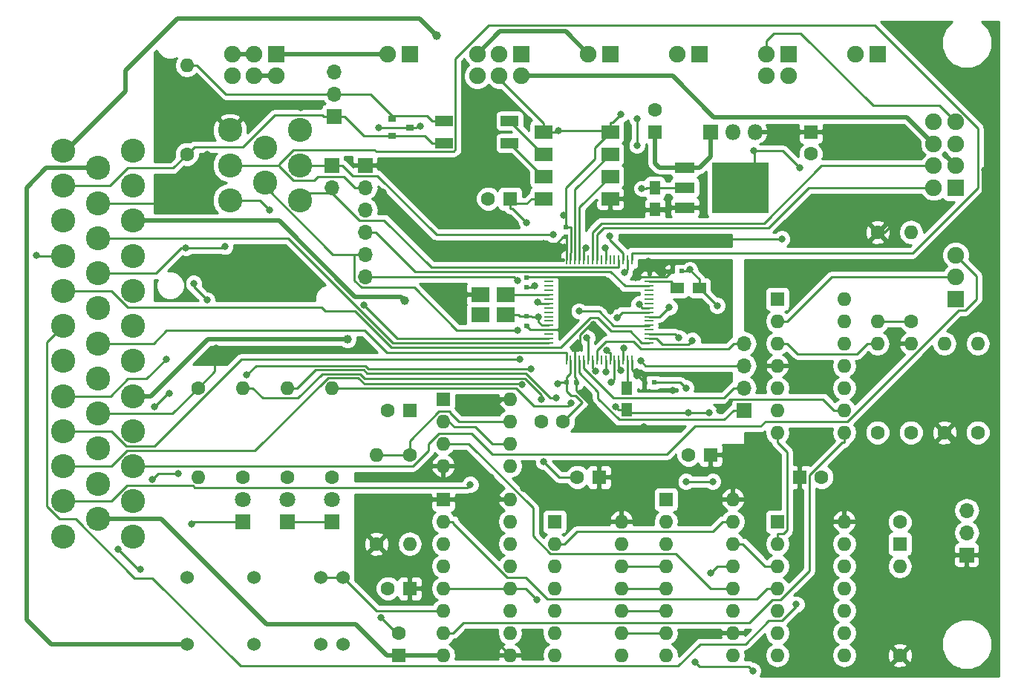
<source format=gbr>
G04 #@! TF.FileFunction,Copper,L1,Top,Signal*
%FSLAX46Y46*%
G04 Gerber Fmt 4.6, Leading zero omitted, Abs format (unit mm)*
G04 Created by KiCad (PCBNEW 4.0.7) date 03/01/18 23:30:02*
%MOMM*%
%LPD*%
G01*
G04 APERTURE LIST*
%ADD10C,0.100000*%
%ADD11R,1.900000X1.900000*%
%ADD12C,1.900000*%
%ADD13R,1.250000X1.500000*%
%ADD14R,0.600000X0.500000*%
%ADD15R,0.500000X0.600000*%
%ADD16R,0.900000X0.800000*%
%ADD17R,1.600000X1.600000*%
%ADD18O,1.600000X1.600000*%
%ADD19C,1.524000*%
%ADD20R,2.100000X1.800000*%
%ADD21C,2.750000*%
%ADD22R,2.200000X1.200000*%
%ADD23R,6.400000X5.800000*%
%ADD24R,3.050000X2.750000*%
%ADD25R,1.800000X1.800000*%
%ADD26O,1.800000X1.800000*%
%ADD27R,2.032000X1.524000*%
%ADD28R,1.000000X0.250000*%
%ADD29R,0.250000X1.000000*%
%ADD30C,1.600000*%
%ADD31R,1.700000X1.700000*%
%ADD32O,1.700000X1.700000*%
%ADD33C,1.800000*%
%ADD34R,2.000000X1.200000*%
%ADD35R,1.500000X1.250000*%
%ADD36C,0.800000*%
%ADD37C,1.000000*%
%ADD38C,0.250000*%
%ADD39C,0.500000*%
%ADD40C,0.254000*%
G04 APERTURE END LIST*
D10*
D11*
X158750000Y-50800000D03*
D12*
X158750000Y-48300000D03*
X158750000Y-45800000D03*
X158750000Y-43300000D03*
X156250000Y-50800000D03*
X156250000Y-48300000D03*
X156250000Y-45800000D03*
X156250000Y-43300000D03*
D13*
X121285000Y-73680000D03*
X121285000Y-76180000D03*
D14*
X123275000Y-73025000D03*
X124375000Y-73025000D03*
X126450000Y-60325000D03*
X127550000Y-60325000D03*
X115485000Y-73025000D03*
X114385000Y-73025000D03*
D15*
X114300000Y-56430000D03*
X114300000Y-55330000D03*
X109855000Y-61045000D03*
X109855000Y-62145000D03*
D16*
X94504000Y-42992000D03*
X94504000Y-44892000D03*
X96504000Y-43942000D03*
D17*
X138430000Y-63500000D03*
D18*
X146050000Y-78740000D03*
X138430000Y-66040000D03*
X146050000Y-76200000D03*
X138430000Y-68580000D03*
X146050000Y-73660000D03*
X138430000Y-71120000D03*
X146050000Y-71120000D03*
X138430000Y-73660000D03*
X146050000Y-68580000D03*
X138430000Y-76200000D03*
X146050000Y-66040000D03*
X138430000Y-78740000D03*
X146050000Y-63500000D03*
D17*
X113030000Y-88900000D03*
D18*
X120650000Y-104140000D03*
X113030000Y-91440000D03*
X120650000Y-101600000D03*
X113030000Y-93980000D03*
X120650000Y-99060000D03*
X113030000Y-96520000D03*
X120650000Y-96520000D03*
X113030000Y-99060000D03*
X120650000Y-93980000D03*
X113030000Y-101600000D03*
X120650000Y-91440000D03*
X113030000Y-104140000D03*
X120650000Y-88900000D03*
D19*
X86360000Y-102870000D03*
X86360000Y-95250000D03*
X88900000Y-95250000D03*
X78740000Y-95250000D03*
X71120000Y-95250000D03*
X88900000Y-102870000D03*
X78740000Y-102870000D03*
X71120000Y-102870000D03*
D17*
X125730000Y-86360000D03*
D18*
X133350000Y-104140000D03*
X125730000Y-88900000D03*
X133350000Y-101600000D03*
X125730000Y-91440000D03*
X133350000Y-99060000D03*
X125730000Y-93980000D03*
X133350000Y-96520000D03*
X125730000Y-96520000D03*
X133350000Y-93980000D03*
X125730000Y-99060000D03*
X133350000Y-91440000D03*
X125730000Y-101600000D03*
X133350000Y-88900000D03*
X125730000Y-104140000D03*
X133350000Y-86360000D03*
D17*
X100330000Y-74930000D03*
D18*
X107950000Y-82550000D03*
X100330000Y-77470000D03*
X107950000Y-80010000D03*
X100330000Y-80010000D03*
X107950000Y-77470000D03*
X100330000Y-82550000D03*
X107950000Y-74930000D03*
D20*
X104595000Y-65285000D03*
X107495000Y-65285000D03*
X107495000Y-62985000D03*
X104595000Y-62985000D03*
D17*
X138430000Y-88900000D03*
D18*
X146050000Y-104140000D03*
X138430000Y-91440000D03*
X146050000Y-101600000D03*
X138430000Y-93980000D03*
X146050000Y-99060000D03*
X138430000Y-96520000D03*
X146050000Y-96520000D03*
X138430000Y-99060000D03*
X146050000Y-93980000D03*
X138430000Y-101600000D03*
X146050000Y-91440000D03*
X138430000Y-104140000D03*
X146050000Y-88900000D03*
D11*
X158750000Y-63500000D03*
D12*
X158750000Y-61000000D03*
X158750000Y-58500000D03*
D11*
X96520000Y-35560000D03*
D12*
X94020000Y-35560000D03*
D11*
X119380000Y-35560000D03*
D12*
X116880000Y-35560000D03*
D11*
X149860000Y-35560000D03*
D12*
X147360000Y-35560000D03*
D11*
X129540000Y-35560000D03*
D12*
X127040000Y-35560000D03*
D21*
X56960000Y-86580000D03*
X56960000Y-90580000D03*
X56960000Y-78580000D03*
X56960000Y-74580000D03*
X56960000Y-82580000D03*
X60960000Y-84580000D03*
X60960000Y-88580000D03*
X56960000Y-46580000D03*
X56960000Y-50580000D03*
X56960000Y-62580000D03*
X56960000Y-58580000D03*
X56960000Y-54580000D03*
X56960000Y-66580000D03*
X56960000Y-70580000D03*
X60960000Y-52580000D03*
X60960000Y-56580000D03*
X60960000Y-48580000D03*
X60960000Y-68580000D03*
X60960000Y-64580000D03*
X60960000Y-60580000D03*
X60960000Y-72580000D03*
X60960000Y-76580000D03*
X60960000Y-80580000D03*
X64960000Y-86580000D03*
X64960000Y-82580000D03*
X64960000Y-90580000D03*
X64960000Y-78580000D03*
X64960000Y-66580000D03*
X64960000Y-70580000D03*
X64960000Y-74580000D03*
X64960000Y-54580000D03*
X64960000Y-46580000D03*
X64960000Y-50580000D03*
X64960000Y-62580000D03*
X64960000Y-58580000D03*
D17*
X100330000Y-86360000D03*
D18*
X107950000Y-104140000D03*
X100330000Y-88900000D03*
X107950000Y-101600000D03*
X100330000Y-91440000D03*
X107950000Y-99060000D03*
X100330000Y-93980000D03*
X107950000Y-96520000D03*
X100330000Y-96520000D03*
X107950000Y-93980000D03*
X100330000Y-99060000D03*
X107950000Y-91440000D03*
X100330000Y-101600000D03*
X107950000Y-88900000D03*
X100330000Y-104140000D03*
X107950000Y-86360000D03*
D22*
X127880000Y-48520000D03*
X127880000Y-50800000D03*
X127880000Y-53080000D03*
D23*
X134180000Y-50800000D03*
D24*
X135855000Y-52325000D03*
X132505000Y-49275000D03*
X135855000Y-49275000D03*
X132505000Y-52325000D03*
D25*
X130810000Y-44450000D03*
D26*
X133350000Y-44450000D03*
X135890000Y-44450000D03*
D27*
X119380000Y-52070000D03*
X119380000Y-49530000D03*
X119380000Y-46990000D03*
X119380000Y-44450000D03*
X111760000Y-44450000D03*
X111760000Y-46990000D03*
X111760000Y-49530000D03*
X111760000Y-52070000D03*
D28*
X112410000Y-61020000D03*
X112410000Y-61520000D03*
X112410000Y-62020000D03*
X112410000Y-62520000D03*
X112410000Y-63020000D03*
X112410000Y-63520000D03*
X112410000Y-64020000D03*
X112410000Y-64520000D03*
X112410000Y-65020000D03*
X112410000Y-65520000D03*
X112410000Y-66020000D03*
X112410000Y-66520000D03*
X112410000Y-67020000D03*
X112410000Y-67520000D03*
X112410000Y-68020000D03*
X112410000Y-68520000D03*
D29*
X114360000Y-70470000D03*
X114860000Y-70470000D03*
X115360000Y-70470000D03*
X115860000Y-70470000D03*
X116360000Y-70470000D03*
X116860000Y-70470000D03*
X117360000Y-70470000D03*
X117860000Y-70470000D03*
X118360000Y-70470000D03*
X118860000Y-70470000D03*
X119360000Y-70470000D03*
X119860000Y-70470000D03*
X120360000Y-70470000D03*
X120860000Y-70470000D03*
X121360000Y-70470000D03*
X121860000Y-70470000D03*
D28*
X123810000Y-68520000D03*
X123810000Y-68020000D03*
X123810000Y-67520000D03*
X123810000Y-67020000D03*
X123810000Y-66520000D03*
X123810000Y-66020000D03*
X123810000Y-65520000D03*
X123810000Y-65020000D03*
X123810000Y-64520000D03*
X123810000Y-64020000D03*
X123810000Y-63520000D03*
X123810000Y-63020000D03*
X123810000Y-62520000D03*
X123810000Y-62020000D03*
X123810000Y-61520000D03*
X123810000Y-61020000D03*
D29*
X121860000Y-59070000D03*
X121360000Y-59070000D03*
X120860000Y-59070000D03*
X120360000Y-59070000D03*
X119860000Y-59070000D03*
X119360000Y-59070000D03*
X118860000Y-59070000D03*
X118360000Y-59070000D03*
X117860000Y-59070000D03*
X117360000Y-59070000D03*
X116860000Y-59070000D03*
X116360000Y-59070000D03*
X115860000Y-59070000D03*
X115360000Y-59070000D03*
X114860000Y-59070000D03*
X114360000Y-59070000D03*
D30*
X111506000Y-77470000D03*
X114006000Y-77470000D03*
D17*
X118110000Y-83820000D03*
D30*
X115610000Y-83820000D03*
D17*
X130810000Y-81280000D03*
D30*
X128310000Y-81280000D03*
D17*
X152400000Y-91440000D03*
D30*
X152400000Y-88940000D03*
D17*
X96520000Y-76200000D03*
D30*
X94020000Y-76200000D03*
D17*
X96520000Y-96520000D03*
D30*
X94020000Y-96520000D03*
D17*
X95250000Y-104140000D03*
D30*
X95250000Y-101640000D03*
D17*
X140970000Y-83820000D03*
D30*
X143470000Y-83820000D03*
D17*
X107950000Y-52070000D03*
D30*
X105450000Y-52070000D03*
D17*
X124460000Y-44450000D03*
D30*
X124460000Y-41950000D03*
D31*
X160020000Y-92710000D03*
D32*
X160020000Y-90170000D03*
X160020000Y-87630000D03*
D11*
X81280000Y-35560000D03*
D12*
X78780000Y-35560000D03*
X76280000Y-35560000D03*
X81280000Y-38060000D03*
X78780000Y-38060000D03*
X76280000Y-38060000D03*
D11*
X109220000Y-35560000D03*
D12*
X106720000Y-35560000D03*
X104220000Y-35560000D03*
X109220000Y-38060000D03*
X106720000Y-38060000D03*
X104220000Y-38060000D03*
D25*
X87630000Y-88900000D03*
D33*
X87630000Y-86360000D03*
D25*
X82550000Y-88900000D03*
D33*
X82550000Y-86360000D03*
D25*
X77470000Y-88900000D03*
D33*
X77470000Y-86360000D03*
D34*
X107890000Y-45720000D03*
X107890000Y-43180000D03*
X100390000Y-43180000D03*
X100390000Y-45720000D03*
D30*
X149860000Y-78740000D03*
D18*
X149860000Y-68580000D03*
D30*
X153670000Y-78740000D03*
D18*
X153670000Y-68580000D03*
D30*
X157480000Y-78740000D03*
D18*
X157480000Y-68580000D03*
D30*
X161290000Y-78740000D03*
D18*
X161290000Y-68580000D03*
D30*
X149860000Y-55880000D03*
D18*
X149860000Y-66040000D03*
D30*
X153670000Y-66040000D03*
D18*
X153670000Y-55880000D03*
D30*
X152400000Y-104140000D03*
D18*
X152400000Y-93980000D03*
D30*
X92710000Y-91440000D03*
D18*
X92710000Y-81280000D03*
D30*
X96520000Y-81280000D03*
D18*
X96520000Y-91440000D03*
D30*
X87630000Y-83820000D03*
D18*
X87630000Y-73660000D03*
D30*
X82550000Y-83820000D03*
D18*
X82550000Y-73660000D03*
D30*
X77470000Y-83820000D03*
D18*
X77470000Y-73660000D03*
D30*
X72390000Y-73660000D03*
D18*
X72390000Y-83820000D03*
D17*
X142240000Y-44450000D03*
D30*
X142240000Y-46950000D03*
D35*
X127020000Y-62230000D03*
X129520000Y-62230000D03*
D15*
X109855000Y-66590000D03*
X109855000Y-65490000D03*
D13*
X124460000Y-53320000D03*
X124460000Y-50820000D03*
D31*
X87884000Y-42672000D03*
D32*
X87884000Y-40132000D03*
X87884000Y-37592000D03*
D31*
X134620000Y-76200000D03*
D32*
X134620000Y-73660000D03*
X134620000Y-71120000D03*
X134620000Y-68580000D03*
D30*
X71120000Y-46990000D03*
D18*
X71120000Y-36830000D03*
D21*
X84010000Y-44260000D03*
X84010000Y-48260000D03*
X84010000Y-52260000D03*
X76010000Y-52260000D03*
X76010000Y-44260000D03*
X76010000Y-48260000D03*
X80010000Y-50260000D03*
X80010000Y-46260000D03*
D31*
X91440000Y-48260000D03*
D32*
X91440000Y-50800000D03*
X91440000Y-53340000D03*
X91440000Y-55880000D03*
X91440000Y-58420000D03*
X91440000Y-60960000D03*
D31*
X87630000Y-48260000D03*
D32*
X87630000Y-50800000D03*
D11*
X139700000Y-35560000D03*
D12*
X137200000Y-35560000D03*
X139700000Y-38060000D03*
X137200000Y-38060000D03*
D36*
X105918000Y-91821000D03*
X105791000Y-101600000D03*
X105918000Y-76073000D03*
X105791000Y-83820000D03*
X142875000Y-73660000D03*
X145669000Y-82042000D03*
X143256000Y-79756000D03*
X151765000Y-59563000D03*
X109474000Y-85090000D03*
X138430000Y-83820000D03*
X135382000Y-103632000D03*
X136398000Y-104902000D03*
X162052000Y-48768000D03*
X149860000Y-47244000D03*
X159004000Y-54610000D03*
X156464000Y-53340000D03*
X109820700Y-54767600D03*
X70104000Y-83439000D03*
X67183000Y-84074000D03*
X65786000Y-94361000D03*
X63246000Y-92075000D03*
X67437000Y-75819000D03*
X70993000Y-57658000D03*
X71882000Y-61722000D03*
X73406000Y-63627000D03*
X69088000Y-74295000D03*
X119969100Y-75801900D03*
X120610000Y-71619800D03*
X111760000Y-82042000D03*
X113406100Y-73181500D03*
X130683000Y-76454000D03*
X128270000Y-76454000D03*
X80518000Y-53340000D03*
X92964000Y-43942000D03*
X75438000Y-57531000D03*
X71628000Y-89154000D03*
X128016000Y-73660000D03*
X131572000Y-64262000D03*
X131064000Y-84328000D03*
X128016000Y-84328000D03*
X130810000Y-94742000D03*
X135636000Y-105918000D03*
X129032000Y-104902000D03*
X110998000Y-97790000D03*
X93218000Y-99822000D03*
X113466700Y-44293000D03*
X140970000Y-48514000D03*
X122428000Y-42926000D03*
X122428000Y-45974000D03*
X122989700Y-50885600D03*
X135752600Y-46625000D03*
X97702900Y-43824900D03*
X128459800Y-60175700D03*
X116597200Y-57654500D03*
X114103700Y-53931000D03*
X111206700Y-65514000D03*
X120568900Y-42449300D03*
X110733600Y-62020000D03*
X119380000Y-64897000D03*
X117475000Y-66421000D03*
X131064000Y-73660000D03*
X131826000Y-76200000D03*
X126492000Y-73914000D03*
X123190000Y-78105000D03*
X120142000Y-62484000D03*
X122301000Y-61087000D03*
X93472000Y-51308000D03*
X84074000Y-41656000D03*
X74422000Y-69088000D03*
X74676000Y-63246000D03*
X73406000Y-60198000D03*
X73406000Y-53086000D03*
X106934000Y-58166000D03*
X102362000Y-62992000D03*
X111760000Y-57150000D03*
X138938000Y-56642000D03*
X122936000Y-56642000D03*
X123698000Y-59182000D03*
X122936000Y-53848000D03*
X73406000Y-46990000D03*
X120143400Y-65610400D03*
D37*
X95962600Y-63684100D03*
X99596600Y-33486600D03*
X89422200Y-68064200D03*
D36*
X116713000Y-67945000D03*
X103426500Y-84658300D03*
X120964700Y-60494900D03*
X109105200Y-70398100D03*
X110359600Y-71504400D03*
X122660100Y-64075300D03*
X77914700Y-72184600D03*
X68739300Y-70351500D03*
X115824000Y-64897000D03*
X109337700Y-73301600D03*
X53928300Y-58525100D03*
X120886300Y-69092200D03*
X128739300Y-68239000D03*
X140597400Y-98343800D03*
X91304000Y-64215700D03*
X114934100Y-75339700D03*
X119483300Y-73021700D03*
X113215700Y-74789400D03*
X118957600Y-69339900D03*
X127215600Y-67949800D03*
X126109100Y-64425800D03*
X112878800Y-56171800D03*
X119342500Y-56346500D03*
X108840000Y-67040000D03*
X111070500Y-63889000D03*
X108806600Y-61385500D03*
X118810100Y-57680200D03*
X111533000Y-74965800D03*
X118854000Y-71814400D03*
X122850500Y-70575800D03*
X117691100Y-71720700D03*
D38*
X107950000Y-104140000D02*
X105791000Y-101981000D01*
X105791000Y-91694000D02*
X105791000Y-83820000D01*
X105918000Y-91821000D02*
X105791000Y-91694000D01*
X105791000Y-101981000D02*
X105791000Y-101600000D01*
X107950000Y-86360000D02*
X107061000Y-86360000D01*
X107061000Y-74930000D02*
X107950000Y-74930000D01*
X105918000Y-76073000D02*
X107061000Y-74930000D01*
X105791000Y-85090000D02*
X105791000Y-83820000D01*
X107061000Y-86360000D02*
X105791000Y-85090000D01*
X138430000Y-71120000D02*
X140335000Y-71120000D01*
X140335000Y-71120000D02*
X142875000Y-73660000D01*
X140970000Y-83820000D02*
X140970000Y-82042000D01*
X146050000Y-82423000D02*
X146050000Y-88900000D01*
X145669000Y-82042000D02*
X146050000Y-82423000D01*
X140970000Y-82042000D02*
X143256000Y-79756000D01*
X118110000Y-83820000D02*
X118110000Y-86106000D01*
X110236000Y-85090000D02*
X109474000Y-85090000D01*
X111506000Y-86360000D02*
X110236000Y-85090000D01*
X117856000Y-86360000D02*
X111506000Y-86360000D01*
X118110000Y-86106000D02*
X117856000Y-86360000D01*
X135890000Y-81280000D02*
X130810000Y-81280000D01*
X138430000Y-83820000D02*
X135890000Y-81280000D01*
X135382000Y-103886000D02*
X135382000Y-103632000D01*
X136398000Y-104902000D02*
X135382000Y-103886000D01*
X161798000Y-51816000D02*
X159004000Y-54610000D01*
X161798000Y-49022000D02*
X161798000Y-51816000D01*
X162052000Y-48768000D02*
X161798000Y-49022000D01*
X147066000Y-44450000D02*
X142240000Y-44450000D01*
X149860000Y-47244000D02*
X147066000Y-44450000D01*
X157480000Y-78740000D02*
X157988000Y-78740000D01*
X157988000Y-78740000D02*
X160274000Y-81026000D01*
X160274000Y-81026000D02*
X161798000Y-81026000D01*
X161798000Y-81026000D02*
X163068000Y-79756000D01*
X163068000Y-79756000D02*
X163068000Y-56388000D01*
X163068000Y-56388000D02*
X161290000Y-54610000D01*
X161290000Y-54610000D02*
X159004000Y-54610000D01*
X153162000Y-53340000D02*
X150622000Y-55880000D01*
X156464000Y-53340000D02*
X153162000Y-53340000D01*
X107950000Y-52635100D02*
X107950000Y-53200300D01*
X109820700Y-54767600D02*
X108253400Y-53200300D01*
X108253400Y-53200300D02*
X107950000Y-53200300D01*
X107950000Y-52070000D02*
X107950000Y-52635100D01*
X109848600Y-52635100D02*
X110413700Y-52070000D01*
X107950000Y-52635100D02*
X109848600Y-52635100D01*
X111760000Y-52070000D02*
X110413700Y-52070000D01*
X67818000Y-83439000D02*
X70104000Y-83439000D01*
X67183000Y-84074000D02*
X67818000Y-83439000D01*
X87630000Y-88900000D02*
X82550000Y-88900000D01*
X65532000Y-94361000D02*
X65786000Y-94361000D01*
X63246000Y-92075000D02*
X65532000Y-94361000D01*
X71882000Y-62103000D02*
X71882000Y-61722000D01*
X73406000Y-63627000D02*
X71882000Y-62103000D01*
X68961000Y-74295000D02*
X69088000Y-74295000D01*
X67437000Y-75819000D02*
X68961000Y-74295000D01*
X120329700Y-76162500D02*
X120329700Y-76180000D01*
X119969100Y-75801900D02*
X120329700Y-76162500D01*
X121285000Y-76180000D02*
X120329700Y-76180000D01*
X114385000Y-73025000D02*
X114385000Y-73999000D01*
X116156530Y-75319470D02*
X114006000Y-77470000D01*
X116205000Y-75319470D02*
X116156530Y-75319470D01*
X115438765Y-74553235D02*
X116205000Y-75319470D01*
X114939235Y-74553235D02*
X115438765Y-74553235D01*
X114385000Y-73999000D02*
X114939235Y-74553235D01*
X113538000Y-83820000D02*
X111760000Y-82042000D01*
X115610000Y-83820000D02*
X113538000Y-83820000D01*
X120360000Y-70470000D02*
X120360000Y-71369800D01*
X120360000Y-71369800D02*
X120610000Y-71619800D01*
X120610000Y-71619800D02*
X120360000Y-71369800D01*
X114385000Y-73025000D02*
X114385000Y-72444700D01*
X114385000Y-72444700D02*
X114860000Y-71969700D01*
X114860000Y-71969700D02*
X114860000Y-70470000D01*
X113598200Y-73181500D02*
X113754700Y-73025000D01*
X113406100Y-73181500D02*
X113598200Y-73181500D01*
X113754700Y-73025000D02*
X114385000Y-73025000D01*
X128270000Y-76454000D02*
X130683000Y-76454000D01*
X121285000Y-76180000D02*
X121285000Y-76180898D01*
X121285000Y-76180898D02*
X121558102Y-76454000D01*
X121558102Y-76454000D02*
X128270000Y-76454000D01*
X76010000Y-52260000D02*
X79438000Y-52260000D01*
X79438000Y-52260000D02*
X80518000Y-53340000D01*
X96504000Y-43942000D02*
X92964000Y-43942000D01*
X70993000Y-57658000D02*
X75311000Y-57658000D01*
X67563000Y-60580000D02*
X70485000Y-57658000D01*
X70485000Y-57658000D02*
X70993000Y-57658000D01*
X60960000Y-60580000D02*
X67563000Y-60580000D01*
X75311000Y-57658000D02*
X75438000Y-57531000D01*
X71628000Y-89154000D02*
X71882000Y-88900000D01*
X71882000Y-88900000D02*
X77470000Y-88900000D01*
X124375000Y-73025000D02*
X127381000Y-73025000D01*
X127381000Y-73025000D02*
X128016000Y-73660000D01*
X129520000Y-62230000D02*
X129540000Y-62230000D01*
X129540000Y-62230000D02*
X131572000Y-64262000D01*
X131064000Y-84328000D02*
X128016000Y-84328000D01*
X133350000Y-93980000D02*
X131572000Y-93980000D01*
X131572000Y-93980000D02*
X130810000Y-94742000D01*
X135636000Y-105918000D02*
X135128000Y-105410000D01*
X135128000Y-105410000D02*
X129540000Y-105410000D01*
X129540000Y-105410000D02*
X129032000Y-104902000D01*
X110998000Y-97790000D02*
X109728000Y-96520000D01*
X109728000Y-96520000D02*
X107950000Y-96520000D01*
X100330000Y-96520000D02*
X107950000Y-96520000D01*
X95250000Y-101640000D02*
X95036000Y-101640000D01*
X95036000Y-101640000D02*
X93218000Y-99822000D01*
X111760000Y-44450000D02*
X111760000Y-43434000D01*
X111760000Y-43434000D02*
X106720000Y-38394000D01*
X106720000Y-38394000D02*
X106720000Y-38060000D01*
X119223000Y-44293000D02*
X113466700Y-44293000D01*
X113106300Y-44450000D02*
X111760000Y-44450000D01*
X113466700Y-44293000D02*
X113263300Y-44293000D01*
X113263300Y-44293000D02*
X113106300Y-44450000D01*
X119223000Y-44293000D02*
X119380000Y-44450000D01*
X114300000Y-55330000D02*
X114300000Y-50800000D01*
X117602000Y-46228000D02*
X119380000Y-44450000D01*
X117602000Y-47498000D02*
X117602000Y-46228000D01*
X114300000Y-50800000D02*
X117602000Y-47498000D01*
X140970000Y-48514000D02*
X139081000Y-46625000D01*
X139081000Y-46625000D02*
X135752600Y-46625000D01*
X122428000Y-42926000D02*
X122428000Y-45974000D01*
X123504700Y-50820000D02*
X124460000Y-50820000D01*
X123439100Y-50885600D02*
X123504700Y-50820000D01*
X122989700Y-50885600D02*
X123439100Y-50885600D01*
X119380000Y-44450000D02*
X119380000Y-43357700D01*
X120568900Y-42449300D02*
X119660500Y-43357700D01*
X119660500Y-43357700D02*
X119380000Y-43357700D01*
X114860000Y-71969700D02*
X114860000Y-70470000D01*
X114385000Y-72444700D02*
X114860000Y-71969700D01*
X126429700Y-50820000D02*
X126449700Y-50800000D01*
X124460000Y-50820000D02*
X126429700Y-50820000D01*
X127880000Y-50800000D02*
X126449700Y-50800000D01*
X109855000Y-65490000D02*
X109274700Y-65490000D01*
X109080300Y-65490000D02*
X108875300Y-65285000D01*
X109274700Y-65490000D02*
X109080300Y-65490000D01*
X107495000Y-65285000D02*
X108875300Y-65285000D01*
X114860000Y-59070000D02*
X114860000Y-58239700D01*
X114880300Y-58219400D02*
X114860000Y-58239700D01*
X114880300Y-55330000D02*
X114880300Y-58219400D01*
X114300000Y-55330000D02*
X114880300Y-55330000D01*
X132505000Y-52325000D02*
X134360300Y-52325000D01*
X97401400Y-43824900D02*
X97284300Y-43942000D01*
X97702900Y-43824900D02*
X97401400Y-43824900D01*
X96504000Y-43942000D02*
X97284300Y-43942000D01*
X127550000Y-60325000D02*
X128180300Y-60325000D01*
X129520000Y-62230000D02*
X129520000Y-61274700D01*
X135705000Y-52325000D02*
X135032700Y-51652600D01*
X135855000Y-52325000D02*
X135705000Y-52325000D01*
X134180000Y-50800000D02*
X135032700Y-51652600D01*
X135032700Y-51652600D02*
X134360300Y-52325000D01*
X128329600Y-60175700D02*
X128180300Y-60325000D01*
X128459800Y-60175700D02*
X128329600Y-60175700D01*
X128459800Y-60214500D02*
X129520000Y-61274700D01*
X128459800Y-60175700D02*
X128459800Y-60214500D01*
X116360000Y-57891700D02*
X116360000Y-59070000D01*
X116597200Y-57654500D02*
X116360000Y-57891700D01*
X114300000Y-54127300D02*
X114300000Y-55330000D01*
X114103700Y-53931000D02*
X114300000Y-54127300D01*
X135855000Y-46727400D02*
X135855000Y-49275000D01*
X135752600Y-46625000D02*
X135855000Y-46727400D01*
X132505000Y-49275000D02*
X134360300Y-49275000D01*
X135032700Y-49947300D02*
X134360300Y-49275000D01*
X135705000Y-49275000D02*
X135032700Y-49947300D01*
X135855000Y-49275000D02*
X135705000Y-49275000D01*
X135032700Y-49947300D02*
X134180000Y-50800000D01*
X112410000Y-66520000D02*
X111579700Y-66520000D01*
X111206700Y-66147000D02*
X111579700Y-66520000D01*
X111206700Y-65514000D02*
X111206700Y-66147000D01*
X110459300Y-65514000D02*
X110435300Y-65490000D01*
X111206700Y-65514000D02*
X110459300Y-65514000D01*
X109855000Y-65490000D02*
X110435300Y-65490000D01*
X110560300Y-62020000D02*
X110435300Y-62145000D01*
X110733600Y-62020000D02*
X110560300Y-62020000D01*
X109855000Y-62145000D02*
X110435300Y-62145000D01*
X107950000Y-80010000D02*
X105918000Y-80010000D01*
X101600000Y-78105000D02*
X100965000Y-77470000D01*
X104013000Y-78105000D02*
X101600000Y-78105000D01*
X105918000Y-80010000D02*
X104013000Y-78105000D01*
X100965000Y-77470000D02*
X100330000Y-77470000D01*
D39*
X124460000Y-44450000D02*
X124460000Y-48006000D01*
X124974000Y-48520000D02*
X127880000Y-48520000D01*
X124460000Y-48006000D02*
X124974000Y-48520000D01*
X100330000Y-104140000D02*
X95250000Y-104140000D01*
X95250000Y-104140000D02*
X93899700Y-104140000D01*
X130810000Y-47240300D02*
X129530300Y-48520000D01*
X127880000Y-48520000D02*
X129530300Y-48520000D01*
X130810000Y-44450000D02*
X130810000Y-45900300D01*
X130810000Y-45900300D02*
X130810000Y-47240300D01*
X68159700Y-88580000D02*
X60960000Y-88580000D01*
X80201700Y-100622000D02*
X68159700Y-88580000D01*
X90381700Y-100622000D02*
X80201700Y-100622000D01*
X93899700Y-104140000D02*
X90381700Y-100622000D01*
D38*
X121360000Y-73605000D02*
X121285000Y-73680000D01*
X121360000Y-70470000D02*
X121360000Y-73605000D01*
X126310000Y-61520000D02*
X127020000Y-62230000D01*
X123810000Y-61520000D02*
X126310000Y-61520000D01*
X120142000Y-64135000D02*
X120142000Y-62484000D01*
X119380000Y-64897000D02*
X120142000Y-64135000D01*
X117094000Y-66421000D02*
X117475000Y-66421000D01*
X115951000Y-67564000D02*
X117094000Y-66421000D01*
X115951000Y-68453000D02*
X115951000Y-67564000D01*
X115360000Y-69044000D02*
X115951000Y-68453000D01*
X115360000Y-70470000D02*
X115360000Y-69044000D01*
X133096000Y-74930000D02*
X131826000Y-76200000D01*
X123275000Y-71967000D02*
X123275000Y-73025000D01*
X123190000Y-71882000D02*
X123275000Y-71967000D01*
X129286000Y-71882000D02*
X123190000Y-71882000D01*
X131064000Y-73660000D02*
X129286000Y-71882000D01*
X113665000Y-67020000D02*
X113665000Y-63119000D01*
X112410000Y-67020000D02*
X113665000Y-67020000D01*
X113665000Y-63119000D02*
X114300000Y-62484000D01*
X114300000Y-62484000D02*
X120142000Y-62484000D01*
X115485000Y-73025000D02*
X115485000Y-73956000D01*
X123275000Y-73872000D02*
X123275000Y-73025000D01*
X123317000Y-73914000D02*
X123275000Y-73872000D01*
X126492000Y-73914000D02*
X123317000Y-73914000D01*
X122936000Y-78359000D02*
X123190000Y-78105000D01*
X119888000Y-78359000D02*
X122936000Y-78359000D01*
X115485000Y-73956000D02*
X119888000Y-78359000D01*
X123810000Y-61020000D02*
X122368000Y-61020000D01*
X122368000Y-61020000D02*
X122301000Y-61087000D01*
X118678000Y-61020000D02*
X112410000Y-61020000D01*
X120142000Y-62484000D02*
X118678000Y-61020000D01*
X106934000Y-58166000D02*
X100330000Y-58166000D01*
X100330000Y-58166000D02*
X93472000Y-51308000D01*
X84074000Y-41656000D02*
X83820000Y-41402000D01*
X83820000Y-41402000D02*
X78868000Y-41402000D01*
X78868000Y-41402000D02*
X76010000Y-44260000D01*
X73406000Y-46990000D02*
X73406000Y-53086000D01*
X74297900Y-69212100D02*
X74297900Y-71752100D01*
X74422000Y-69088000D02*
X74297900Y-69212100D01*
X74930000Y-62992000D02*
X74676000Y-63246000D01*
X74930000Y-61722000D02*
X74930000Y-62992000D01*
X73406000Y-60198000D02*
X74930000Y-61722000D01*
X74297900Y-71752100D02*
X72390000Y-73660000D01*
X104595000Y-62985000D02*
X102369000Y-62985000D01*
X107950000Y-57150000D02*
X111760000Y-57150000D01*
X106934000Y-58166000D02*
X107950000Y-57150000D01*
X102369000Y-62985000D02*
X102362000Y-62992000D01*
X114300000Y-56430000D02*
X114004000Y-56430000D01*
X112014000Y-57404000D02*
X111760000Y-57150000D01*
X113030000Y-57404000D02*
X112014000Y-57404000D01*
X114004000Y-56430000D02*
X113030000Y-57404000D01*
X138938000Y-56642000D02*
X122936000Y-56642000D01*
X123810000Y-61020000D02*
X123810000Y-59294000D01*
X123810000Y-59294000D02*
X123698000Y-59182000D01*
X123464000Y-53320000D02*
X124460000Y-53320000D01*
X122936000Y-53848000D02*
X123464000Y-53320000D01*
X123810000Y-61020000D02*
X125755000Y-61020000D01*
X125755000Y-61020000D02*
X126450000Y-60325000D01*
X73406000Y-46990000D02*
X67816000Y-52580000D01*
X67816000Y-52580000D02*
X60960000Y-52580000D01*
X69470000Y-76580000D02*
X72390000Y-73660000D01*
X60960000Y-76580000D02*
X69470000Y-76580000D01*
X124700000Y-53080000D02*
X124460000Y-53320000D01*
X127880000Y-53080000D02*
X124700000Y-53080000D01*
X121860000Y-71568000D02*
X121860000Y-70470000D01*
X123275000Y-72983000D02*
X121860000Y-71568000D01*
X123275000Y-73025000D02*
X123275000Y-72983000D01*
X115360000Y-72434000D02*
X115360000Y-70470000D01*
X115485000Y-72559000D02*
X115360000Y-72434000D01*
X115485000Y-73025000D02*
X115485000Y-72559000D01*
X110285000Y-67020000D02*
X109855000Y-66590000D01*
X112410000Y-67020000D02*
X110285000Y-67020000D01*
X109880000Y-61020000D02*
X109855000Y-61045000D01*
X112410000Y-61020000D02*
X109880000Y-61020000D01*
X114360000Y-56490000D02*
X114300000Y-56430000D01*
X114360000Y-59070000D02*
X114360000Y-56490000D01*
X69462900Y-52580000D02*
X60960000Y-52580000D01*
X74297900Y-71752100D02*
X72390000Y-73660000D01*
X74297900Y-71103600D02*
X74297900Y-71752100D01*
X143649700Y-74930000D02*
X144919700Y-76200000D01*
X132942700Y-74930000D02*
X133096000Y-74930000D01*
X133096000Y-74930000D02*
X143649700Y-74930000D01*
X146050000Y-76200000D02*
X144919700Y-76200000D01*
X87884000Y-42672000D02*
X89064300Y-42672000D01*
X69530000Y-48580000D02*
X71120000Y-46990000D01*
X64349200Y-48580000D02*
X69530000Y-48580000D01*
X62349200Y-50580000D02*
X64349200Y-48580000D01*
X56960000Y-50580000D02*
X62349200Y-50580000D01*
X86545900Y-42514200D02*
X86703700Y-42672000D01*
X81103800Y-42514200D02*
X86545900Y-42514200D01*
X77475200Y-46142800D02*
X81103800Y-42514200D01*
X71967200Y-46142800D02*
X77475200Y-46142800D01*
X71120000Y-46990000D02*
X71967200Y-46142800D01*
X87884000Y-42672000D02*
X86703700Y-42672000D01*
X91284300Y-44892000D02*
X94504000Y-44892000D01*
X89064300Y-42672000D02*
X91284300Y-44892000D01*
X98231700Y-44892000D02*
X99059700Y-45720000D01*
X94504000Y-44892000D02*
X98231700Y-44892000D01*
X100390000Y-45720000D02*
X99059700Y-45720000D01*
X138430000Y-96520000D02*
X137299700Y-96520000D01*
X100330000Y-88900000D02*
X101460300Y-88900000D01*
X101460300Y-89104800D02*
X101460300Y-88900000D01*
X107605500Y-95250000D02*
X101460300Y-89104800D01*
X109711300Y-95250000D02*
X107605500Y-95250000D01*
X112178100Y-97716800D02*
X109711300Y-95250000D01*
X136102900Y-97716800D02*
X112178100Y-97716800D01*
X137299700Y-96520000D02*
X136102900Y-97716800D01*
X120733800Y-65020000D02*
X120143400Y-65610400D01*
X123810000Y-65020000D02*
X120733800Y-65020000D01*
X88900000Y-95250000D02*
X86360000Y-95250000D01*
X92710000Y-99060000D02*
X88900000Y-95250000D01*
X100330000Y-99060000D02*
X92710000Y-99060000D01*
X145815800Y-79870300D02*
X146050000Y-79870300D01*
X142100400Y-83585700D02*
X145815800Y-79870300D01*
X142100400Y-94483000D02*
X142100400Y-83585700D01*
X138793400Y-97790000D02*
X142100400Y-94483000D01*
X137894800Y-97790000D02*
X138793400Y-97790000D01*
X135215100Y-100469700D02*
X137894800Y-97790000D01*
X102590600Y-100469700D02*
X135215100Y-100469700D01*
X101460300Y-101600000D02*
X102590600Y-100469700D01*
X100330000Y-101600000D02*
X101460300Y-101600000D01*
X146050000Y-78740000D02*
X146050000Y-79870300D01*
D39*
X81280000Y-35560000D02*
X94020000Y-35560000D01*
X78780000Y-38060000D02*
X81280000Y-38060000D01*
X114318200Y-32998200D02*
X116880000Y-35560000D01*
X106781800Y-32998200D02*
X114318200Y-32998200D01*
X104220000Y-35560000D02*
X106781800Y-32998200D01*
X81607100Y-54580000D02*
X64960000Y-54580000D01*
X90292400Y-63265300D02*
X81607100Y-54580000D01*
X95543800Y-63265300D02*
X90292400Y-63265300D01*
X95962600Y-63684100D02*
X95543800Y-63265300D01*
X57314500Y-46580000D02*
X56960000Y-46580000D01*
X64084900Y-39809600D02*
X57314500Y-46580000D01*
X64084900Y-37463500D02*
X64084900Y-39809600D01*
X70050200Y-31498200D02*
X64084900Y-37463500D01*
X97608200Y-31498200D02*
X70050200Y-31498200D01*
X99596600Y-33486600D02*
X97608200Y-31498200D01*
X67003500Y-74580000D02*
X64960000Y-74580000D01*
X73519300Y-68064200D02*
X67003500Y-74580000D01*
X89422200Y-68064200D02*
X73519300Y-68064200D01*
X153192300Y-42742300D02*
X156250000Y-45800000D01*
X131170900Y-42742300D02*
X153192300Y-42742300D01*
X126488600Y-38060000D02*
X131170900Y-42742300D01*
X109220000Y-38060000D02*
X126488600Y-38060000D01*
D38*
X137200000Y-34077200D02*
X137200000Y-35560000D01*
X138057200Y-33220000D02*
X137200000Y-34077200D01*
X141107200Y-33220000D02*
X138057200Y-33220000D01*
X149330200Y-41443000D02*
X141107200Y-33220000D01*
X156893000Y-41443000D02*
X149330200Y-41443000D01*
X158750000Y-43300000D02*
X156893000Y-41443000D01*
X143470000Y-48300000D02*
X156250000Y-48300000D01*
X136906000Y-54864000D02*
X143470000Y-48300000D01*
X118364000Y-54864000D02*
X136906000Y-54864000D01*
X117360000Y-55868000D02*
X118364000Y-54864000D01*
X117360000Y-59070000D02*
X117360000Y-55868000D01*
X141986000Y-50800000D02*
X156250000Y-50800000D01*
X137414000Y-55372000D02*
X141986000Y-50800000D01*
X118618000Y-55372000D02*
X137414000Y-55372000D01*
X117860000Y-56130000D02*
X118618000Y-55372000D01*
X117860000Y-59070000D02*
X117860000Y-56130000D01*
X116713000Y-67945000D02*
X116860000Y-68092000D01*
X116860000Y-68092000D02*
X116860000Y-70470000D01*
X62517100Y-86580000D02*
X56960000Y-86580000D01*
X64283000Y-84814100D02*
X62517100Y-86580000D01*
X71785400Y-84814100D02*
X64283000Y-84814100D01*
X71978800Y-85007500D02*
X71785400Y-84814100D01*
X103077300Y-85007500D02*
X71978800Y-85007500D01*
X103426500Y-84658300D02*
X103077300Y-85007500D01*
X121360000Y-60099600D02*
X120964700Y-60494900D01*
X121360000Y-59070000D02*
X121360000Y-60099600D01*
X62476700Y-78580000D02*
X56960000Y-78580000D01*
X64192200Y-80295500D02*
X62476700Y-78580000D01*
X67387000Y-80295500D02*
X64192200Y-80295500D01*
X77284400Y-70398100D02*
X67387000Y-80295500D01*
X109105200Y-70398100D02*
X77284400Y-70398100D01*
X108204000Y-71504400D02*
X110359600Y-71504400D01*
X123810000Y-64520000D02*
X122979700Y-64520000D01*
X122979700Y-64520000D02*
X122979700Y-64394900D01*
X122979700Y-64394900D02*
X122660100Y-64075300D01*
X62400100Y-74580000D02*
X56960000Y-74580000D01*
X64400100Y-72580000D02*
X62400100Y-74580000D01*
X66510800Y-72580000D02*
X64400100Y-72580000D01*
X68739300Y-70351500D02*
X66510800Y-72580000D01*
X91816100Y-71504400D02*
X108204000Y-71504400D01*
X91438700Y-71127000D02*
X91816100Y-71504400D01*
X78972300Y-71127000D02*
X91438700Y-71127000D01*
X77914700Y-72184600D02*
X78972300Y-71127000D01*
X119761000Y-66548000D02*
X123782000Y-66548000D01*
X118110000Y-64897000D02*
X119761000Y-66548000D01*
X115824000Y-64897000D02*
X118110000Y-64897000D01*
X123782000Y-66548000D02*
X123810000Y-66520000D01*
X62517500Y-82580000D02*
X56960000Y-82580000D01*
X64284800Y-80812700D02*
X62517500Y-82580000D01*
X78866300Y-80812700D02*
X64284800Y-80812700D01*
X87186100Y-72492900D02*
X78866300Y-80812700D01*
X90645400Y-72492900D02*
X87186100Y-72492900D01*
X91357100Y-73204600D02*
X90645400Y-72492900D01*
X109240700Y-73204600D02*
X91357100Y-73204600D01*
X109337700Y-73301600D02*
X109240700Y-73204600D01*
X119507000Y-67183000D02*
X119761000Y-67183000D01*
X117983000Y-65659000D02*
X119507000Y-67183000D01*
X117094000Y-65659000D02*
X117983000Y-65659000D01*
X113729400Y-69023600D02*
X117094000Y-65659000D01*
X113411000Y-69023600D02*
X113729400Y-69023600D01*
X119761000Y-67183000D02*
X121642700Y-67183000D01*
X113411000Y-69023600D02*
X94406000Y-69023600D01*
X121642700Y-67183000D02*
X122979700Y-68520000D01*
X122979700Y-68520000D02*
X123810000Y-68520000D01*
X62477100Y-62580000D02*
X56960000Y-62580000D01*
X64359800Y-64462700D02*
X62477100Y-62580000D01*
X86431200Y-64462700D02*
X64359800Y-64462700D01*
X86853300Y-64884800D02*
X86431200Y-64462700D01*
X90267200Y-64884800D02*
X86853300Y-64884800D01*
X94406000Y-69023600D02*
X90267200Y-64884800D01*
X123810000Y-68520000D02*
X122979700Y-68520000D01*
X53983200Y-58580000D02*
X53928300Y-58525100D01*
X56960000Y-58580000D02*
X53983200Y-58580000D01*
X120860000Y-69118500D02*
X120886300Y-69092200D01*
X120860000Y-70470000D02*
X120860000Y-69118500D01*
X128260700Y-68717600D02*
X128739300Y-68239000D01*
X125337900Y-68717600D02*
X128260700Y-68717600D01*
X124640300Y-68020000D02*
X125337900Y-68717600D01*
X140597400Y-98587000D02*
X140597400Y-98343800D01*
X138994000Y-100190400D02*
X140597400Y-98587000D01*
X137456700Y-100190400D02*
X138994000Y-100190400D01*
X134777100Y-102870000D02*
X137456700Y-100190400D01*
X129629200Y-102870000D02*
X134777100Y-102870000D01*
X127133800Y-105365400D02*
X129629200Y-102870000D01*
X77199300Y-105365400D02*
X127133800Y-105365400D01*
X67158500Y-95324600D02*
X77199300Y-105365400D01*
X65144700Y-95324600D02*
X67158500Y-95324600D01*
X58400100Y-88580000D02*
X65144700Y-95324600D01*
X56532400Y-88580000D02*
X58400100Y-88580000D01*
X55131700Y-87179300D02*
X56532400Y-88580000D01*
X55131700Y-68408300D02*
X55131700Y-87179300D01*
X56960000Y-66580000D02*
X55131700Y-68408300D01*
X123810000Y-68020000D02*
X124640300Y-68020000D01*
D39*
X55626000Y-102870000D02*
X71120000Y-102870000D01*
X52832000Y-100076000D02*
X55626000Y-102870000D01*
X52832000Y-50800000D02*
X52832000Y-100076000D01*
X55052000Y-48580000D02*
X52832000Y-50800000D01*
X60960000Y-48580000D02*
X55052000Y-48580000D01*
D38*
X95108300Y-68020000D02*
X112410000Y-68020000D01*
X91304000Y-64215700D02*
X95108300Y-68020000D01*
X161119200Y-60869200D02*
X158750000Y-58500000D01*
X161119200Y-63504300D02*
X161119200Y-60869200D01*
X159843200Y-64780300D02*
X161119200Y-63504300D01*
X159071500Y-64780300D02*
X159843200Y-64780300D01*
X146381800Y-77470000D02*
X159071500Y-64780300D01*
X137087500Y-77470000D02*
X146381800Y-77470000D01*
X136522600Y-78034900D02*
X137087500Y-77470000D01*
X129011700Y-78034900D02*
X136522600Y-78034900D01*
X125851000Y-81195600D02*
X129011700Y-78034900D01*
X105924900Y-81195600D02*
X125851000Y-81195600D01*
X103595200Y-78865900D02*
X105924900Y-81195600D01*
X99831600Y-78865900D02*
X103595200Y-78865900D01*
X98681200Y-80016300D02*
X99831600Y-78865900D01*
X98681200Y-80753500D02*
X98681200Y-80016300D01*
X96854700Y-82580000D02*
X98681200Y-80753500D01*
X64960000Y-82580000D02*
X96854700Y-82580000D01*
X140746800Y-69766500D02*
X139560300Y-68580000D01*
X147543200Y-69766500D02*
X140746800Y-69766500D01*
X148729700Y-68580000D02*
X147543200Y-69766500D01*
X149860000Y-68580000D02*
X148729700Y-68580000D01*
X138430000Y-68580000D02*
X139560300Y-68580000D01*
X149860000Y-66040000D02*
X153670000Y-66040000D01*
X101092000Y-76324700D02*
X101092000Y-76454000D01*
X102108000Y-77470000D02*
X107950000Y-77470000D01*
X101092000Y-76454000D02*
X102108000Y-77470000D01*
X92710000Y-81280000D02*
X93840300Y-81280000D01*
X96520000Y-81280000D02*
X93840300Y-81280000D01*
X99867000Y-76324700D02*
X101092000Y-76324700D01*
X96520000Y-79671700D02*
X99867000Y-76324700D01*
X96520000Y-81280000D02*
X96520000Y-79671700D01*
X119860000Y-72645000D02*
X119860000Y-70470000D01*
X119483300Y-73021700D02*
X119860000Y-72645000D01*
X87630000Y-73660000D02*
X88760300Y-73660000D01*
X114577700Y-75696100D02*
X114934100Y-75339700D01*
X110654200Y-75696100D02*
X114577700Y-75696100D01*
X108618100Y-73660000D02*
X110654200Y-75696100D01*
X88760300Y-73660000D02*
X108618100Y-73660000D01*
X119257400Y-69639700D02*
X119360000Y-69639700D01*
X118957600Y-69339900D02*
X119257400Y-69639700D01*
X119360000Y-70470000D02*
X119360000Y-69639700D01*
X82550000Y-73660000D02*
X83680300Y-73660000D01*
X85758000Y-71582300D02*
X83680300Y-73660000D01*
X91250100Y-71582300D02*
X85758000Y-71582300D01*
X91663600Y-71995800D02*
X91250100Y-71582300D01*
X109708600Y-71995800D02*
X91663600Y-71995800D01*
X112502200Y-74789400D02*
X109708600Y-71995800D01*
X113215700Y-74789400D02*
X112502200Y-74789400D01*
X139560400Y-81000700D02*
X138430000Y-79870300D01*
X139560400Y-89885700D02*
X139560400Y-81000700D01*
X139136400Y-90309700D02*
X139560400Y-89885700D01*
X138430000Y-90309700D02*
X139136400Y-90309700D01*
X138430000Y-91440000D02*
X138430000Y-90309700D01*
X138430000Y-78740000D02*
X138430000Y-79870300D01*
X115570000Y-90030300D02*
X114160300Y-91440000D01*
X131089400Y-90030300D02*
X115570000Y-90030300D01*
X132219700Y-88900000D02*
X131089400Y-90030300D01*
X133350000Y-88900000D02*
X132219700Y-88900000D01*
X113030000Y-91440000D02*
X114160300Y-91440000D01*
X125730000Y-101600000D02*
X120650000Y-101600000D01*
X125730000Y-99060000D02*
X120650000Y-99060000D01*
X125730000Y-96520000D02*
X120650000Y-96520000D01*
X125730000Y-93980000D02*
X120650000Y-93980000D01*
X137020300Y-93980000D02*
X138430000Y-93980000D01*
X134480300Y-91440000D02*
X137020300Y-93980000D01*
X133350000Y-91440000D02*
X134480300Y-91440000D01*
X126785800Y-67520000D02*
X127215600Y-67949800D01*
X123810000Y-67520000D02*
X126785800Y-67520000D01*
X125730000Y-92570400D02*
X126860400Y-92570400D01*
X130810000Y-96520000D02*
X133350000Y-96520000D01*
X126860400Y-92570400D02*
X130810000Y-96520000D01*
X112557800Y-92570400D02*
X125730000Y-92570400D01*
X110557200Y-90569800D02*
X112557800Y-92570400D01*
X110557200Y-87332000D02*
X110557200Y-90569800D01*
X103235200Y-80010000D02*
X110557200Y-87332000D01*
X101460300Y-80010000D02*
X103235200Y-80010000D01*
X100330000Y-80010000D02*
X101460300Y-80010000D01*
X115860000Y-53050000D02*
X119380000Y-49530000D01*
X115860000Y-59070000D02*
X115860000Y-53050000D01*
X115360000Y-51010000D02*
X119380000Y-46990000D01*
X115360000Y-59070000D02*
X115360000Y-51010000D01*
X108910300Y-63020000D02*
X108875300Y-62985000D01*
X112410000Y-63020000D02*
X108910300Y-63020000D01*
X107495000Y-62985000D02*
X108875300Y-62985000D01*
X125014900Y-65520000D02*
X123810000Y-65520000D01*
X126109100Y-64425800D02*
X125014900Y-65520000D01*
X121076400Y-62020000D02*
X123810000Y-62020000D01*
X119412100Y-60355700D02*
X121076400Y-62020000D01*
X97096000Y-60355700D02*
X119412100Y-60355700D01*
X92620300Y-55880000D02*
X97096000Y-60355700D01*
X91440000Y-55880000D02*
X92620300Y-55880000D01*
X160271300Y-51813300D02*
X160276700Y-51813300D01*
X161290000Y-50800000D02*
X161290000Y-44024900D01*
X160276700Y-51813300D02*
X161290000Y-50800000D01*
X161290000Y-44024900D02*
X161092500Y-43827400D01*
X161092500Y-43827400D02*
X149552900Y-32287800D01*
X149552900Y-32287800D02*
X105510300Y-32287800D01*
X105510300Y-32287800D02*
X101720300Y-36077800D01*
X101720300Y-36077800D02*
X101720300Y-46458400D01*
X101720300Y-46458400D02*
X101522200Y-46656500D01*
X101522200Y-46656500D02*
X92653200Y-46656500D01*
X92653200Y-46656500D02*
X92517400Y-46520700D01*
X92517400Y-46520700D02*
X83248700Y-46520700D01*
X83248700Y-46520700D02*
X81625400Y-48144000D01*
X81625400Y-48144000D02*
X81625400Y-48260000D01*
X91440000Y-50800000D02*
X90259700Y-50800000D01*
X121860000Y-59070000D02*
X121860000Y-58239700D01*
X81625400Y-48260000D02*
X76010000Y-48260000D01*
X81625400Y-48358300D02*
X81625400Y-48260000D01*
X83267000Y-49999900D02*
X81625400Y-48358300D01*
X85626000Y-49999900D02*
X83267000Y-49999900D01*
X86054300Y-49571600D02*
X85626000Y-49999900D01*
X89031300Y-49571600D02*
X86054300Y-49571600D01*
X90259700Y-50800000D02*
X89031300Y-49571600D01*
X153844900Y-58239700D02*
X160271300Y-51813300D01*
X121860000Y-58239700D02*
X153844900Y-58239700D01*
X119342500Y-56722200D02*
X120860000Y-58239700D01*
X119342500Y-56346500D02*
X119342500Y-56722200D01*
X84010000Y-48260000D02*
X87630000Y-48260000D01*
X87630000Y-48260000D02*
X88810300Y-48260000D01*
X120860000Y-59070000D02*
X120860000Y-58239700D01*
X89990600Y-49440300D02*
X88810300Y-48260000D01*
X92813900Y-49440300D02*
X89990600Y-49440300D01*
X99545400Y-56171800D02*
X92813900Y-49440300D01*
X112878800Y-56171800D02*
X99545400Y-56171800D01*
X87630000Y-50800000D02*
X87630000Y-51390100D01*
X120360000Y-59070000D02*
X120360000Y-59900300D01*
X84879900Y-51390100D02*
X84010000Y-52260000D01*
X87630000Y-51390100D02*
X84879900Y-51390100D01*
X98976900Y-59900300D02*
X120360000Y-59900300D01*
X93597000Y-54520400D02*
X98976900Y-59900300D01*
X90760300Y-54520400D02*
X93597000Y-54520400D01*
X87630000Y-51390100D02*
X90760300Y-54520400D01*
X144600300Y-61000000D02*
X139560300Y-66040000D01*
X158750000Y-61000000D02*
X144600300Y-61000000D01*
X138430000Y-66040000D02*
X139560300Y-66040000D01*
X111201500Y-64020000D02*
X112410000Y-64020000D01*
X111070500Y-63889000D02*
X111201500Y-64020000D01*
X101881400Y-67040000D02*
X108840000Y-67040000D01*
X97051600Y-62210200D02*
X101881400Y-67040000D01*
X91000500Y-62210200D02*
X97051600Y-62210200D01*
X90219400Y-61429100D02*
X91000500Y-62210200D01*
X90219400Y-58420000D02*
X90219400Y-61429100D01*
X91440000Y-58420000D02*
X90219400Y-58420000D01*
X80010000Y-50681900D02*
X80010000Y-50260000D01*
X87748100Y-58420000D02*
X80010000Y-50681900D01*
X90219400Y-58420000D02*
X87748100Y-58420000D01*
X71120000Y-36830000D02*
X72250300Y-36830000D01*
X94504000Y-42992000D02*
X94504000Y-42626800D01*
X98506500Y-42626800D02*
X99059700Y-43180000D01*
X94504000Y-42626800D02*
X98506500Y-42626800D01*
X100390000Y-43180000D02*
X99059700Y-43180000D01*
X75552300Y-40132000D02*
X87884000Y-40132000D01*
X72250300Y-36830000D02*
X75552300Y-40132000D01*
X92009200Y-40132000D02*
X94504000Y-42626800D01*
X87884000Y-40132000D02*
X92009200Y-40132000D01*
X108381100Y-60960000D02*
X108806600Y-61385500D01*
X92620300Y-60960000D02*
X108381100Y-60960000D01*
X118860000Y-57730100D02*
X118860000Y-59070000D01*
X118810100Y-57680200D02*
X118860000Y-57730100D01*
X91440000Y-60960000D02*
X92620300Y-60960000D01*
X118860000Y-71808400D02*
X118860000Y-70470000D01*
X118854000Y-71814400D02*
X118860000Y-71808400D01*
X77470000Y-73660000D02*
X78600300Y-73660000D01*
X79732500Y-74792200D02*
X78600300Y-73660000D01*
X83784100Y-74792200D02*
X79732500Y-74792200D01*
X86538700Y-72037600D02*
X83784100Y-74792200D01*
X90873000Y-72037600D02*
X86538700Y-72037600D01*
X91406700Y-72571300D02*
X90873000Y-72037600D01*
X109640200Y-72571300D02*
X91406700Y-72571300D01*
X111533000Y-74464100D02*
X109640200Y-72571300D01*
X111533000Y-74965800D02*
X111533000Y-74464100D01*
X82626600Y-56580000D02*
X60960000Y-56580000D01*
X94566600Y-68520000D02*
X82626600Y-56580000D01*
X112410000Y-68520000D02*
X94566600Y-68520000D01*
X67322300Y-68580000D02*
X60960000Y-68580000D01*
X68807600Y-67094700D02*
X67322300Y-68580000D01*
X91357200Y-67094700D02*
X68807600Y-67094700D01*
X93902200Y-69639700D02*
X91357200Y-67094700D01*
X114360000Y-69639700D02*
X93902200Y-69639700D01*
X114360000Y-70470000D02*
X114360000Y-69639700D01*
X134620000Y-76200000D02*
X133439700Y-76200000D01*
X115860000Y-71932300D02*
X115860000Y-70470000D01*
X117997100Y-74069400D02*
X115860000Y-71932300D01*
X117997100Y-74881700D02*
X117997100Y-74069400D01*
X120386300Y-77270900D02*
X117997100Y-74881700D01*
X132368800Y-77270900D02*
X120386300Y-77270900D01*
X133439700Y-76200000D02*
X132368800Y-77270900D01*
X134620000Y-73660000D02*
X133439700Y-73660000D01*
X116360000Y-70470000D02*
X116360000Y-71300300D01*
X132333300Y-74766400D02*
X133439700Y-73660000D01*
X119704100Y-74766400D02*
X132333300Y-74766400D01*
X116360000Y-71422300D02*
X119704100Y-74766400D01*
X116360000Y-71300300D02*
X116360000Y-71422300D01*
X123394700Y-71120000D02*
X122850500Y-70575800D01*
X134620000Y-71120000D02*
X123394700Y-71120000D01*
X117360000Y-71389600D02*
X117360000Y-70470000D01*
X117691100Y-71720700D02*
X117360000Y-71389600D01*
X134620000Y-68580000D02*
X133439700Y-68580000D01*
X117860000Y-70470000D02*
X117860000Y-69639700D01*
X117860000Y-69404800D02*
X117860000Y-69639700D01*
X118902900Y-68361900D02*
X117860000Y-69404800D01*
X122013500Y-68361900D02*
X118902900Y-68361900D01*
X122845500Y-69193900D02*
X122013500Y-68361900D01*
X132825800Y-69193900D02*
X122845500Y-69193900D01*
X133439700Y-68580000D02*
X132825800Y-69193900D01*
D39*
X76280000Y-35560000D02*
X78780000Y-35560000D01*
D38*
X111700000Y-49530000D02*
X107890000Y-45720000D01*
X111760000Y-49530000D02*
X111700000Y-49530000D01*
X111700000Y-46990000D02*
X107890000Y-43180000D01*
X111760000Y-46990000D02*
X111700000Y-46990000D01*
D40*
X150216902Y-31877000D02*
X158353644Y-31877000D01*
X161687657Y-31877000D02*
X163703000Y-31877000D01*
X150420102Y-32080200D02*
X158150090Y-32080200D01*
X161890503Y-32080200D02*
X163703000Y-32080200D01*
X150623302Y-32283400D02*
X157946535Y-32283400D01*
X162093349Y-32283400D02*
X163703000Y-32283400D01*
X150826502Y-32486600D02*
X157742980Y-32486600D01*
X162296195Y-32486600D02*
X163703000Y-32486600D01*
X151029702Y-32689800D02*
X157560631Y-32689800D01*
X162480386Y-32689800D02*
X163703000Y-32689800D01*
X151232902Y-32893000D02*
X157476254Y-32893000D01*
X162564346Y-32893000D02*
X163703000Y-32893000D01*
X151436102Y-33096200D02*
X157391878Y-33096200D01*
X162648306Y-33096200D02*
X163703000Y-33096200D01*
X151639302Y-33299400D02*
X157307502Y-33299400D01*
X162732267Y-33299400D02*
X163703000Y-33299400D01*
X151842502Y-33502600D02*
X157223126Y-33502600D01*
X162816227Y-33502600D02*
X163703000Y-33502600D01*
X152045702Y-33705800D02*
X157138750Y-33705800D01*
X162900188Y-33705800D02*
X163703000Y-33705800D01*
X152248902Y-33909000D02*
X157135332Y-33909000D01*
X162905332Y-33909000D02*
X163703000Y-33909000D01*
X152452102Y-34112200D02*
X157135155Y-34112200D01*
X162905155Y-34112200D02*
X163703000Y-34112200D01*
X152655302Y-34315400D02*
X157134978Y-34315400D01*
X162904978Y-34315400D02*
X163703000Y-34315400D01*
X152858502Y-34518600D02*
X157134800Y-34518600D01*
X162904801Y-34518600D02*
X163703000Y-34518600D01*
X153061702Y-34721800D02*
X157134623Y-34721800D01*
X162904624Y-34721800D02*
X163703000Y-34721800D01*
X153264902Y-34925000D02*
X157160803Y-34925000D01*
X162880156Y-34925000D02*
X163703000Y-34925000D01*
X153468102Y-35128200D02*
X157244763Y-35128200D01*
X162795780Y-35128200D02*
X163703000Y-35128200D01*
X153671302Y-35331400D02*
X157328723Y-35331400D01*
X162711404Y-35331400D02*
X163703000Y-35331400D01*
X153874502Y-35534600D02*
X157412684Y-35534600D01*
X162627028Y-35534600D02*
X163703000Y-35534600D01*
X154077702Y-35737800D02*
X157496644Y-35737800D01*
X162542652Y-35737800D02*
X163703000Y-35737800D01*
X154280902Y-35941000D02*
X157591671Y-35941000D01*
X162449686Y-35941000D02*
X163703000Y-35941000D01*
X154484102Y-36144200D02*
X157794516Y-36144200D01*
X162246131Y-36144200D02*
X163703000Y-36144200D01*
X154687302Y-36347400D02*
X157997362Y-36347400D01*
X162042576Y-36347400D02*
X163703000Y-36347400D01*
X154890502Y-36550600D02*
X158200208Y-36550600D01*
X161839021Y-36550600D02*
X163703000Y-36550600D01*
X155093702Y-36753800D02*
X158430468Y-36753800D01*
X161611935Y-36753800D02*
X163703000Y-36753800D01*
X155296902Y-36957000D02*
X158919827Y-36957000D01*
X161120152Y-36957000D02*
X163703000Y-36957000D01*
X155500102Y-37160200D02*
X159409186Y-37160200D01*
X160628370Y-37160200D02*
X163703000Y-37160200D01*
X155703302Y-37363400D02*
X163703000Y-37363400D01*
X155906502Y-37566600D02*
X163703000Y-37566600D01*
X156109702Y-37769800D02*
X163703000Y-37769800D01*
X156312902Y-37973000D02*
X163703000Y-37973000D01*
X156516102Y-38176200D02*
X163703000Y-38176200D01*
X156719302Y-38379400D02*
X163703000Y-38379400D01*
X156922502Y-38582600D02*
X163703000Y-38582600D01*
X157125702Y-38785800D02*
X163703000Y-38785800D01*
X157328902Y-38989000D02*
X163703000Y-38989000D01*
X157532102Y-39192200D02*
X163703000Y-39192200D01*
X157735302Y-39395400D02*
X163703000Y-39395400D01*
X157938502Y-39598600D02*
X163703000Y-39598600D01*
X158141702Y-39801800D02*
X163703000Y-39801800D01*
X158344902Y-40005000D02*
X163703000Y-40005000D01*
X158548102Y-40208200D02*
X163703000Y-40208200D01*
X158751302Y-40411400D02*
X163703000Y-40411400D01*
X158954502Y-40614600D02*
X163703000Y-40614600D01*
X159157702Y-40817800D02*
X163703000Y-40817800D01*
X159360902Y-41021000D02*
X163703000Y-41021000D01*
X159564102Y-41224200D02*
X163703000Y-41224200D01*
X159767302Y-41427400D02*
X163703000Y-41427400D01*
X159970502Y-41630600D02*
X163703000Y-41630600D01*
X160173702Y-41833800D02*
X163703000Y-41833800D01*
X160376902Y-42037000D02*
X163703000Y-42037000D01*
X160580102Y-42240200D02*
X163703000Y-42240200D01*
X160783302Y-42443400D02*
X163703000Y-42443400D01*
X160986502Y-42646600D02*
X163703000Y-42646600D01*
X161189702Y-42849800D02*
X163703000Y-42849800D01*
X161392902Y-43053000D02*
X163703000Y-43053000D01*
X161596102Y-43256200D02*
X163703000Y-43256200D01*
X161799302Y-43459400D02*
X163703000Y-43459400D01*
X161944400Y-43662600D02*
X163703000Y-43662600D01*
X162018354Y-43865800D02*
X163703000Y-43865800D01*
X162050000Y-44069000D02*
X163703000Y-44069000D01*
X162050000Y-44272200D02*
X163703000Y-44272200D01*
X162050000Y-44475400D02*
X163703000Y-44475400D01*
X162050000Y-44678600D02*
X163703000Y-44678600D01*
X162050000Y-44881800D02*
X163703000Y-44881800D01*
X162050000Y-45085000D02*
X163703000Y-45085000D01*
X162050000Y-45288200D02*
X163703000Y-45288200D01*
X162050000Y-45491400D02*
X163703000Y-45491400D01*
X162050000Y-45694600D02*
X163703000Y-45694600D01*
X162050000Y-45897800D02*
X163703000Y-45897800D01*
X162050000Y-46101000D02*
X163703000Y-46101000D01*
X162050000Y-46304200D02*
X163703000Y-46304200D01*
X162050000Y-46507400D02*
X163703000Y-46507400D01*
X162050000Y-46710600D02*
X163703000Y-46710600D01*
X162050000Y-46913800D02*
X163703000Y-46913800D01*
X162050000Y-47117000D02*
X163703000Y-47117000D01*
X162050000Y-47320200D02*
X163703000Y-47320200D01*
X162050000Y-47523400D02*
X163703000Y-47523400D01*
X162050000Y-47726600D02*
X163703000Y-47726600D01*
X162050000Y-47929800D02*
X163703000Y-47929800D01*
X162050000Y-48133000D02*
X163703000Y-48133000D01*
X162050000Y-48336200D02*
X163703000Y-48336200D01*
X162050000Y-48539400D02*
X163703000Y-48539400D01*
X162050000Y-48742600D02*
X163703000Y-48742600D01*
X162050000Y-48945800D02*
X163703000Y-48945800D01*
X162050000Y-49149000D02*
X163703000Y-49149000D01*
X162050000Y-49352200D02*
X163703000Y-49352200D01*
X162050000Y-49555400D02*
X163703000Y-49555400D01*
X162050000Y-49758600D02*
X163703000Y-49758600D01*
X162050000Y-49961800D02*
X163703000Y-49961800D01*
X162050000Y-50165000D02*
X163703000Y-50165000D01*
X162050000Y-50368200D02*
X163703000Y-50368200D01*
X162050000Y-50571400D02*
X163703000Y-50571400D01*
X162050000Y-50774600D02*
X163703000Y-50774600D01*
X162014633Y-50977800D02*
X163703000Y-50977800D01*
X161931904Y-51181000D02*
X163703000Y-51181000D01*
X161780602Y-51384200D02*
X163703000Y-51384200D01*
X161577402Y-51587400D02*
X163703000Y-51587400D01*
X161374202Y-51790600D02*
X163703000Y-51790600D01*
X161171002Y-51993800D02*
X163703000Y-51993800D01*
X160967802Y-52197000D02*
X163703000Y-52197000D01*
X160759202Y-52400200D02*
X163703000Y-52400200D01*
X160556002Y-52603400D02*
X163703000Y-52603400D01*
X160352802Y-52806600D02*
X163703000Y-52806600D01*
X160149602Y-53009800D02*
X163703000Y-53009800D01*
X159946402Y-53213000D02*
X163703000Y-53213000D01*
X159743202Y-53416200D02*
X163703000Y-53416200D01*
X159540002Y-53619400D02*
X163703000Y-53619400D01*
X159336802Y-53822600D02*
X163703000Y-53822600D01*
X159133602Y-54025800D02*
X163703000Y-54025800D01*
X158930402Y-54229000D02*
X163703000Y-54229000D01*
X158727202Y-54432200D02*
X163703000Y-54432200D01*
X158524002Y-54635400D02*
X163703000Y-54635400D01*
X158320802Y-54838600D02*
X163703000Y-54838600D01*
X158117602Y-55041800D02*
X163703000Y-55041800D01*
X157914402Y-55245000D02*
X163703000Y-55245000D01*
X157711202Y-55448200D02*
X163703000Y-55448200D01*
X157508002Y-55651400D02*
X163703000Y-55651400D01*
X157304802Y-55854600D02*
X163703000Y-55854600D01*
X157101602Y-56057800D02*
X163703000Y-56057800D01*
X156898402Y-56261000D02*
X163703000Y-56261000D01*
X156695202Y-56464200D02*
X163703000Y-56464200D01*
X156492002Y-56667400D02*
X163703000Y-56667400D01*
X156288802Y-56870600D02*
X163703000Y-56870600D01*
X156085602Y-57073800D02*
X158051118Y-57073800D01*
X159448428Y-57073800D02*
X163703000Y-57073800D01*
X155882402Y-57277000D02*
X157731650Y-57277000D01*
X159768708Y-57277000D02*
X163703000Y-57277000D01*
X155679202Y-57480200D02*
X157528095Y-57480200D01*
X159971553Y-57480200D02*
X163703000Y-57480200D01*
X155476002Y-57683400D02*
X157372870Y-57683400D01*
X160127560Y-57683400D02*
X163703000Y-57683400D01*
X155272802Y-57886600D02*
X157288494Y-57886600D01*
X160211521Y-57886600D02*
X163703000Y-57886600D01*
X155069602Y-58089800D02*
X157204118Y-58089800D01*
X160295482Y-58089800D02*
X163703000Y-58089800D01*
X154866402Y-58293000D02*
X157165181Y-58293000D01*
X160335181Y-58293000D02*
X163703000Y-58293000D01*
X154663202Y-58496200D02*
X157165003Y-58496200D01*
X160335004Y-58496200D02*
X163703000Y-58496200D01*
X154460002Y-58699400D02*
X157164826Y-58699400D01*
X160334826Y-58699400D02*
X163703000Y-58699400D01*
X154194477Y-58902600D02*
X157201378Y-58902600D01*
X160299038Y-58902600D02*
X163703000Y-58902600D01*
X134747000Y-59105800D02*
X157285338Y-59105800D01*
X160430602Y-59105800D02*
X163703000Y-59105800D01*
X134747000Y-59309000D02*
X157369299Y-59309000D01*
X160633802Y-59309000D02*
X163703000Y-59309000D01*
X134747000Y-59512200D02*
X157520860Y-59512200D01*
X160837002Y-59512200D02*
X163703000Y-59512200D01*
X134747000Y-59715400D02*
X157723705Y-59715400D01*
X161040202Y-59715400D02*
X163703000Y-59715400D01*
X134747000Y-59918600D02*
X157589803Y-59918600D01*
X161243402Y-59918600D02*
X163703000Y-59918600D01*
X134747000Y-60121800D02*
X157398448Y-60121800D01*
X161446602Y-60121800D02*
X163703000Y-60121800D01*
X134747000Y-60325000D02*
X144268831Y-60325000D01*
X161649802Y-60325000D02*
X163703000Y-60325000D01*
X134747000Y-60528200D02*
X143997298Y-60528200D01*
X161787832Y-60528200D02*
X163703000Y-60528200D01*
X134747000Y-60731400D02*
X143794098Y-60731400D01*
X161851790Y-60731400D02*
X163703000Y-60731400D01*
X134747000Y-60934600D02*
X143590898Y-60934600D01*
X161879200Y-60934600D02*
X163703000Y-60934600D01*
X134747000Y-61137800D02*
X143387698Y-61137800D01*
X161879200Y-61137800D02*
X163703000Y-61137800D01*
X134747000Y-61341000D02*
X143184498Y-61341000D01*
X161879200Y-61341000D02*
X163703000Y-61341000D01*
X134747000Y-61544200D02*
X142981298Y-61544200D01*
X161879200Y-61544200D02*
X163703000Y-61544200D01*
X134747000Y-61747400D02*
X142778098Y-61747400D01*
X161879200Y-61747400D02*
X163703000Y-61747400D01*
X134747000Y-61950600D02*
X142574898Y-61950600D01*
X161879200Y-61950600D02*
X163703000Y-61950600D01*
X134747000Y-62153800D02*
X137306162Y-62153800D01*
X139555406Y-62153800D02*
X142371698Y-62153800D01*
X161879200Y-62153800D02*
X163703000Y-62153800D01*
X134747000Y-62357000D02*
X137095822Y-62357000D01*
X139763870Y-62357000D02*
X142168498Y-62357000D01*
X161879200Y-62357000D02*
X163703000Y-62357000D01*
X134747000Y-62560200D02*
X137010871Y-62560200D01*
X139851135Y-62560200D02*
X141965298Y-62560200D01*
X161879200Y-62560200D02*
X163703000Y-62560200D01*
X134747000Y-62763400D02*
X136982560Y-62763400D01*
X139877440Y-62763400D02*
X141762098Y-62763400D01*
X161879200Y-62763400D02*
X163703000Y-62763400D01*
X134747000Y-62966600D02*
X136982560Y-62966600D01*
X139877440Y-62966600D02*
X141558898Y-62966600D01*
X161879200Y-62966600D02*
X163703000Y-62966600D01*
X134747000Y-63169800D02*
X136982560Y-63169800D01*
X139877440Y-63169800D02*
X141355698Y-63169800D01*
X161879200Y-63169800D02*
X163703000Y-63169800D01*
X134747000Y-63373000D02*
X136982560Y-63373000D01*
X139877440Y-63373000D02*
X141152498Y-63373000D01*
X161879200Y-63373000D02*
X163703000Y-63373000D01*
X134747000Y-63576200D02*
X136982560Y-63576200D01*
X139877440Y-63576200D02*
X140949298Y-63576200D01*
X161864898Y-63576200D02*
X163703000Y-63576200D01*
X134747000Y-63779400D02*
X136982560Y-63779400D01*
X139877440Y-63779400D02*
X140746098Y-63779400D01*
X161824478Y-63779400D02*
X163703000Y-63779400D01*
X134747000Y-63982600D02*
X136982560Y-63982600D01*
X139877440Y-63982600D02*
X140542898Y-63982600D01*
X161696091Y-63982600D02*
X163703000Y-63982600D01*
X134747000Y-64185800D02*
X136982560Y-64185800D01*
X139877440Y-64185800D02*
X140339698Y-64185800D01*
X161512502Y-64185800D02*
X163703000Y-64185800D01*
X134747000Y-64389000D02*
X136999306Y-64389000D01*
X139859417Y-64389000D02*
X140136498Y-64389000D01*
X161309302Y-64389000D02*
X163703000Y-64389000D01*
X134747000Y-64592200D02*
X137063441Y-64592200D01*
X139798888Y-64592200D02*
X139933298Y-64592200D01*
X161106102Y-64592200D02*
X163703000Y-64592200D01*
X134747000Y-64795400D02*
X137230246Y-64795400D01*
X139632783Y-64795400D02*
X139730098Y-64795400D01*
X160902902Y-64795400D02*
X163703000Y-64795400D01*
X134747000Y-64998600D02*
X137427152Y-64998600D01*
X139432849Y-64998600D02*
X139526898Y-64998600D01*
X160699702Y-64998600D02*
X163703000Y-64998600D01*
X134747000Y-65201800D02*
X137269257Y-65201800D01*
X160496502Y-65201800D02*
X163703000Y-65201800D01*
X134747000Y-65405000D02*
X137133483Y-65405000D01*
X160249948Y-65405000D02*
X163703000Y-65405000D01*
X134747000Y-65608200D02*
X137052778Y-65608200D01*
X159318402Y-65608200D02*
X163703000Y-65608200D01*
X134747000Y-65811400D02*
X137012359Y-65811400D01*
X159115202Y-65811400D02*
X163703000Y-65811400D01*
X134747000Y-66014600D02*
X136971940Y-66014600D01*
X158912002Y-66014600D02*
X163703000Y-66014600D01*
X134747000Y-66217800D02*
X137002253Y-66217800D01*
X158708802Y-66217800D02*
X163703000Y-66217800D01*
X134747000Y-66421000D02*
X137042672Y-66421000D01*
X158505602Y-66421000D02*
X163703000Y-66421000D01*
X134747000Y-66624200D02*
X137099539Y-66624200D01*
X158302402Y-66624200D02*
X163703000Y-66624200D01*
X134747000Y-66827400D02*
X137235313Y-66827400D01*
X158099202Y-66827400D02*
X163703000Y-66827400D01*
X134747000Y-67030600D02*
X137371087Y-67030600D01*
X157896002Y-67030600D02*
X163703000Y-67030600D01*
X135255933Y-67233800D02*
X137655233Y-67233800D01*
X158040645Y-67233800D02*
X160729356Y-67233800D01*
X161850645Y-67233800D02*
X163703000Y-67233800D01*
X135560044Y-67437000D02*
X137579207Y-67437000D01*
X158344755Y-67437000D02*
X160425246Y-67437000D01*
X162154755Y-67437000D02*
X163703000Y-67437000D01*
X135772817Y-67640200D02*
X137337144Y-67640200D01*
X158563528Y-67640200D02*
X160206473Y-67640200D01*
X162373528Y-67640200D02*
X163703000Y-67640200D01*
X135908590Y-67843400D02*
X137201370Y-67843400D01*
X158699302Y-67843400D02*
X160070699Y-67843400D01*
X162509302Y-67843400D02*
X163703000Y-67843400D01*
X136027994Y-68046600D02*
X137072987Y-68046600D01*
X158814493Y-68046600D02*
X159955508Y-68046600D01*
X162624493Y-68046600D02*
X163703000Y-68046600D01*
X136068413Y-68249800D02*
X137032568Y-68249800D01*
X158854912Y-68249800D02*
X159915089Y-68249800D01*
X162664912Y-68249800D02*
X163703000Y-68249800D01*
X136108832Y-68453000D02*
X136992149Y-68453000D01*
X158895331Y-68453000D02*
X159874670Y-68453000D01*
X162705331Y-68453000D02*
X163703000Y-68453000D01*
X136118935Y-68656200D02*
X136982044Y-68656200D01*
X158905434Y-68656200D02*
X159864565Y-68656200D01*
X162715434Y-68656200D02*
X163703000Y-68656200D01*
X136078516Y-68859400D02*
X137022463Y-68859400D01*
X156067202Y-68859400D02*
X156094984Y-68859400D01*
X158865015Y-68859400D02*
X159904984Y-68859400D01*
X162675015Y-68859400D02*
X163703000Y-68859400D01*
X136038097Y-69062600D02*
X137062882Y-69062600D01*
X155864002Y-69062600D02*
X156135403Y-69062600D01*
X158824596Y-69062600D02*
X159945403Y-69062600D01*
X162634596Y-69062600D02*
X163703000Y-69062600D01*
X135942533Y-69265800D02*
X137167426Y-69265800D01*
X155660802Y-69265800D02*
X156226754Y-69265800D01*
X158733245Y-69265800D02*
X160036754Y-69265800D01*
X162543245Y-69265800D02*
X163703000Y-69265800D01*
X135806759Y-69469000D02*
X137303200Y-69469000D01*
X155457602Y-69469000D02*
X156362528Y-69469000D01*
X158597471Y-69469000D02*
X160172528Y-69469000D01*
X162407471Y-69469000D02*
X163703000Y-69469000D01*
X135636070Y-69672200D02*
X137503178Y-69672200D01*
X139356821Y-69672200D02*
X139577698Y-69672200D01*
X155254402Y-69672200D02*
X156539217Y-69672200D01*
X158420782Y-69672200D02*
X160349217Y-69672200D01*
X162230782Y-69672200D02*
X163703000Y-69672200D01*
X135407988Y-69875400D02*
X137769700Y-69875400D01*
X139090301Y-69875400D02*
X139780898Y-69875400D01*
X155051202Y-69875400D02*
X156843327Y-69875400D01*
X158116672Y-69875400D02*
X160653327Y-69875400D01*
X161926672Y-69875400D02*
X163703000Y-69875400D01*
X135704930Y-70078600D02*
X137474324Y-70078600D01*
X139385677Y-70078600D02*
X139984098Y-70078600D01*
X154848002Y-70078600D02*
X163703000Y-70078600D01*
X135840703Y-70281800D02*
X137290251Y-70281800D01*
X139569750Y-70281800D02*
X140187298Y-70281800D01*
X154644802Y-70281800D02*
X163703000Y-70281800D01*
X135976477Y-70485000D02*
X137156537Y-70485000D01*
X139703464Y-70485000D02*
X140538166Y-70485000D01*
X154441602Y-70485000D02*
X163703000Y-70485000D01*
X136048203Y-70688200D02*
X137072375Y-70688200D01*
X139787626Y-70688200D02*
X144672778Y-70688200D01*
X154238402Y-70688200D02*
X163703000Y-70688200D01*
X136088622Y-70891400D02*
X137104265Y-70891400D01*
X139755734Y-70891400D02*
X144632359Y-70891400D01*
X154035202Y-70891400D02*
X163703000Y-70891400D01*
X136129041Y-71094600D02*
X144591940Y-71094600D01*
X153832002Y-71094600D02*
X163703000Y-71094600D01*
X136098726Y-71297800D02*
X137132176Y-71297800D01*
X139727825Y-71297800D02*
X144622253Y-71297800D01*
X153628802Y-71297800D02*
X163703000Y-71297800D01*
X136058307Y-71501000D02*
X137051333Y-71501000D01*
X139808666Y-71501000D02*
X144662672Y-71501000D01*
X153425602Y-71501000D02*
X163703000Y-71501000D01*
X136010419Y-71704200D02*
X137135496Y-71704200D01*
X139724503Y-71704200D02*
X144719539Y-71704200D01*
X153222402Y-71704200D02*
X163703000Y-71704200D01*
X135874646Y-71907400D02*
X137244231Y-71907400D01*
X139615768Y-71907400D02*
X144855313Y-71907400D01*
X153019202Y-71907400D02*
X163703000Y-71907400D01*
X135738872Y-72110600D02*
X137428305Y-72110600D01*
X139431694Y-72110600D02*
X144991087Y-72110600D01*
X152816002Y-72110600D02*
X163703000Y-72110600D01*
X135484015Y-72313800D02*
X137662363Y-72313800D01*
X139197636Y-72313800D02*
X145275233Y-72313800D01*
X152612802Y-72313800D02*
X163703000Y-72313800D01*
X135560044Y-72517000D02*
X137579207Y-72517000D01*
X139280794Y-72517000D02*
X145199207Y-72517000D01*
X152409602Y-72517000D02*
X163703000Y-72517000D01*
X135772817Y-72720200D02*
X137337144Y-72720200D01*
X139522857Y-72720200D02*
X144957144Y-72720200D01*
X152206402Y-72720200D02*
X163703000Y-72720200D01*
X135908590Y-72923400D02*
X137201370Y-72923400D01*
X139658631Y-72923400D02*
X144821370Y-72923400D01*
X152003202Y-72923400D02*
X163703000Y-72923400D01*
X136027994Y-73126600D02*
X137072987Y-73126600D01*
X139787014Y-73126600D02*
X144692987Y-73126600D01*
X151800002Y-73126600D02*
X163703000Y-73126600D01*
X136068413Y-73329800D02*
X137032568Y-73329800D01*
X139827433Y-73329800D02*
X144652568Y-73329800D01*
X151596802Y-73329800D02*
X163703000Y-73329800D01*
X136108832Y-73533000D02*
X136992149Y-73533000D01*
X139867852Y-73533000D02*
X144612149Y-73533000D01*
X151393602Y-73533000D02*
X163703000Y-73533000D01*
X136118935Y-73736200D02*
X136982044Y-73736200D01*
X139877955Y-73736200D02*
X144602044Y-73736200D01*
X151190402Y-73736200D02*
X163703000Y-73736200D01*
X136078517Y-73939400D02*
X137022462Y-73939400D01*
X139837537Y-73939400D02*
X144642463Y-73939400D01*
X150987202Y-73939400D02*
X163703000Y-73939400D01*
X136038098Y-74142600D02*
X137062881Y-74142600D01*
X139797118Y-74142600D02*
X144682882Y-74142600D01*
X150784002Y-74142600D02*
X163703000Y-74142600D01*
X144117062Y-74345800D02*
X144787426Y-74345800D01*
X150580802Y-74345800D02*
X163703000Y-74345800D01*
X144343502Y-74549000D02*
X144923200Y-74549000D01*
X150377602Y-74549000D02*
X163703000Y-74549000D01*
X144546702Y-74752200D02*
X145123178Y-74752200D01*
X150174402Y-74752200D02*
X163703000Y-74752200D01*
X144749902Y-74955400D02*
X145351262Y-74955400D01*
X149971202Y-74955400D02*
X163703000Y-74955400D01*
X144953102Y-75158600D02*
X145047152Y-75158600D01*
X149768002Y-75158600D02*
X163703000Y-75158600D01*
X149564802Y-75361800D02*
X163703000Y-75361800D01*
X149361602Y-75565000D02*
X163703000Y-75565000D01*
X149158402Y-75768200D02*
X163703000Y-75768200D01*
X148955202Y-75971400D02*
X163703000Y-75971400D01*
X148752002Y-76174600D02*
X163703000Y-76174600D01*
X148548802Y-76377800D02*
X163703000Y-76377800D01*
X148345602Y-76581000D02*
X163703000Y-76581000D01*
X148142402Y-76784200D02*
X163703000Y-76784200D01*
X147939202Y-76987400D02*
X163703000Y-76987400D01*
X147736002Y-77190600D02*
X163703000Y-77190600D01*
X147532802Y-77393800D02*
X149360301Y-77393800D01*
X150359943Y-77393800D02*
X153170301Y-77393800D01*
X154169943Y-77393800D02*
X156948914Y-77393800D01*
X157977117Y-77393800D02*
X160790301Y-77393800D01*
X161789943Y-77393800D02*
X163703000Y-77393800D01*
X147329602Y-77597000D02*
X148973828Y-77597000D01*
X150746621Y-77597000D02*
X152783828Y-77597000D01*
X154556621Y-77597000D02*
X156692602Y-77597000D01*
X158267399Y-77597000D02*
X160403828Y-77597000D01*
X162176621Y-77597000D02*
X163703000Y-77597000D01*
X147142857Y-77800200D02*
X148770273Y-77800200D01*
X150949467Y-77800200D02*
X152580273Y-77800200D01*
X154759467Y-77800200D02*
X156719805Y-77800200D01*
X158240194Y-77800200D02*
X160200273Y-77800200D01*
X162379467Y-77800200D02*
X163703000Y-77800200D01*
X147278631Y-78003400D02*
X148612069Y-78003400D01*
X151108315Y-78003400D02*
X152422069Y-78003400D01*
X154918315Y-78003400D02*
X156219880Y-78003400D01*
X156563795Y-78003400D02*
X156923005Y-78003400D01*
X158036994Y-78003400D02*
X158396206Y-78003400D01*
X158741074Y-78003400D02*
X160042069Y-78003400D01*
X162538315Y-78003400D02*
X163703000Y-78003400D01*
X147407014Y-78206600D02*
X148527693Y-78206600D01*
X151192276Y-78206600D02*
X152337693Y-78206600D01*
X155002276Y-78206600D02*
X156146842Y-78206600D01*
X156766995Y-78206600D02*
X157126205Y-78206600D01*
X157833794Y-78206600D02*
X158193006Y-78206600D01*
X158825242Y-78206600D02*
X159957693Y-78206600D01*
X162622276Y-78206600D02*
X163703000Y-78206600D01*
X147447433Y-78409800D02*
X148443317Y-78409800D01*
X151276236Y-78409800D02*
X152253317Y-78409800D01*
X155086236Y-78409800D02*
X156073804Y-78409800D01*
X156970195Y-78409800D02*
X157329405Y-78409800D01*
X157630594Y-78409800D02*
X157989806Y-78409800D01*
X158900887Y-78409800D02*
X159873317Y-78409800D01*
X162706236Y-78409800D02*
X163703000Y-78409800D01*
X147487852Y-78613000D02*
X148425111Y-78613000D01*
X151295110Y-78613000D02*
X152235111Y-78613000D01*
X155105110Y-78613000D02*
X156037315Y-78613000D01*
X157173395Y-78613000D02*
X157786606Y-78613000D01*
X158910575Y-78613000D02*
X159855111Y-78613000D01*
X162725110Y-78613000D02*
X163703000Y-78613000D01*
X147497955Y-78816200D02*
X148424934Y-78816200D01*
X151294933Y-78816200D02*
X152234934Y-78816200D01*
X155104933Y-78816200D02*
X156047003Y-78816200D01*
X157224194Y-78816200D02*
X157735805Y-78816200D01*
X158920263Y-78816200D02*
X159854934Y-78816200D01*
X162724933Y-78816200D02*
X163703000Y-78816200D01*
X147457536Y-79019400D02*
X148424757Y-79019400D01*
X151294756Y-79019400D02*
X152234757Y-79019400D01*
X155104756Y-79019400D02*
X156056691Y-79019400D01*
X157020994Y-79019400D02*
X157380206Y-79019400D01*
X157579795Y-79019400D02*
X157939005Y-79019400D01*
X158904455Y-79019400D02*
X159854757Y-79019400D01*
X162724756Y-79019400D02*
X163703000Y-79019400D01*
X147417117Y-79222600D02*
X148506734Y-79222600D01*
X151213401Y-79222600D02*
X152316734Y-79222600D01*
X155023401Y-79222600D02*
X156113716Y-79222600D01*
X156817794Y-79222600D02*
X157177006Y-79222600D01*
X157782995Y-79222600D02*
X158142205Y-79222600D01*
X158831417Y-79222600D02*
X159936734Y-79222600D01*
X162643401Y-79222600D02*
X163703000Y-79222600D01*
X147312573Y-79425800D02*
X148590694Y-79425800D01*
X151129025Y-79425800D02*
X152400694Y-79425800D01*
X154939025Y-79425800D02*
X156197884Y-79425800D01*
X156614594Y-79425800D02*
X156973806Y-79425800D01*
X157986195Y-79425800D02*
X158345405Y-79425800D01*
X158758379Y-79425800D02*
X160020694Y-79425800D01*
X162559025Y-79425800D02*
X163703000Y-79425800D01*
X147176799Y-79629000D02*
X148719822Y-79629000D01*
X151000615Y-79629000D02*
X152529822Y-79629000D01*
X154810615Y-79629000D02*
X156770606Y-79629000D01*
X158189395Y-79629000D02*
X160149822Y-79629000D01*
X162430615Y-79629000D02*
X163703000Y-79629000D01*
X146976820Y-79832200D02*
X148922668Y-79832200D01*
X150797061Y-79832200D02*
X152732668Y-79832200D01*
X154607060Y-79832200D02*
X156677299Y-79832200D01*
X158282700Y-79832200D02*
X160352668Y-79832200D01*
X162227061Y-79832200D02*
X163703000Y-79832200D01*
X146777158Y-80035400D02*
X149237717Y-80035400D01*
X150482645Y-80035400D02*
X153047717Y-80035400D01*
X154292645Y-80035400D02*
X156841552Y-80035400D01*
X158133728Y-80035400D02*
X160667717Y-80035400D01*
X161912645Y-80035400D02*
X163703000Y-80035400D01*
X146700390Y-80238600D02*
X163703000Y-80238600D01*
X146536368Y-80441800D02*
X163703000Y-80441800D01*
X146115902Y-80645000D02*
X163703000Y-80645000D01*
X145912702Y-80848200D02*
X163703000Y-80848200D01*
X145709502Y-81051400D02*
X163703000Y-81051400D01*
X145506302Y-81254600D02*
X163703000Y-81254600D01*
X145303102Y-81457800D02*
X163703000Y-81457800D01*
X145099902Y-81661000D02*
X163703000Y-81661000D01*
X144896702Y-81864200D02*
X163703000Y-81864200D01*
X144693502Y-82067400D02*
X163703000Y-82067400D01*
X144490302Y-82270600D02*
X163703000Y-82270600D01*
X144287102Y-82473800D02*
X163703000Y-82473800D01*
X144356621Y-82677000D02*
X163703000Y-82677000D01*
X144559467Y-82880200D02*
X163703000Y-82880200D01*
X144718315Y-83083400D02*
X163703000Y-83083400D01*
X144802276Y-83286600D02*
X163703000Y-83286600D01*
X144886236Y-83489800D02*
X163703000Y-83489800D01*
X144905110Y-83693000D02*
X163703000Y-83693000D01*
X144904933Y-83896200D02*
X163703000Y-83896200D01*
X144904756Y-84099400D02*
X163703000Y-84099400D01*
X144823401Y-84302600D02*
X163703000Y-84302600D01*
X144739025Y-84505800D02*
X163703000Y-84505800D01*
X144610615Y-84709000D02*
X163703000Y-84709000D01*
X144407061Y-84912200D02*
X163703000Y-84912200D01*
X144092645Y-85115400D02*
X163703000Y-85115400D01*
X142860400Y-85318600D02*
X163703000Y-85318600D01*
X142860400Y-85521800D02*
X163703000Y-85521800D01*
X142860400Y-85725000D02*
X163703000Y-85725000D01*
X142860400Y-85928200D02*
X163703000Y-85928200D01*
X142860400Y-86131400D02*
X163703000Y-86131400D01*
X142860400Y-86334600D02*
X159308041Y-86334600D01*
X160731960Y-86334600D02*
X163703000Y-86334600D01*
X142860400Y-86537800D02*
X159003930Y-86537800D01*
X161036071Y-86537800D02*
X163703000Y-86537800D01*
X142860400Y-86741000D02*
X158833241Y-86741000D01*
X161206760Y-86741000D02*
X163703000Y-86741000D01*
X142860400Y-86944200D02*
X158697467Y-86944200D01*
X161342534Y-86944200D02*
X163703000Y-86944200D01*
X142860400Y-87147400D02*
X158601903Y-87147400D01*
X161438098Y-87147400D02*
X163703000Y-87147400D01*
X142860400Y-87350600D02*
X158561484Y-87350600D01*
X161478517Y-87350600D02*
X163703000Y-87350600D01*
X142860400Y-87553800D02*
X145604370Y-87553800D01*
X145784650Y-87553800D02*
X146315351Y-87553800D01*
X146495631Y-87553800D02*
X151997108Y-87553800D01*
X152803613Y-87553800D02*
X158521065Y-87553800D01*
X161518936Y-87553800D02*
X163703000Y-87553800D01*
X142860400Y-87757000D02*
X145186361Y-87757000D01*
X145923000Y-87757000D02*
X146177000Y-87757000D01*
X146913640Y-87757000D02*
X151553898Y-87757000D01*
X153246690Y-87757000D02*
X158531168Y-87757000D01*
X161508831Y-87757000D02*
X163703000Y-87757000D01*
X142860400Y-87960200D02*
X145002288Y-87960200D01*
X145923000Y-87960200D02*
X146177000Y-87960200D01*
X147097713Y-87960200D02*
X151350343Y-87960200D01*
X153449536Y-87960200D02*
X158571587Y-87960200D01*
X161468412Y-87960200D02*
X163703000Y-87960200D01*
X142860400Y-88163400D02*
X144818619Y-88163400D01*
X145923000Y-88163400D02*
X146177000Y-88163400D01*
X147281382Y-88163400D02*
X151168679Y-88163400D01*
X153631788Y-88163400D02*
X158612006Y-88163400D01*
X161427993Y-88163400D02*
X163703000Y-88163400D01*
X142860400Y-88366600D02*
X144734456Y-88366600D01*
X145923000Y-88366600D02*
X146177000Y-88366600D01*
X147365545Y-88366600D02*
X151084303Y-88366600D01*
X153715748Y-88366600D02*
X158731410Y-88366600D01*
X161308589Y-88366600D02*
X163703000Y-88366600D01*
X142860400Y-88569800D02*
X144668446Y-88569800D01*
X145923000Y-88569800D02*
X146177000Y-88569800D01*
X147431553Y-88569800D02*
X150999926Y-88569800D01*
X153799709Y-88569800D02*
X158867183Y-88569800D01*
X161172816Y-88569800D02*
X163703000Y-88569800D01*
X142860400Y-88773000D02*
X150965146Y-88773000D01*
X153835145Y-88773000D02*
X159079956Y-88773000D01*
X160960043Y-88773000D02*
X163703000Y-88773000D01*
X142860400Y-88976200D02*
X150964969Y-88976200D01*
X153834968Y-88976200D02*
X159155985Y-88976200D01*
X160884016Y-88976200D02*
X163703000Y-88976200D01*
X142860400Y-89179400D02*
X144696356Y-89179400D01*
X147403645Y-89179400D02*
X150964792Y-89179400D01*
X153834791Y-89179400D02*
X158901128Y-89179400D01*
X161138873Y-89179400D02*
X163703000Y-89179400D01*
X142860400Y-89382600D02*
X144713415Y-89382600D01*
X147386584Y-89382600D02*
X151030206Y-89382600D01*
X153770010Y-89382600D02*
X158765354Y-89382600D01*
X161274647Y-89382600D02*
X163703000Y-89382600D01*
X142860400Y-89585800D02*
X144797577Y-89585800D01*
X147302422Y-89585800D02*
X151114167Y-89585800D01*
X153685634Y-89585800D02*
X158629581Y-89585800D01*
X161410420Y-89585800D02*
X163703000Y-89585800D01*
X142860400Y-89789000D02*
X144956268Y-89789000D01*
X147143731Y-89789000D02*
X151219892Y-89789000D01*
X153580685Y-89789000D02*
X158581693Y-89789000D01*
X161458308Y-89789000D02*
X163703000Y-89789000D01*
X142860400Y-89992200D02*
X145140342Y-89992200D01*
X146959657Y-89992200D02*
X151422738Y-89992200D01*
X153377131Y-89992200D02*
X158541274Y-89992200D01*
X161498727Y-89992200D02*
X163703000Y-89992200D01*
X142860400Y-90195400D02*
X145351262Y-90195400D01*
X146748739Y-90195400D02*
X151135243Y-90195400D01*
X153668493Y-90195400D02*
X158510959Y-90195400D01*
X161529040Y-90195400D02*
X163703000Y-90195400D01*
X142860400Y-90398600D02*
X145047152Y-90398600D01*
X147052849Y-90398600D02*
X151001445Y-90398600D01*
X153799248Y-90398600D02*
X158551378Y-90398600D01*
X161488621Y-90398600D02*
X163703000Y-90398600D01*
X142860400Y-90601800D02*
X144889257Y-90601800D01*
X147210744Y-90601800D02*
X150960296Y-90601800D01*
X153840253Y-90601800D02*
X158591797Y-90601800D01*
X161448202Y-90601800D02*
X163703000Y-90601800D01*
X142860400Y-90805000D02*
X144753483Y-90805000D01*
X147346518Y-90805000D02*
X150952560Y-90805000D01*
X153847440Y-90805000D02*
X158663523Y-90805000D01*
X161376476Y-90805000D02*
X163703000Y-90805000D01*
X142860400Y-91008200D02*
X144672778Y-91008200D01*
X147427223Y-91008200D02*
X150952560Y-91008200D01*
X153847440Y-91008200D02*
X158799297Y-91008200D01*
X161240702Y-91008200D02*
X163703000Y-91008200D01*
X142860400Y-91211400D02*
X144632359Y-91211400D01*
X147467642Y-91211400D02*
X150952560Y-91211400D01*
X153847440Y-91211400D02*
X158935070Y-91211400D01*
X161104929Y-91211400D02*
X163703000Y-91211400D01*
X142860400Y-91414600D02*
X144591940Y-91414600D01*
X147508061Y-91414600D02*
X150952560Y-91414600D01*
X153847440Y-91414600D02*
X158717375Y-91414600D01*
X161322626Y-91414600D02*
X163703000Y-91414600D01*
X142860400Y-91617800D02*
X144622253Y-91617800D01*
X147477746Y-91617800D02*
X150952560Y-91617800D01*
X153847440Y-91617800D02*
X158583004Y-91617800D01*
X161456997Y-91617800D02*
X163703000Y-91617800D01*
X142860400Y-91821000D02*
X144662672Y-91821000D01*
X147437327Y-91821000D02*
X150952560Y-91821000D01*
X153847440Y-91821000D02*
X158535000Y-91821000D01*
X161505000Y-91821000D02*
X163703000Y-91821000D01*
X142860400Y-92024200D02*
X144719539Y-92024200D01*
X147380460Y-92024200D02*
X150952560Y-92024200D01*
X153847440Y-92024200D02*
X158535000Y-92024200D01*
X161505000Y-92024200D02*
X163703000Y-92024200D01*
X142860400Y-92227400D02*
X144855313Y-92227400D01*
X147244686Y-92227400D02*
X150952560Y-92227400D01*
X153847440Y-92227400D02*
X158535000Y-92227400D01*
X161505000Y-92227400D02*
X163703000Y-92227400D01*
X142860400Y-92430600D02*
X144991087Y-92430600D01*
X147108912Y-92430600D02*
X150988423Y-92430600D01*
X153808842Y-92430600D02*
X158541350Y-92430600D01*
X161498650Y-92430600D02*
X163703000Y-92430600D01*
X142860400Y-92633800D02*
X145275233Y-92633800D01*
X146824766Y-92633800D02*
X151098819Y-92633800D01*
X153699468Y-92633800D02*
X163703000Y-92633800D01*
X142860400Y-92837000D02*
X145199207Y-92837000D01*
X146900794Y-92837000D02*
X151350919Y-92837000D01*
X153444893Y-92837000D02*
X158693750Y-92837000D01*
X159893000Y-92837000D02*
X160147000Y-92837000D01*
X161346250Y-92837000D02*
X163703000Y-92837000D01*
X142860400Y-93040200D02*
X144957144Y-93040200D01*
X147142857Y-93040200D02*
X151316473Y-93040200D01*
X153483529Y-93040200D02*
X158535000Y-93040200D01*
X159893000Y-93040200D02*
X160147000Y-93040200D01*
X161505000Y-93040200D02*
X163703000Y-93040200D01*
X142860400Y-93243400D02*
X144821370Y-93243400D01*
X147278631Y-93243400D02*
X151180699Y-93243400D01*
X153619303Y-93243400D02*
X158535000Y-93243400D01*
X159893000Y-93243400D02*
X160147000Y-93243400D01*
X161505000Y-93243400D02*
X163703000Y-93243400D01*
X142860400Y-93446600D02*
X144692987Y-93446600D01*
X147407014Y-93446600D02*
X151065508Y-93446600D01*
X153734493Y-93446600D02*
X158535000Y-93446600D01*
X159893000Y-93446600D02*
X160147000Y-93446600D01*
X161505000Y-93446600D02*
X163703000Y-93446600D01*
X142860400Y-93649800D02*
X144652568Y-93649800D01*
X147447433Y-93649800D02*
X151025089Y-93649800D01*
X153774912Y-93649800D02*
X158535000Y-93649800D01*
X159893000Y-93649800D02*
X160147000Y-93649800D01*
X161505000Y-93649800D02*
X163703000Y-93649800D01*
X142860400Y-93853000D02*
X144612149Y-93853000D01*
X147487852Y-93853000D02*
X150984670Y-93853000D01*
X153815331Y-93853000D02*
X158604045Y-93853000D01*
X159893000Y-93853000D02*
X160147000Y-93853000D01*
X161435954Y-93853000D02*
X163703000Y-93853000D01*
X142860400Y-94056200D02*
X144602044Y-94056200D01*
X147497955Y-94056200D02*
X150974565Y-94056200D01*
X153825434Y-94056200D02*
X158768174Y-94056200D01*
X159873050Y-94056200D02*
X160166950Y-94056200D01*
X161271825Y-94056200D02*
X163703000Y-94056200D01*
X142860400Y-94259400D02*
X144642463Y-94259400D01*
X147457536Y-94259400D02*
X151014984Y-94259400D01*
X153785015Y-94259400D02*
X163703000Y-94259400D01*
X142860400Y-94462600D02*
X144682882Y-94462600D01*
X147417117Y-94462600D02*
X151055403Y-94462600D01*
X153744596Y-94462600D02*
X163703000Y-94462600D01*
X142824038Y-94665800D02*
X144787426Y-94665800D01*
X147312573Y-94665800D02*
X151146754Y-94665800D01*
X153653245Y-94665800D02*
X163703000Y-94665800D01*
X142738964Y-94869000D02*
X144923200Y-94869000D01*
X147176799Y-94869000D02*
X151282528Y-94869000D01*
X153517471Y-94869000D02*
X163703000Y-94869000D01*
X142586002Y-95072200D02*
X145123178Y-95072200D01*
X146976821Y-95072200D02*
X151459217Y-95072200D01*
X153340782Y-95072200D02*
X163703000Y-95072200D01*
X142382802Y-95275400D02*
X145351262Y-95275400D01*
X146748739Y-95275400D02*
X151763327Y-95275400D01*
X153036672Y-95275400D02*
X163703000Y-95275400D01*
X142179602Y-95478600D02*
X145047152Y-95478600D01*
X147052849Y-95478600D02*
X163703000Y-95478600D01*
X141976402Y-95681800D02*
X144889257Y-95681800D01*
X147210744Y-95681800D02*
X163703000Y-95681800D01*
X141773202Y-95885000D02*
X144753483Y-95885000D01*
X147346518Y-95885000D02*
X163703000Y-95885000D01*
X141570002Y-96088200D02*
X144672778Y-96088200D01*
X147427223Y-96088200D02*
X163703000Y-96088200D01*
X141366802Y-96291400D02*
X144632359Y-96291400D01*
X147467642Y-96291400D02*
X163703000Y-96291400D01*
X141163602Y-96494600D02*
X144591940Y-96494600D01*
X147508061Y-96494600D02*
X163703000Y-96494600D01*
X140960402Y-96697800D02*
X144622253Y-96697800D01*
X147477746Y-96697800D02*
X163703000Y-96697800D01*
X140757202Y-96901000D02*
X144662672Y-96901000D01*
X147437327Y-96901000D02*
X163703000Y-96901000D01*
X140554002Y-97104200D02*
X144719539Y-97104200D01*
X147380460Y-97104200D02*
X163703000Y-97104200D01*
X140350802Y-97307400D02*
X144855313Y-97307400D01*
X147244686Y-97307400D02*
X163703000Y-97307400D01*
X141228089Y-97510600D02*
X144991087Y-97510600D01*
X147108912Y-97510600D02*
X163703000Y-97510600D01*
X141430935Y-97713800D02*
X145275233Y-97713800D01*
X146824766Y-97713800D02*
X163703000Y-97713800D01*
X141540922Y-97917000D02*
X145199207Y-97917000D01*
X146900794Y-97917000D02*
X163703000Y-97917000D01*
X141624882Y-98120200D02*
X144957144Y-98120200D01*
X147142857Y-98120200D02*
X163703000Y-98120200D01*
X141632418Y-98323400D02*
X144821370Y-98323400D01*
X147278631Y-98323400D02*
X163703000Y-98323400D01*
X141632240Y-98526600D02*
X144692987Y-98526600D01*
X147407014Y-98526600D02*
X163703000Y-98526600D01*
X141557800Y-98729800D02*
X144652568Y-98729800D01*
X147447433Y-98729800D02*
X163703000Y-98729800D01*
X141472161Y-98933000D02*
X144612149Y-98933000D01*
X147487852Y-98933000D02*
X163703000Y-98933000D01*
X141268606Y-99136200D02*
X144602044Y-99136200D01*
X147497955Y-99136200D02*
X163703000Y-99136200D01*
X140919802Y-99339400D02*
X144642463Y-99339400D01*
X147457536Y-99339400D02*
X163703000Y-99339400D01*
X140716602Y-99542600D02*
X144682882Y-99542600D01*
X147417117Y-99542600D02*
X163703000Y-99542600D01*
X140513402Y-99745800D02*
X144787426Y-99745800D01*
X147312573Y-99745800D02*
X163703000Y-99745800D01*
X140310202Y-99949000D02*
X144923200Y-99949000D01*
X147176799Y-99949000D02*
X163703000Y-99949000D01*
X140107002Y-100152200D02*
X145123178Y-100152200D01*
X146976821Y-100152200D02*
X159042793Y-100152200D01*
X160997833Y-100152200D02*
X163703000Y-100152200D01*
X139903802Y-100355400D02*
X145351262Y-100355400D01*
X146748739Y-100355400D02*
X158551011Y-100355400D01*
X161487192Y-100355400D02*
X163703000Y-100355400D01*
X139700602Y-100558600D02*
X145047152Y-100558600D01*
X147052849Y-100558600D02*
X158251867Y-100558600D01*
X161789081Y-100558600D02*
X163703000Y-100558600D01*
X139590744Y-100761800D02*
X144889257Y-100761800D01*
X147210744Y-100761800D02*
X158048312Y-100761800D01*
X161991926Y-100761800D02*
X163703000Y-100761800D01*
X139726518Y-100965000D02*
X144753483Y-100965000D01*
X147346518Y-100965000D02*
X157844758Y-100965000D01*
X162194772Y-100965000D02*
X163703000Y-100965000D01*
X139807223Y-101168200D02*
X144672778Y-101168200D01*
X147427223Y-101168200D02*
X157641203Y-101168200D01*
X162397618Y-101168200D02*
X163703000Y-101168200D01*
X139847642Y-101371400D02*
X144632359Y-101371400D01*
X147467642Y-101371400D02*
X157518443Y-101371400D01*
X162522366Y-101371400D02*
X163703000Y-101371400D01*
X139888061Y-101574600D02*
X144591940Y-101574600D01*
X147508061Y-101574600D02*
X157434066Y-101574600D01*
X162606326Y-101574600D02*
X163703000Y-101574600D01*
X136944102Y-101777800D02*
X137002254Y-101777800D01*
X139857746Y-101777800D02*
X144622253Y-101777800D01*
X147477746Y-101777800D02*
X157349690Y-101777800D01*
X162690287Y-101777800D02*
X163703000Y-101777800D01*
X136740902Y-101981000D02*
X137042672Y-101981000D01*
X139817327Y-101981000D02*
X144662672Y-101981000D01*
X147437327Y-101981000D02*
X157265314Y-101981000D01*
X162774247Y-101981000D02*
X163703000Y-101981000D01*
X136537702Y-102184200D02*
X137099539Y-102184200D01*
X139760460Y-102184200D02*
X144719539Y-102184200D01*
X147380460Y-102184200D02*
X157180938Y-102184200D01*
X162858207Y-102184200D02*
X163703000Y-102184200D01*
X136334502Y-102387400D02*
X137235313Y-102387400D01*
X139624686Y-102387400D02*
X144855313Y-102387400D01*
X147244686Y-102387400D02*
X157135421Y-102387400D01*
X162905421Y-102387400D02*
X163703000Y-102387400D01*
X136131302Y-102590600D02*
X137371087Y-102590600D01*
X139488912Y-102590600D02*
X144991087Y-102590600D01*
X147108912Y-102590600D02*
X157135243Y-102590600D01*
X162905244Y-102590600D02*
X163703000Y-102590600D01*
X135928102Y-102793800D02*
X137655233Y-102793800D01*
X139204766Y-102793800D02*
X145275233Y-102793800D01*
X146824766Y-102793800D02*
X151868914Y-102793800D01*
X152897117Y-102793800D02*
X157135066Y-102793800D01*
X162905067Y-102793800D02*
X163703000Y-102793800D01*
X135724902Y-102997000D02*
X137579207Y-102997000D01*
X139280794Y-102997000D02*
X145199207Y-102997000D01*
X146900794Y-102997000D02*
X151612602Y-102997000D01*
X153187399Y-102997000D02*
X157134889Y-102997000D01*
X162904889Y-102997000D02*
X163703000Y-102997000D01*
X135521702Y-103200200D02*
X137337144Y-103200200D01*
X139522857Y-103200200D02*
X144957144Y-103200200D01*
X147142857Y-103200200D02*
X151639805Y-103200200D01*
X153160194Y-103200200D02*
X157134712Y-103200200D01*
X162904712Y-103200200D02*
X163703000Y-103200200D01*
X135318502Y-103403400D02*
X137201370Y-103403400D01*
X139658631Y-103403400D02*
X144821370Y-103403400D01*
X147278631Y-103403400D02*
X151139880Y-103403400D01*
X151483795Y-103403400D02*
X151843005Y-103403400D01*
X152956994Y-103403400D02*
X153316206Y-103403400D01*
X153661074Y-103403400D02*
X157134535Y-103403400D01*
X162904535Y-103403400D02*
X163703000Y-103403400D01*
X134894738Y-103606600D02*
X137072987Y-103606600D01*
X139787014Y-103606600D02*
X144692987Y-103606600D01*
X147407014Y-103606600D02*
X151066842Y-103606600D01*
X151686995Y-103606600D02*
X152046205Y-103606600D01*
X152753794Y-103606600D02*
X153113006Y-103606600D01*
X153745243Y-103606600D02*
X157202783Y-103606600D01*
X162837968Y-103606600D02*
X163703000Y-103606600D01*
X134747433Y-103809800D02*
X137032568Y-103809800D01*
X139827433Y-103809800D02*
X144652568Y-103809800D01*
X147447433Y-103809800D02*
X150993804Y-103809800D01*
X151890195Y-103809800D02*
X152249405Y-103809800D01*
X152550594Y-103809800D02*
X152909806Y-103809800D01*
X153820887Y-103809800D02*
X157286743Y-103809800D01*
X162753592Y-103809800D02*
X163703000Y-103809800D01*
X134787852Y-104013000D02*
X136992149Y-104013000D01*
X139867852Y-104013000D02*
X144612149Y-104013000D01*
X147487852Y-104013000D02*
X150957315Y-104013000D01*
X152093395Y-104013000D02*
X152706606Y-104013000D01*
X153830575Y-104013000D02*
X157370704Y-104013000D01*
X162669216Y-104013000D02*
X163703000Y-104013000D01*
X134797955Y-104216200D02*
X136982044Y-104216200D01*
X139877955Y-104216200D02*
X144602044Y-104216200D01*
X147497955Y-104216200D02*
X150967003Y-104216200D01*
X152144194Y-104216200D02*
X152655805Y-104216200D01*
X153840263Y-104216200D02*
X157454664Y-104216200D01*
X162584840Y-104216200D02*
X163703000Y-104216200D01*
X134757537Y-104419400D02*
X137022463Y-104419400D01*
X139837536Y-104419400D02*
X144642463Y-104419400D01*
X147457536Y-104419400D02*
X150976691Y-104419400D01*
X151940994Y-104419400D02*
X152300206Y-104419400D01*
X152499795Y-104419400D02*
X152859005Y-104419400D01*
X153824455Y-104419400D02*
X157538624Y-104419400D01*
X162500463Y-104419400D02*
X163703000Y-104419400D01*
X134717118Y-104622600D02*
X137062882Y-104622600D01*
X139797117Y-104622600D02*
X144682882Y-104622600D01*
X147417117Y-104622600D02*
X151033716Y-104622600D01*
X151737794Y-104622600D02*
X152097006Y-104622600D01*
X152702995Y-104622600D02*
X153062205Y-104622600D01*
X153751417Y-104622600D02*
X157693093Y-104622600D01*
X162347909Y-104622600D02*
X163703000Y-104622600D01*
X135595362Y-104825800D02*
X137167426Y-104825800D01*
X139692573Y-104825800D02*
X144787426Y-104825800D01*
X147312573Y-104825800D02*
X151117884Y-104825800D01*
X151534594Y-104825800D02*
X151893806Y-104825800D01*
X152906195Y-104825800D02*
X153265405Y-104825800D01*
X153678379Y-104825800D02*
X157895939Y-104825800D01*
X162144354Y-104825800D02*
X163703000Y-104825800D01*
X136193952Y-105029000D02*
X137303200Y-105029000D01*
X139556799Y-105029000D02*
X144923200Y-105029000D01*
X147176799Y-105029000D02*
X151690606Y-105029000D01*
X153109395Y-105029000D02*
X158098785Y-105029000D01*
X161940799Y-105029000D02*
X163703000Y-105029000D01*
X136413832Y-105232200D02*
X137503178Y-105232200D01*
X139356821Y-105232200D02*
X145123178Y-105232200D01*
X146976821Y-105232200D02*
X151597299Y-105232200D01*
X153202700Y-105232200D02*
X158301631Y-105232200D01*
X161737244Y-105232200D02*
X163703000Y-105232200D01*
X136556466Y-105435400D02*
X137807288Y-105435400D01*
X139052711Y-105435400D02*
X145427288Y-105435400D01*
X146672711Y-105435400D02*
X151761552Y-105435400D01*
X153053728Y-105435400D02*
X158675148Y-105435400D01*
X161366043Y-105435400D02*
X163703000Y-105435400D01*
X136640426Y-105638600D02*
X159164507Y-105638600D01*
X160874261Y-105638600D02*
X163703000Y-105638600D01*
X136671066Y-105841800D02*
X163703000Y-105841800D01*
X136670889Y-106045000D02*
X163703000Y-106045000D01*
X136619570Y-106248200D02*
X163703000Y-106248200D01*
X136535194Y-106451400D02*
X163703000Y-106451400D01*
X102905402Y-101229700D02*
X106560544Y-101229700D01*
X109339456Y-101229700D02*
X111640544Y-101229700D01*
X102702202Y-101432900D02*
X106520126Y-101432900D01*
X109379875Y-101432900D02*
X111600126Y-101432900D01*
X102499002Y-101636100D02*
X106494067Y-101636100D01*
X109405932Y-101636100D02*
X111574067Y-101636100D01*
X102295802Y-101839300D02*
X106534486Y-101839300D01*
X109365513Y-101839300D02*
X111614486Y-101839300D01*
X102092602Y-102042500D02*
X106574905Y-102042500D01*
X109325094Y-102042500D02*
X111654905Y-102042500D01*
X101835619Y-102245700D02*
X106660632Y-102245700D01*
X109239367Y-102245700D02*
X111740632Y-102245700D01*
X101483593Y-102448900D02*
X106796406Y-102448900D01*
X109103593Y-102448900D02*
X111876406Y-102448900D01*
X101316835Y-102652100D02*
X106963164Y-102652100D01*
X108936835Y-102652100D02*
X112043164Y-102652100D01*
X101012725Y-102855300D02*
X107267274Y-102855300D01*
X108632725Y-102855300D02*
X112347274Y-102855300D01*
X101272835Y-103058500D02*
X107030650Y-103058500D01*
X108869351Y-103058500D02*
X112087166Y-103058500D01*
X101463950Y-103261700D02*
X106846576Y-103261700D01*
X109053425Y-103261700D02*
X111896051Y-103261700D01*
X101599724Y-103464900D02*
X106693146Y-103464900D01*
X109206855Y-103464900D02*
X111760277Y-103464900D01*
X101699247Y-103668100D02*
X106608984Y-103668100D01*
X109291017Y-103668100D02*
X111660754Y-103668100D01*
X101739666Y-103871300D02*
X106602234Y-103871300D01*
X109297765Y-103871300D02*
X111620335Y-103871300D01*
X101780085Y-104074500D02*
X111579916Y-104074500D01*
X101765722Y-104277700D02*
X106674207Y-104277700D01*
X107823000Y-104277700D02*
X108077000Y-104277700D01*
X109225794Y-104277700D02*
X111594277Y-104277700D01*
X101725303Y-104480900D02*
X106562568Y-104480900D01*
X109337433Y-104480900D02*
X111634696Y-104480900D01*
X135374256Y-101198042D02*
X135374256Y-101198042D01*
X127153578Y-101401242D02*
X132040660Y-101401242D01*
X134659339Y-101401242D02*
X135171056Y-101401242D01*
X127192229Y-101604442D02*
X134967856Y-101604442D01*
X127151810Y-101807642D02*
X132035781Y-101807642D01*
X134664221Y-101807642D02*
X134764656Y-101807642D01*
X127111391Y-102010842D02*
X131983694Y-102010842D01*
X127040521Y-102214042D02*
X129269233Y-102214042D01*
X126904747Y-102417242D02*
X129007156Y-102417242D01*
X126764214Y-102620442D02*
X128803956Y-102620442D01*
X126460104Y-102823642D02*
X128600756Y-102823642D01*
X126625456Y-103026842D02*
X128397556Y-103026842D01*
X126842797Y-103230042D02*
X128194356Y-103230042D01*
X126978571Y-103433242D02*
X127991156Y-103433242D01*
X127092950Y-103636442D02*
X127787956Y-103636442D01*
X127133369Y-103839642D02*
X127584756Y-103839642D01*
X127173788Y-104042842D02*
X127381556Y-104042842D01*
X127172020Y-104246042D02*
X127178356Y-104246042D01*
X101542995Y-80770000D02*
X102920398Y-80770000D01*
X101407220Y-80973200D02*
X103123598Y-80973200D01*
X99295108Y-81176400D02*
X99514227Y-81176400D01*
X101145773Y-81176400D02*
X103326798Y-81176400D01*
X99129902Y-81379600D02*
X99512922Y-81379600D01*
X101147079Y-81379600D02*
X103529998Y-81379600D01*
X98926702Y-81582800D02*
X99307109Y-81582800D01*
X101352892Y-81582800D02*
X103733198Y-81582800D01*
X98723502Y-81786000D02*
X99123035Y-81786000D01*
X101536966Y-81786000D02*
X103936398Y-81786000D01*
X98520302Y-81989200D02*
X99025805Y-81989200D01*
X101634196Y-81989200D02*
X104139598Y-81989200D01*
X98317102Y-82192400D02*
X98941642Y-82192400D01*
X101718359Y-82192400D02*
X104342798Y-82192400D01*
X98113902Y-82395600D02*
X99045031Y-82395600D01*
X101614968Y-82395600D02*
X104545998Y-82395600D01*
X97910702Y-82598800D02*
X104749198Y-82598800D01*
X97707502Y-82802000D02*
X98991410Y-82802000D01*
X100203000Y-82802000D02*
X100457000Y-82802000D01*
X101668591Y-82802000D02*
X104952398Y-82802000D01*
X97504302Y-83005200D02*
X98982066Y-83005200D01*
X100203000Y-83005200D02*
X100457000Y-83005200D01*
X101677933Y-83005200D02*
X105155598Y-83005200D01*
X97255910Y-83208400D02*
X99066228Y-83208400D01*
X100203000Y-83208400D02*
X100457000Y-83208400D01*
X101593771Y-83208400D02*
X105358798Y-83208400D01*
X90297000Y-83411600D02*
X99211447Y-83411600D01*
X100203000Y-83411600D02*
X100457000Y-83411600D01*
X101448552Y-83411600D02*
X105561998Y-83411600D01*
X90297000Y-83614800D02*
X99395521Y-83614800D01*
X100203000Y-83614800D02*
X100457000Y-83614800D01*
X101264478Y-83614800D02*
X105765198Y-83614800D01*
X90297000Y-83818000D02*
X99719140Y-83818000D01*
X100203000Y-83818000D02*
X100457000Y-83818000D01*
X100940859Y-83818000D02*
X102803278Y-83818000D01*
X104050102Y-83818000D02*
X105968398Y-83818000D01*
X90297000Y-84021200D02*
X102599723Y-84021200D01*
X104252947Y-84021200D02*
X106171598Y-84021200D01*
X90297000Y-84224400D02*
X102485989Y-84224400D01*
X104367088Y-84224400D02*
X106374798Y-84224400D01*
X104451049Y-84427600D02*
X106577998Y-84427600D01*
X104461524Y-84630800D02*
X106781198Y-84630800D01*
X104461347Y-84834000D02*
X106984398Y-84834000D01*
X104389848Y-85037200D02*
X107187598Y-85037200D01*
X104305472Y-85240400D02*
X107065164Y-85240400D01*
X104104818Y-85443600D02*
X106881090Y-85443600D01*
X103744443Y-85646800D02*
X106708927Y-85646800D01*
X90297000Y-85850000D02*
X98895000Y-85850000D01*
X101765000Y-85850000D02*
X106624764Y-85850000D01*
X90297000Y-86053200D02*
X98895000Y-86053200D01*
X101765000Y-86053200D02*
X106581302Y-86053200D01*
X90297000Y-86256400D02*
X108097000Y-86256400D01*
X90297000Y-86459600D02*
X108097000Y-86459600D01*
X90297000Y-86662800D02*
X98895000Y-86662800D01*
X101765000Y-86662800D02*
X106583500Y-86662800D01*
X90297000Y-86866000D02*
X98895000Y-86866000D01*
X101765000Y-86866000D02*
X106623106Y-86866000D01*
X90297000Y-87069200D02*
X98895000Y-87069200D01*
X101765000Y-87069200D02*
X106707269Y-87069200D01*
X90297000Y-87272400D02*
X98895000Y-87272400D01*
X101765000Y-87272400D02*
X106877466Y-87272400D01*
X90297000Y-87475600D02*
X98973406Y-87475600D01*
X101686593Y-87475600D02*
X107061539Y-87475600D01*
X90297000Y-87678800D02*
X99150774Y-87678800D01*
X101509225Y-87678800D02*
X107216241Y-87678800D01*
X90297000Y-87882000D02*
X99292131Y-87882000D01*
X101367870Y-87882000D02*
X106912131Y-87882000D01*
X90297000Y-88085200D02*
X99153622Y-88085200D01*
X101506379Y-88085200D02*
X106773622Y-88085200D01*
X90297000Y-88288400D02*
X99017848Y-88288400D01*
X101886655Y-88288400D02*
X106637848Y-88288400D01*
X90297000Y-88491600D02*
X98948123Y-88491600D01*
X102083897Y-88491600D02*
X106568123Y-88491600D01*
X90297000Y-88694800D02*
X98907704Y-88694800D01*
X102179483Y-88694800D02*
X106527704Y-88694800D01*
X90297000Y-88898000D02*
X98867285Y-88898000D01*
X102328302Y-88898000D02*
X106487285Y-88898000D01*
X90297000Y-89101200D02*
X98906908Y-89101200D01*
X102531502Y-89101200D02*
X106526908Y-89101200D01*
X90297000Y-89304400D02*
X98947327Y-89304400D01*
X102734702Y-89304400D02*
X106567327Y-89304400D01*
X90297000Y-89507600D02*
X99015174Y-89507600D01*
X102937902Y-89507600D02*
X106635174Y-89507600D01*
X90297000Y-89710800D02*
X99150948Y-89710800D01*
X103141102Y-89710800D02*
X106770948Y-89710800D01*
X90297000Y-89914000D02*
X99286722Y-89914000D01*
X103344302Y-89914000D02*
X106906722Y-89914000D01*
X90297000Y-90117200D02*
X92122421Y-90117200D01*
X93272218Y-90117200D02*
X95924335Y-90117200D01*
X97115666Y-90117200D02*
X99590254Y-90117200D01*
X103547502Y-90117200D02*
X107210254Y-90117200D01*
X90297000Y-90320400D02*
X91915554Y-90320400D01*
X93504447Y-90320400D02*
X95620225Y-90320400D01*
X97419776Y-90320400D02*
X99444186Y-90320400D01*
X103750702Y-90320400D02*
X107064186Y-90320400D01*
X90297000Y-90523600D02*
X91973205Y-90523600D01*
X93446794Y-90523600D02*
X95420837Y-90523600D01*
X97619164Y-90523600D02*
X99221509Y-90523600D01*
X103953902Y-90523600D02*
X106841509Y-90523600D01*
X90297000Y-90726800D02*
X91441470Y-90726800D01*
X91817195Y-90726800D02*
X92176405Y-90726800D01*
X93243594Y-90726800D02*
X93602806Y-90726800D01*
X93980767Y-90726800D02*
X95285063Y-90726800D01*
X97754938Y-90726800D02*
X99085735Y-90726800D01*
X104157102Y-90726800D02*
X106705735Y-90726800D01*
X90297000Y-90930000D02*
X91368431Y-90930000D01*
X92020395Y-90930000D02*
X92379605Y-90930000D01*
X93040394Y-90930000D02*
X93399606Y-90930000D01*
X94064935Y-90930000D02*
X95180854Y-90930000D01*
X97859147Y-90930000D02*
X98968333Y-90930000D01*
X104360302Y-90930000D02*
X106588333Y-90930000D01*
X90297000Y-91133200D02*
X91295393Y-91133200D01*
X92223595Y-91133200D02*
X92582805Y-91133200D01*
X92837194Y-91133200D02*
X93196406Y-91133200D01*
X94132003Y-91133200D02*
X95140435Y-91133200D01*
X97899566Y-91133200D02*
X98927914Y-91133200D01*
X104563502Y-91133200D02*
X106547914Y-91133200D01*
X90297000Y-91336400D02*
X91268430Y-91336400D01*
X92426795Y-91336400D02*
X92993206Y-91336400D01*
X94141691Y-91336400D02*
X95100016Y-91336400D01*
X97939985Y-91336400D02*
X98887495Y-91336400D01*
X104766702Y-91336400D02*
X106507495Y-91336400D01*
X90297000Y-91539600D02*
X91278118Y-91539600D01*
X92430794Y-91539600D02*
X92989205Y-91539600D01*
X94151379Y-91539600D02*
X95099219Y-91539600D01*
X97940780Y-91539600D02*
X98886698Y-91539600D01*
X104969902Y-91539600D02*
X106506698Y-91539600D01*
X90297000Y-91742800D02*
X91287806Y-91742800D01*
X92227594Y-91742800D02*
X92586806Y-91742800D01*
X92833195Y-91742800D02*
X93192405Y-91742800D01*
X94126044Y-91742800D02*
X95139638Y-91742800D01*
X97900361Y-91742800D02*
X98927117Y-91742800D01*
X105173102Y-91742800D02*
X106547117Y-91742800D01*
X90297000Y-91946000D02*
X91353408Y-91946000D01*
X92024394Y-91946000D02*
X92383606Y-91946000D01*
X93036395Y-91946000D02*
X93395605Y-91946000D01*
X94053006Y-91946000D02*
X95180057Y-91946000D01*
X97859942Y-91946000D02*
X98967536Y-91946000D01*
X105376302Y-91946000D02*
X106587536Y-91946000D01*
X90297000Y-92149200D02*
X91437577Y-92149200D01*
X91821194Y-92149200D02*
X92180406Y-92149200D01*
X93239595Y-92149200D02*
X93598805Y-92149200D01*
X93979968Y-92149200D02*
X95282389Y-92149200D01*
X97757610Y-92149200D02*
X99083061Y-92149200D01*
X105579502Y-92149200D02*
X106703061Y-92149200D01*
X90297000Y-92352400D02*
X91977206Y-92352400D01*
X93442795Y-92352400D02*
X95418164Y-92352400D01*
X97621835Y-92352400D02*
X99218835Y-92352400D01*
X105782702Y-92352400D02*
X106838835Y-92352400D01*
X90297000Y-92555600D02*
X91914348Y-92555600D01*
X93505651Y-92555600D02*
X95614238Y-92555600D01*
X97425761Y-92555600D02*
X99438199Y-92555600D01*
X105985902Y-92555600D02*
X107058199Y-92555600D01*
X90297000Y-92758800D02*
X92136654Y-92758800D01*
X93307235Y-92758800D02*
X95918348Y-92758800D01*
X97121651Y-92758800D02*
X99596241Y-92758800D01*
X106189102Y-92758800D02*
X107216241Y-92758800D01*
X90297000Y-92962000D02*
X99292131Y-92962000D01*
X106392302Y-92962000D02*
X106912131Y-92962000D01*
X90297000Y-93165200D02*
X99153622Y-93165200D01*
X106595502Y-93165200D02*
X106773622Y-93165200D01*
X90297000Y-93368400D02*
X99017848Y-93368400D01*
X90297000Y-93571600D02*
X98948123Y-93571600D01*
X90297000Y-93774800D02*
X98907704Y-93774800D01*
X90297000Y-93978000D02*
X98867285Y-93978000D01*
X90297000Y-94181200D02*
X98906908Y-94181200D01*
X90297000Y-94384400D02*
X98947327Y-94384400D01*
X90297000Y-94587600D02*
X99015174Y-94587600D01*
X90297000Y-94790800D02*
X99150948Y-94790800D01*
X90297223Y-94994000D02*
X99286722Y-94994000D01*
X90297046Y-95197200D02*
X93463668Y-95197200D01*
X94576297Y-95197200D02*
X95344775Y-95197200D01*
X96346450Y-95197200D02*
X96693550Y-95197200D01*
X97695226Y-95197200D02*
X99590254Y-95197200D01*
X90297000Y-95400400D02*
X93110387Y-95400400D01*
X94929980Y-95400400D02*
X95165064Y-95400400D01*
X96393000Y-95400400D02*
X96647000Y-95400400D01*
X97874937Y-95400400D02*
X99444186Y-95400400D01*
X90328402Y-95603600D02*
X92906832Y-95603600D01*
X96393000Y-95603600D02*
X96647000Y-95603600D01*
X97955000Y-95603600D02*
X99221509Y-95603600D01*
X90531602Y-95806800D02*
X92762353Y-95806800D01*
X96393000Y-95806800D02*
X96647000Y-95806800D01*
X97955000Y-95806800D02*
X99085735Y-95806800D01*
X90734802Y-96010000D02*
X92677977Y-96010000D01*
X96393000Y-96010000D02*
X96647000Y-96010000D01*
X97955000Y-96010000D02*
X98968333Y-96010000D01*
X90938002Y-96213200D02*
X92593600Y-96213200D01*
X96393000Y-96213200D02*
X96647000Y-96213200D01*
X97955000Y-96213200D02*
X98927914Y-96213200D01*
X91141202Y-96416400D02*
X92585091Y-96416400D01*
X96373000Y-96416400D02*
X98887495Y-96416400D01*
X91344402Y-96619600D02*
X92584914Y-96619600D01*
X96373000Y-96619600D02*
X98886698Y-96619600D01*
X91547602Y-96822800D02*
X92592442Y-96822800D01*
X96393000Y-96822800D02*
X96647000Y-96822800D01*
X97955000Y-96822800D02*
X98927117Y-96822800D01*
X91750802Y-97026000D02*
X92676403Y-97026000D01*
X96393000Y-97026000D02*
X96647000Y-97026000D01*
X97955000Y-97026000D02*
X98967536Y-97026000D01*
X91954002Y-97229200D02*
X92760363Y-97229200D01*
X96393000Y-97229200D02*
X96647000Y-97229200D01*
X97955000Y-97229200D02*
X99083061Y-97229200D01*
X92157202Y-97432400D02*
X92903181Y-97432400D01*
X96393000Y-97432400D02*
X96647000Y-97432400D01*
X97955000Y-97432400D02*
X99218835Y-97432400D01*
X92360402Y-97635600D02*
X93106027Y-97635600D01*
X94933620Y-97635600D02*
X95163406Y-97635600D01*
X96393000Y-97635600D02*
X96647000Y-97635600D01*
X97876593Y-97635600D02*
X99438199Y-97635600D01*
X92563602Y-97838800D02*
X93454070Y-97838800D01*
X94586013Y-97838800D02*
X95340774Y-97838800D01*
X96350450Y-97838800D02*
X96689550Y-97838800D01*
X97699225Y-97838800D02*
X99596241Y-97838800D01*
X92766802Y-98042000D02*
X99292131Y-98042000D01*
X92970002Y-98245200D02*
X99153622Y-98245200D01*
X139791668Y-78230000D02*
X144688332Y-78230000D01*
X139832087Y-78433200D02*
X144647914Y-78433200D01*
X139872506Y-78636400D02*
X144607495Y-78636400D01*
X139873301Y-78839600D02*
X144606698Y-78839600D01*
X139832882Y-79042800D02*
X144647117Y-79042800D01*
X139792463Y-79246000D02*
X144687536Y-79246000D01*
X139676938Y-79449200D02*
X144803061Y-79449200D01*
X139541164Y-79652400D02*
X144938834Y-79652400D01*
X139490102Y-79855600D02*
X144755698Y-79855600D01*
X139693302Y-80058800D02*
X144552498Y-80058800D01*
X139896502Y-80262000D02*
X144349298Y-80262000D01*
X140099072Y-80465200D02*
X144146098Y-80465200D01*
X140234845Y-80668400D02*
X143942898Y-80668400D01*
X140294721Y-80871600D02*
X143739698Y-80871600D01*
X140320400Y-81074800D02*
X143536498Y-81074800D01*
X140320400Y-81278000D02*
X143333298Y-81278000D01*
X140320400Y-81481200D02*
X143130098Y-81481200D01*
X140320400Y-81684400D02*
X142926898Y-81684400D01*
X140320400Y-81887600D02*
X142723698Y-81887600D01*
X140320400Y-82090800D02*
X142520498Y-82090800D01*
X140320400Y-82294000D02*
X142317298Y-82294000D01*
X140796450Y-82497200D02*
X141143550Y-82497200D01*
X140843000Y-82700400D02*
X141097000Y-82700400D01*
X140843000Y-82903600D02*
X141097000Y-82903600D01*
X140843000Y-83106800D02*
X141097000Y-83106800D01*
X140843000Y-83310000D02*
X141097000Y-83310000D01*
X140843000Y-83513200D02*
X141097000Y-83513200D01*
X140823000Y-83716400D02*
X141117000Y-83716400D01*
X140823000Y-83919600D02*
X141117000Y-83919600D01*
X140843000Y-84122800D02*
X141097000Y-84122800D01*
X140843000Y-84326000D02*
X141097000Y-84326000D01*
X140843000Y-84529200D02*
X141097000Y-84529200D01*
X140843000Y-84732400D02*
X141097000Y-84732400D01*
X140843000Y-84935600D02*
X141097000Y-84935600D01*
X140800450Y-85138800D02*
X141139550Y-85138800D01*
X140320400Y-85342000D02*
X141340400Y-85342000D01*
X140320400Y-85545200D02*
X141340400Y-85545200D01*
X140320400Y-85748400D02*
X141340400Y-85748400D01*
X140320400Y-85951600D02*
X141340400Y-85951600D01*
X140320400Y-86154800D02*
X141340400Y-86154800D01*
X140320400Y-86358000D02*
X141340400Y-86358000D01*
X140320400Y-86561200D02*
X141340400Y-86561200D01*
X140320400Y-86764400D02*
X141340400Y-86764400D01*
X140320400Y-86967600D02*
X141340400Y-86967600D01*
X140320400Y-87170800D02*
X141340400Y-87170800D01*
X140320400Y-87374000D02*
X141340400Y-87374000D01*
X140320400Y-87577200D02*
X141340400Y-87577200D01*
X140320400Y-87780400D02*
X141340400Y-87780400D01*
X140320400Y-87983600D02*
X141340400Y-87983600D01*
X140320400Y-88186800D02*
X141340400Y-88186800D01*
X140320400Y-88390000D02*
X141340400Y-88390000D01*
X140320400Y-88593200D02*
X141340400Y-88593200D01*
X140320400Y-88796400D02*
X141340400Y-88796400D01*
X140320400Y-88999600D02*
X141340400Y-88999600D01*
X140320400Y-89202800D02*
X141340400Y-89202800D01*
X140320400Y-89406000D02*
X141340400Y-89406000D01*
X140320400Y-89609200D02*
X141340400Y-89609200D01*
X140320400Y-89812400D02*
X141340400Y-89812400D01*
X140294561Y-90015600D02*
X141340400Y-90015600D01*
X140234310Y-90218800D02*
X141340400Y-90218800D01*
X140098536Y-90422000D02*
X141340400Y-90422000D01*
X139895702Y-90625200D02*
X141340400Y-90625200D01*
X139742153Y-90828400D02*
X141340400Y-90828400D01*
X139811878Y-91031600D02*
X141340400Y-91031600D01*
X139852297Y-91234800D02*
X141340400Y-91234800D01*
X139892716Y-91438000D02*
X141340400Y-91438000D01*
X139853091Y-91641200D02*
X141340400Y-91641200D01*
X139812672Y-91844400D02*
X141340400Y-91844400D01*
X139744825Y-92047600D02*
X141340400Y-92047600D01*
X139609051Y-92250800D02*
X141340400Y-92250800D01*
X139473277Y-92454000D02*
X141340400Y-92454000D01*
X139169745Y-92657200D02*
X141340400Y-92657200D01*
X139315815Y-92860400D02*
X141340400Y-92860400D01*
X139538492Y-93063600D02*
X141340400Y-93063600D01*
X139674266Y-93266800D02*
X141340400Y-93266800D01*
X139791668Y-93470000D02*
X141340400Y-93470000D01*
X139832087Y-93673200D02*
X141340400Y-93673200D01*
X139872506Y-93876400D02*
X141340400Y-93876400D01*
X139873301Y-94079600D02*
X141340400Y-94079600D01*
X139832882Y-94282800D02*
X141225798Y-94282800D01*
X139792463Y-94486000D02*
X141022598Y-94486000D01*
X139676938Y-94689200D02*
X140819398Y-94689200D01*
X139541164Y-94892400D02*
X140616198Y-94892400D01*
X139321800Y-95095600D02*
X140412998Y-95095600D01*
X139163760Y-95298800D02*
X140209798Y-95298800D01*
X139467870Y-95502000D02*
X140006598Y-95502000D01*
X139606380Y-95705200D02*
X139803398Y-95705200D01*
X136991085Y-78618349D02*
X136991085Y-78618349D01*
X134747000Y-78821549D02*
X136983108Y-78821549D01*
X134747000Y-79024749D02*
X137023527Y-79024749D01*
X134747000Y-79227949D02*
X137063946Y-79227949D01*
X134747000Y-79431149D02*
X137171000Y-79431149D01*
X134747000Y-79634349D02*
X137306774Y-79634349D01*
X134747000Y-79837549D02*
X137511184Y-79837549D01*
X134741214Y-80040749D02*
X137703904Y-80040749D01*
X132199544Y-80243949D02*
X137783183Y-80243949D01*
X132245000Y-80447149D02*
X137932047Y-80447149D01*
X132245000Y-80650349D02*
X138135247Y-80650349D01*
X132245000Y-80853549D02*
X138338447Y-80853549D01*
X132182501Y-81056749D02*
X138541647Y-81056749D01*
X126861453Y-81259949D02*
X126875018Y-81259949D01*
X130663000Y-81259949D02*
X138744847Y-81259949D01*
X126658253Y-81463149D02*
X126874841Y-81463149D01*
X130683000Y-81463149D02*
X130937000Y-81463149D01*
X132142399Y-81463149D02*
X138800400Y-81463149D01*
X126455053Y-81666349D02*
X126916964Y-81666349D01*
X130683000Y-81666349D02*
X130937000Y-81666349D01*
X132245000Y-81666349D02*
X138800400Y-81666349D01*
X126184041Y-81869549D02*
X127000924Y-81869549D01*
X130683000Y-81869549D02*
X130937000Y-81869549D01*
X132245000Y-81869549D02*
X138800400Y-81869549D01*
X109318182Y-82072749D02*
X110724973Y-82072749D01*
X112865551Y-82072749D02*
X127084885Y-82072749D01*
X130683000Y-82072749D02*
X130937000Y-82072749D01*
X132245000Y-82072749D02*
X138800400Y-82072749D01*
X109358601Y-82275949D02*
X110736794Y-82275949D01*
X113068751Y-82275949D02*
X127276585Y-82275949D01*
X129343480Y-82275949D02*
X129403845Y-82275949D01*
X130683000Y-82275949D02*
X130937000Y-82275949D01*
X132216154Y-82275949D02*
X138800400Y-82275949D01*
X109399020Y-82479149D02*
X110820754Y-82479149D01*
X113271951Y-82479149D02*
X115097355Y-82479149D01*
X116122825Y-82479149D02*
X116956396Y-82479149D01*
X117918399Y-82479149D02*
X118301601Y-82479149D01*
X119263605Y-82479149D02*
X127479431Y-82479149D01*
X129139925Y-82479149D02*
X129511123Y-82479149D01*
X130683000Y-82479149D02*
X130937000Y-82479149D01*
X132108876Y-82479149D02*
X138800400Y-82479149D01*
X109386787Y-82682349D02*
X110936796Y-82682349D01*
X113475151Y-82682349D02*
X114718470Y-82682349D01*
X116501960Y-82682349D02*
X116762541Y-82682349D01*
X117983000Y-82682349D02*
X118237000Y-82682349D01*
X119457460Y-82682349D02*
X127945278Y-82682349D01*
X128673808Y-82682349D02*
X129804864Y-82682349D01*
X130556901Y-82682349D02*
X131063099Y-82682349D01*
X131815135Y-82682349D02*
X138800400Y-82682349D01*
X109346368Y-82885549D02*
X111139642Y-82885549D01*
X113678351Y-82885549D02*
X114514915Y-82885549D01*
X117983000Y-82885549D02*
X118237000Y-82885549D01*
X119541628Y-82885549D02*
X138800400Y-82885549D01*
X109305949Y-83088749D02*
X111731947Y-83088749D01*
X117983000Y-83088749D02*
X118237000Y-83088749D01*
X119545000Y-83088749D02*
X138800400Y-83088749D01*
X109175056Y-83291949D02*
X111935147Y-83291949D01*
X117983000Y-83291949D02*
X118237000Y-83291949D01*
X119545000Y-83291949D02*
X138800400Y-83291949D01*
X109039282Y-83495149D02*
X112138347Y-83495149D01*
X117983000Y-83495149D02*
X118237000Y-83495149D01*
X119545000Y-83495149D02*
X127385316Y-83495149D01*
X128647038Y-83495149D02*
X130433316Y-83495149D01*
X131695038Y-83495149D02*
X138800400Y-83495149D01*
X108792788Y-83698349D02*
X112341547Y-83698349D01*
X117963000Y-83698349D02*
X127181761Y-83698349D01*
X131897883Y-83698349D02*
X138800400Y-83698349D01*
X108397649Y-83901549D02*
X112544747Y-83901549D01*
X117963000Y-83901549D02*
X127072397Y-83901549D01*
X132007666Y-83901549D02*
X138800400Y-83901549D01*
X108404751Y-84104749D02*
X112747947Y-84104749D01*
X117983000Y-84104749D02*
X118237000Y-84104749D01*
X119543999Y-84104749D02*
X126988021Y-84104749D01*
X132091626Y-84104749D02*
X138800400Y-84104749D01*
X108607951Y-84307949D02*
X112951147Y-84307949D01*
X117983000Y-84307949D02*
X118237000Y-84307949D01*
X119545000Y-84307949D02*
X126981018Y-84307949D01*
X132099017Y-84307949D02*
X138800400Y-84307949D01*
X108811151Y-84511149D02*
X113230699Y-84511149D01*
X117983000Y-84511149D02*
X118237000Y-84511149D01*
X119545000Y-84511149D02*
X126980841Y-84511149D01*
X132098840Y-84511149D02*
X138800400Y-84511149D01*
X109014351Y-84714349D02*
X114475162Y-84714349D01*
X117983000Y-84714349D02*
X118237000Y-84714349D01*
X119545000Y-84714349D02*
X127055764Y-84714349D01*
X132024255Y-84714349D02*
X138800400Y-84714349D01*
X109217551Y-84917549D02*
X114678008Y-84917549D01*
X116541703Y-84917549D02*
X116745929Y-84917549D01*
X117983000Y-84917549D02*
X118237000Y-84917549D01*
X119474070Y-84917549D02*
X124903486Y-84917549D01*
X126554637Y-84917549D02*
X127142084Y-84917549D01*
X131938411Y-84917549D02*
X138800400Y-84917549D01*
X109420751Y-85120749D02*
X115000598Y-85120749D01*
X116219699Y-85120749D02*
X116912723Y-85120749D01*
X117958501Y-85120749D02*
X118261499Y-85120749D01*
X119307276Y-85120749D02*
X124461588Y-85120749D01*
X127001935Y-85120749D02*
X127344930Y-85120749D01*
X128686856Y-85120749D02*
X130392930Y-85120749D01*
X131734856Y-85120749D02*
X132678397Y-85120749D01*
X133223000Y-85120749D02*
X133477000Y-85120749D01*
X134021604Y-85120749D02*
X138800400Y-85120749D01*
X109623951Y-85323949D02*
X124330362Y-85323949D01*
X127132690Y-85323949D02*
X127715610Y-85323949D01*
X128315915Y-85323949D02*
X130763610Y-85323949D01*
X131363915Y-85323949D02*
X132389479Y-85323949D01*
X133223000Y-85323949D02*
X133477000Y-85323949D01*
X134310522Y-85323949D02*
X138800400Y-85323949D01*
X109827151Y-85527149D02*
X124289213Y-85527149D01*
X127171259Y-85527149D02*
X132205405Y-85527149D01*
X133223000Y-85527149D02*
X133477000Y-85527149D01*
X134494596Y-85527149D02*
X138800400Y-85527149D01*
X110030351Y-85730349D02*
X124282560Y-85730349D01*
X127177440Y-85730349D02*
X132074322Y-85730349D01*
X133223000Y-85730349D02*
X133477000Y-85730349D01*
X134625679Y-85730349D02*
X138800400Y-85730349D01*
X110233551Y-85933549D02*
X124282560Y-85933549D01*
X127177440Y-85933549D02*
X131990159Y-85933549D01*
X133223000Y-85933549D02*
X133477000Y-85933549D01*
X134709842Y-85933549D02*
X138800400Y-85933549D01*
X110436751Y-86136749D02*
X124282560Y-86136749D01*
X127177440Y-86136749D02*
X132027204Y-86136749D01*
X133223000Y-86136749D02*
X133477000Y-86136749D01*
X134672795Y-86136749D02*
X138800400Y-86136749D01*
X110639951Y-86339949D02*
X124282560Y-86339949D01*
X127177440Y-86339949D02*
X138800400Y-86339949D01*
X110843151Y-86543149D02*
X124282560Y-86543149D01*
X127177440Y-86543149D02*
X132049237Y-86543149D01*
X134650764Y-86543149D02*
X138800400Y-86543149D01*
X111046351Y-86746349D02*
X124282560Y-86746349D01*
X127177440Y-86746349D02*
X131973549Y-86746349D01*
X134726450Y-86746349D02*
X138800400Y-86746349D01*
X111198135Y-86949549D02*
X124282560Y-86949549D01*
X127177440Y-86949549D02*
X132057711Y-86949549D01*
X134642288Y-86949549D02*
X138800400Y-86949549D01*
X111281545Y-87152749D02*
X124282560Y-87152749D01*
X127177440Y-87152749D02*
X132169077Y-87152749D01*
X134530922Y-87152749D02*
X138800400Y-87152749D01*
X111317200Y-87355949D02*
X124319430Y-87355949D01*
X127137759Y-87355949D02*
X132353151Y-87355949D01*
X134346848Y-87355949D02*
X138800400Y-87355949D01*
X111317200Y-87559149D02*
X111897849Y-87559149D01*
X114163235Y-87559149D02*
X120193068Y-87559149D01*
X120394442Y-87559149D02*
X120905559Y-87559149D01*
X121106933Y-87559149D02*
X124432261Y-87559149D01*
X127025813Y-87559149D02*
X132593665Y-87559149D01*
X134106334Y-87559149D02*
X137297849Y-87559149D01*
X111317200Y-87762349D02*
X111692167Y-87762349D01*
X114367312Y-87762349D02*
X119781516Y-87762349D01*
X120523000Y-87762349D02*
X120777000Y-87762349D01*
X121518485Y-87762349D02*
X124707333Y-87762349D01*
X126766580Y-87762349D02*
X132491201Y-87762349D01*
X134208800Y-87762349D02*
X137092167Y-87762349D01*
X111317200Y-87965549D02*
X111609788Y-87965549D01*
X114452142Y-87965549D02*
X119597442Y-87965549D01*
X120523000Y-87965549D02*
X120777000Y-87965549D01*
X121702559Y-87965549D02*
X124633570Y-87965549D01*
X126826431Y-87965549D02*
X132253570Y-87965549D01*
X134446431Y-87965549D02*
X137009788Y-87965549D01*
X111317200Y-88168749D02*
X111582560Y-88168749D01*
X114477440Y-88168749D02*
X119416403Y-88168749D01*
X120523000Y-88168749D02*
X120777000Y-88168749D01*
X121883598Y-88168749D02*
X124497796Y-88168749D01*
X126962205Y-88168749D02*
X132075172Y-88168749D01*
X134582205Y-88168749D02*
X136982560Y-88168749D01*
X111317200Y-88371949D02*
X111582560Y-88371949D01*
X114477440Y-88371949D02*
X119332241Y-88371949D01*
X120523000Y-88371949D02*
X120777000Y-88371949D01*
X121967760Y-88371949D02*
X124371923Y-88371949D01*
X127088078Y-88371949D02*
X131672949Y-88371949D01*
X134708078Y-88371949D02*
X136982560Y-88371949D01*
X111317200Y-88575149D02*
X111582560Y-88575149D01*
X114477440Y-88575149D02*
X119271384Y-88575149D01*
X120523000Y-88575149D02*
X120777000Y-88575149D01*
X122028615Y-88575149D02*
X124331504Y-88575149D01*
X127128497Y-88575149D02*
X131469749Y-88575149D01*
X134748497Y-88575149D02*
X136982560Y-88575149D01*
X111317200Y-88778349D02*
X111582560Y-88778349D01*
X114477440Y-88778349D02*
X124291085Y-88778349D01*
X127168916Y-88778349D02*
X131266549Y-88778349D01*
X134788916Y-88778349D02*
X136982560Y-88778349D01*
X111317200Y-88981549D02*
X111582560Y-88981549D01*
X114477440Y-88981549D02*
X124283108Y-88981549D01*
X127176891Y-88981549D02*
X131063349Y-88981549D01*
X134796891Y-88981549D02*
X136982560Y-88981549D01*
X111317200Y-89184749D02*
X111582560Y-89184749D01*
X114477440Y-89184749D02*
X119293418Y-89184749D01*
X122006583Y-89184749D02*
X124323526Y-89184749D01*
X127136473Y-89184749D02*
X130860149Y-89184749D01*
X134756472Y-89184749D02*
X136982560Y-89184749D01*
X111317200Y-89387949D02*
X111582560Y-89387949D01*
X114477440Y-89387949D02*
X115189669Y-89387949D01*
X134716053Y-89387949D02*
X136982560Y-89387949D01*
X111317200Y-89591149D02*
X111582560Y-89591149D01*
X114477440Y-89591149D02*
X114934349Y-89591149D01*
X134608999Y-89591149D02*
X136982560Y-89591149D01*
X111317200Y-89794349D02*
X111600313Y-89794349D01*
X114458333Y-89794349D02*
X114731149Y-89794349D01*
X134473225Y-89794349D02*
X137000313Y-89794349D01*
X111317200Y-89997549D02*
X111666883Y-89997549D01*
X114395233Y-89997549D02*
X114527949Y-89997549D01*
X134268815Y-89997549D02*
X137066883Y-89997549D01*
X111317200Y-90200749D02*
X111838074Y-90200749D01*
X114224471Y-90200749D02*
X114324749Y-90200749D01*
X134056745Y-90200749D02*
X137238074Y-90200749D01*
X111466151Y-90403949D02*
X112019147Y-90403949D01*
X114040855Y-90403949D02*
X114121549Y-90403949D01*
X134360855Y-90403949D02*
X137419147Y-90403949D01*
X111669351Y-90607149D02*
X111865683Y-90607149D01*
X134514318Y-90607149D02*
X137265683Y-90607149D01*
X134879639Y-90810349D02*
X137129909Y-90810349D01*
X135128651Y-91013549D02*
X137051714Y-91013549D01*
X135331851Y-91216749D02*
X137011295Y-91216749D01*
X135535051Y-91419949D02*
X136970876Y-91419949D01*
X135738251Y-91623149D02*
X137003317Y-91623149D01*
X135941451Y-91826349D02*
X137043736Y-91826349D01*
X136144651Y-92029549D02*
X137103113Y-92029549D01*
X136347851Y-92232749D02*
X137238887Y-92232749D01*
X136551051Y-92435949D02*
X137374661Y-92435949D01*
X136754251Y-92639149D02*
X137663239Y-92639149D01*
X136957451Y-92842349D02*
X137571201Y-92842349D01*
X137160651Y-93045549D02*
X137333570Y-93045549D01*
X101777440Y-74420000D02*
X106624764Y-74420000D01*
X101777440Y-74623200D02*
X106581302Y-74623200D01*
X101777440Y-74826400D02*
X108097000Y-74826400D01*
X101777440Y-75029600D02*
X108097000Y-75029600D01*
X101777440Y-75232800D02*
X106583500Y-75232800D01*
X101777440Y-75436000D02*
X106623106Y-75436000D01*
X101777440Y-75639200D02*
X106707269Y-75639200D01*
X101754678Y-75842400D02*
X106877466Y-75842400D01*
X101796484Y-76045600D02*
X107061539Y-76045600D01*
X101961602Y-76248800D02*
X107216241Y-76248800D01*
X102164802Y-76452000D02*
X106912131Y-76452000D01*
X102368002Y-76655200D02*
X106773622Y-76655200D01*
X151063667Y-66800000D02*
X152431354Y-66800000D01*
X150927892Y-67003200D02*
X152603893Y-67003200D01*
X150689734Y-67206400D02*
X152806739Y-67206400D01*
X150683748Y-67409600D02*
X152865636Y-67409600D01*
X150925220Y-67612800D02*
X152641322Y-67612800D01*
X151060994Y-67816000D02*
X152474479Y-67816000D01*
X151189042Y-68019200D02*
X152378308Y-68019200D01*
X151229461Y-68222400D02*
X152282137Y-68222400D01*
X151269880Y-68425600D02*
X152384404Y-68425600D01*
X151290885Y-68628800D02*
X153817000Y-68628800D01*
X151250466Y-68832000D02*
X152331093Y-68832000D01*
X151210047Y-69035200D02*
X152328329Y-69035200D01*
X151131553Y-69238400D02*
X152424500Y-69238400D01*
X150995779Y-69441600D02*
X152524748Y-69441600D01*
X148739702Y-69644800D02*
X148878210Y-69644800D01*
X150841789Y-69644800D02*
X152749062Y-69644800D01*
X148536502Y-69848000D02*
X149182320Y-69848000D01*
X150537679Y-69848000D02*
X152928998Y-69848000D01*
X148333302Y-70051200D02*
X152725798Y-70051200D01*
X148130102Y-70254400D02*
X152522598Y-70254400D01*
X147850573Y-70457600D02*
X152319398Y-70457600D01*
X147421773Y-70660800D02*
X152116198Y-70660800D01*
X147462192Y-70864000D02*
X151912998Y-70864000D01*
X147502611Y-71067200D02*
X151709798Y-71067200D01*
X147483196Y-71270400D02*
X151506598Y-71270400D01*
X147442777Y-71473600D02*
X151303398Y-71473600D01*
X147398769Y-71676800D02*
X151100198Y-71676800D01*
X147262995Y-71880000D02*
X150896998Y-71880000D01*
X147127220Y-72083200D02*
X150693798Y-72083200D01*
X146865773Y-72286400D02*
X150490598Y-72286400D01*
X146859787Y-72489600D02*
X150287398Y-72489600D01*
X147124549Y-72692800D02*
X150084198Y-72692800D01*
X147260323Y-72896000D02*
X149880998Y-72896000D01*
X147396097Y-73099200D02*
X149677798Y-73099200D01*
X147441982Y-73302400D02*
X149474598Y-73302400D01*
X147482401Y-73505600D02*
X149271398Y-73505600D01*
X147503406Y-73708800D02*
X149068198Y-73708800D01*
X147462987Y-73912000D02*
X148864998Y-73912000D01*
X147422568Y-74115200D02*
X148661798Y-74115200D01*
X147330882Y-74318400D02*
X148458598Y-74318400D01*
X147195107Y-74521600D02*
X148255398Y-74521600D01*
X147017828Y-74724800D02*
X148052198Y-74724800D01*
X146713718Y-74928000D02*
X147848998Y-74928000D01*
X147011842Y-75131200D02*
X147645798Y-75131200D01*
X147192435Y-75334400D02*
X147442598Y-75334400D01*
X142300802Y-51560000D02*
X154849053Y-51560000D01*
X142097602Y-51763200D02*
X154971945Y-51763200D01*
X141894402Y-51966400D02*
X155174791Y-51966400D01*
X141691202Y-52169600D02*
X155415264Y-52169600D01*
X157085864Y-52169600D02*
X157315420Y-52169600D01*
X141488002Y-52372800D02*
X155904624Y-52372800D01*
X156594084Y-52372800D02*
X157678324Y-52372800D01*
X141284802Y-52576000D02*
X158433798Y-52576000D01*
X141081602Y-52779200D02*
X158230598Y-52779200D01*
X140878402Y-52982400D02*
X158027398Y-52982400D01*
X140675202Y-53185600D02*
X157824198Y-53185600D01*
X140472002Y-53388800D02*
X157620998Y-53388800D01*
X140268802Y-53592000D02*
X157417798Y-53592000D01*
X140065602Y-53795200D02*
X157214598Y-53795200D01*
X139862402Y-53998400D02*
X157011398Y-53998400D01*
X139659202Y-54201600D02*
X156808198Y-54201600D01*
X139456002Y-54404800D02*
X156604998Y-54404800D01*
X139252802Y-54608000D02*
X149149780Y-54608000D01*
X150563549Y-54608000D02*
X152998308Y-54608000D01*
X154341693Y-54608000D02*
X156401798Y-54608000D01*
X139049602Y-54811200D02*
X149050252Y-54811200D01*
X150669749Y-54811200D02*
X152694198Y-54811200D01*
X154645803Y-54811200D02*
X156198598Y-54811200D01*
X138846402Y-55014400D02*
X149174005Y-55014400D01*
X150545994Y-55014400D02*
X152536894Y-55014400D01*
X154803107Y-55014400D02*
X155995398Y-55014400D01*
X138643202Y-55217600D02*
X148573210Y-55217600D01*
X149017995Y-55217600D02*
X149377205Y-55217600D01*
X150342794Y-55217600D02*
X150702006Y-55217600D01*
X151151809Y-55217600D02*
X152401120Y-55217600D01*
X154938881Y-55217600D02*
X155792198Y-55217600D01*
X138440002Y-55420800D02*
X148500172Y-55420800D01*
X149221195Y-55420800D02*
X149580405Y-55420800D01*
X150139594Y-55420800D02*
X150498806Y-55420800D01*
X151235977Y-55420800D02*
X152320749Y-55420800D01*
X155019252Y-55420800D02*
X155588998Y-55420800D01*
X138236802Y-55624000D02*
X138691453Y-55624000D01*
X139185285Y-55624000D02*
X148427134Y-55624000D01*
X149424395Y-55624000D02*
X149783605Y-55624000D01*
X149936394Y-55624000D02*
X150295606Y-55624000D01*
X151284425Y-55624000D02*
X152280330Y-55624000D01*
X155059671Y-55624000D02*
X155385798Y-55624000D01*
X138033602Y-55827200D02*
X138289233Y-55827200D01*
X139587057Y-55827200D02*
X148420852Y-55827200D01*
X149627595Y-55827200D02*
X150092406Y-55827200D01*
X151294113Y-55827200D02*
X152239911Y-55827200D01*
X155100090Y-55827200D02*
X155182598Y-55827200D01*
X139789903Y-56030400D02*
X148430540Y-56030400D01*
X149529994Y-56030400D02*
X150190005Y-56030400D01*
X151303801Y-56030400D02*
X152259324Y-56030400D01*
X139889125Y-56233600D02*
X148440282Y-56233600D01*
X149326794Y-56233600D02*
X149686006Y-56233600D01*
X150033995Y-56233600D02*
X150393205Y-56233600D01*
X151257785Y-56233600D02*
X152299743Y-56233600D01*
X139973085Y-56436800D02*
X148524450Y-56436800D01*
X149123594Y-56436800D02*
X149482806Y-56436800D01*
X150237195Y-56436800D02*
X150596405Y-56436800D01*
X151184747Y-56436800D02*
X152340162Y-56436800D01*
X139973002Y-56640000D02*
X148626038Y-56640000D01*
X148920394Y-56640000D02*
X149279606Y-56640000D01*
X150440395Y-56640000D02*
X150799605Y-56640000D01*
X151093961Y-56640000D02*
X152466333Y-56640000D01*
X139972824Y-56843200D02*
X149076406Y-56843200D01*
X150643595Y-56843200D02*
X152602107Y-56843200D01*
X139890759Y-57046400D02*
X149079649Y-57046400D01*
X150640350Y-57046400D02*
X152840265Y-57046400D01*
X139794329Y-57249600D02*
X149427985Y-57249600D01*
X150334594Y-57249600D02*
X153199878Y-57249600D01*
X139590774Y-57452800D02*
X153556998Y-57452800D01*
X157500226Y-46791529D02*
X157500226Y-46791529D01*
X157296670Y-46994729D02*
X157703070Y-46994729D01*
X157389426Y-47197929D02*
X157827534Y-47197929D01*
X157671524Y-47401129D02*
X158030734Y-47401129D01*
X157874724Y-47604329D02*
X158233934Y-47604329D01*
X158077924Y-47807529D02*
X158437134Y-47807529D01*
X158281124Y-48010729D02*
X158640334Y-48010729D01*
X158484324Y-48213929D02*
X158871819Y-48213929D01*
X158659239Y-48417129D02*
X158840762Y-48417129D01*
X137178153Y-43627300D02*
X140805000Y-43627300D01*
X143675000Y-43627300D02*
X152825720Y-43627300D01*
X137275518Y-43830500D02*
X140805000Y-43830500D01*
X143675000Y-43830500D02*
X153028920Y-43830500D01*
X137359681Y-44033700D02*
X140805000Y-44033700D01*
X143675000Y-44033700D02*
X153232120Y-44033700D01*
X137304075Y-44236900D02*
X140877650Y-44236900D01*
X143602350Y-44236900D02*
X153435320Y-44236900D01*
X135743000Y-44440100D02*
X153638520Y-44440100D01*
X137294027Y-44643300D02*
X140897450Y-44643300D01*
X143582550Y-44643300D02*
X153841720Y-44643300D01*
X137367881Y-44846500D02*
X140805000Y-44846500D01*
X143675000Y-44846500D02*
X154044920Y-44846500D01*
X137283718Y-45049700D02*
X140805000Y-45049700D01*
X143675000Y-45049700D02*
X154248120Y-45049700D01*
X137196298Y-45252900D02*
X140805000Y-45252900D01*
X143675000Y-45252900D02*
X154451320Y-45252900D01*
X137010072Y-45456100D02*
X140838050Y-45456100D01*
X143641949Y-45456100D02*
X154654520Y-45456100D01*
X136823847Y-45659300D02*
X140951274Y-45659300D01*
X143528725Y-45659300D02*
X154665123Y-45659300D01*
X136453866Y-45862500D02*
X141259370Y-45862500D01*
X143220629Y-45862500D02*
X154664945Y-45862500D01*
X139585627Y-46065700D02*
X141094676Y-46065700D01*
X143384870Y-46065700D02*
X154664768Y-46065700D01*
X139799702Y-46268900D02*
X140969024Y-46268900D01*
X143511248Y-46268900D02*
X154728772Y-46268900D01*
X140002902Y-46472100D02*
X140884647Y-46472100D01*
X143595208Y-46472100D02*
X154812733Y-46472100D01*
X140206102Y-46675300D02*
X140805240Y-46675300D01*
X143675239Y-46675300D02*
X154896694Y-46675300D01*
X140409302Y-46878500D02*
X140805063Y-46878500D01*
X143675062Y-46878500D02*
X155087044Y-46878500D01*
X140612502Y-47081700D02*
X140804886Y-47081700D01*
X143674885Y-47081700D02*
X155226942Y-47081700D01*
X140815702Y-47284900D02*
X140825705Y-47284900D01*
X143654731Y-47284900D02*
X155023387Y-47284900D01*
X143570355Y-47488100D02*
X154870918Y-47488100D01*
X157575643Y-32653645D02*
X157135502Y-33713620D01*
X157134501Y-34861344D01*
X157572790Y-35922086D01*
X158383645Y-36734357D01*
X159443620Y-37174498D01*
X160591344Y-37175499D01*
X161652086Y-36737210D01*
X162464357Y-35926355D01*
X162904498Y-34866380D01*
X162905499Y-33718656D01*
X162467210Y-32657914D01*
X161687657Y-31877000D01*
X163703000Y-31877000D01*
X163703000Y-106553000D01*
X136464881Y-106553000D01*
X136512919Y-106505046D01*
X136670820Y-106124777D01*
X136671179Y-105713029D01*
X136513942Y-105332485D01*
X136223046Y-105041081D01*
X135842777Y-104883180D01*
X135675836Y-104883034D01*
X135665401Y-104872599D01*
X135418839Y-104707852D01*
X135128000Y-104650000D01*
X134711668Y-104650000D01*
X134813113Y-104140000D01*
X134711668Y-103630000D01*
X134777100Y-103630000D01*
X135067939Y-103572148D01*
X135314501Y-103407401D01*
X136992606Y-101729296D01*
X137076120Y-102149151D01*
X137387189Y-102614698D01*
X137769275Y-102870000D01*
X137387189Y-103125302D01*
X137076120Y-103590849D01*
X136966887Y-104140000D01*
X137076120Y-104689151D01*
X137387189Y-105154698D01*
X137852736Y-105465767D01*
X138401887Y-105575000D01*
X138458113Y-105575000D01*
X139007264Y-105465767D01*
X139472811Y-105154698D01*
X139783880Y-104689151D01*
X139893113Y-104140000D01*
X139783880Y-103590849D01*
X139472811Y-103125302D01*
X139090725Y-102870000D01*
X139472811Y-102614698D01*
X139783880Y-102149151D01*
X139893113Y-101600000D01*
X139783880Y-101050849D01*
X139553356Y-100705846D01*
X140935041Y-99324161D01*
X141182915Y-99221742D01*
X141474319Y-98930846D01*
X141632220Y-98550577D01*
X141632579Y-98138829D01*
X141475342Y-97758285D01*
X141184446Y-97466881D01*
X140804177Y-97308980D01*
X140392429Y-97308621D01*
X140319410Y-97338792D01*
X142637801Y-95020401D01*
X142802548Y-94773840D01*
X142860400Y-94483000D01*
X142860400Y-91440000D01*
X144586887Y-91440000D01*
X144696120Y-91989151D01*
X145007189Y-92454698D01*
X145389275Y-92710000D01*
X145007189Y-92965302D01*
X144696120Y-93430849D01*
X144586887Y-93980000D01*
X144696120Y-94529151D01*
X145007189Y-94994698D01*
X145389275Y-95250000D01*
X145007189Y-95505302D01*
X144696120Y-95970849D01*
X144586887Y-96520000D01*
X144696120Y-97069151D01*
X145007189Y-97534698D01*
X145389275Y-97790000D01*
X145007189Y-98045302D01*
X144696120Y-98510849D01*
X144586887Y-99060000D01*
X144696120Y-99609151D01*
X145007189Y-100074698D01*
X145389275Y-100330000D01*
X145007189Y-100585302D01*
X144696120Y-101050849D01*
X144586887Y-101600000D01*
X144696120Y-102149151D01*
X145007189Y-102614698D01*
X145389275Y-102870000D01*
X145007189Y-103125302D01*
X144696120Y-103590849D01*
X144586887Y-104140000D01*
X144696120Y-104689151D01*
X145007189Y-105154698D01*
X145472736Y-105465767D01*
X146021887Y-105575000D01*
X146078113Y-105575000D01*
X146627264Y-105465767D01*
X147092811Y-105154698D01*
X147097456Y-105147745D01*
X151571861Y-105147745D01*
X151645995Y-105393864D01*
X152183223Y-105586965D01*
X152753454Y-105559778D01*
X153154005Y-105393864D01*
X153228139Y-105147745D01*
X152400000Y-104319605D01*
X151571861Y-105147745D01*
X147097456Y-105147745D01*
X147403880Y-104689151D01*
X147513113Y-104140000D01*
X147469994Y-103923223D01*
X150953035Y-103923223D01*
X150980222Y-104493454D01*
X151146136Y-104894005D01*
X151392255Y-104968139D01*
X152220395Y-104140000D01*
X152579605Y-104140000D01*
X153407745Y-104968139D01*
X153653864Y-104894005D01*
X153846965Y-104356777D01*
X153819778Y-103786546D01*
X153676791Y-103441344D01*
X157134501Y-103441344D01*
X157572790Y-104502086D01*
X158383645Y-105314357D01*
X159443620Y-105754498D01*
X160591344Y-105755499D01*
X161652086Y-105317210D01*
X162464357Y-104506355D01*
X162904498Y-103446380D01*
X162905499Y-102298656D01*
X162467210Y-101237914D01*
X161656355Y-100425643D01*
X160596380Y-99985502D01*
X159448656Y-99984501D01*
X158387914Y-100422790D01*
X157575643Y-101233645D01*
X157135502Y-102293620D01*
X157134501Y-103441344D01*
X153676791Y-103441344D01*
X153653864Y-103385995D01*
X153407745Y-103311861D01*
X152579605Y-104140000D01*
X152220395Y-104140000D01*
X151392255Y-103311861D01*
X151146136Y-103385995D01*
X150953035Y-103923223D01*
X147469994Y-103923223D01*
X147403880Y-103590849D01*
X147097457Y-103132255D01*
X151571861Y-103132255D01*
X152400000Y-103960395D01*
X153228139Y-103132255D01*
X153154005Y-102886136D01*
X152616777Y-102693035D01*
X152046546Y-102720222D01*
X151645995Y-102886136D01*
X151571861Y-103132255D01*
X147097457Y-103132255D01*
X147092811Y-103125302D01*
X146710725Y-102870000D01*
X147092811Y-102614698D01*
X147403880Y-102149151D01*
X147513113Y-101600000D01*
X147403880Y-101050849D01*
X147092811Y-100585302D01*
X146710725Y-100330000D01*
X147092811Y-100074698D01*
X147403880Y-99609151D01*
X147513113Y-99060000D01*
X147403880Y-98510849D01*
X147092811Y-98045302D01*
X146710725Y-97790000D01*
X147092811Y-97534698D01*
X147403880Y-97069151D01*
X147513113Y-96520000D01*
X147403880Y-95970849D01*
X147092811Y-95505302D01*
X146710725Y-95250000D01*
X147092811Y-94994698D01*
X147403880Y-94529151D01*
X147513113Y-93980000D01*
X147403880Y-93430849D01*
X147092811Y-92965302D01*
X146710725Y-92710000D01*
X147092811Y-92454698D01*
X147403880Y-91989151D01*
X147513113Y-91440000D01*
X147403880Y-90890849D01*
X147236268Y-90640000D01*
X150952560Y-90640000D01*
X150952560Y-92240000D01*
X150996838Y-92475317D01*
X151135910Y-92691441D01*
X151348110Y-92836431D01*
X151492375Y-92865645D01*
X151385302Y-92937189D01*
X151074233Y-93402736D01*
X150965000Y-93951887D01*
X150965000Y-94008113D01*
X151074233Y-94557264D01*
X151385302Y-95022811D01*
X151850849Y-95333880D01*
X152400000Y-95443113D01*
X152949151Y-95333880D01*
X153414698Y-95022811D01*
X153725767Y-94557264D01*
X153835000Y-94008113D01*
X153835000Y-93951887D01*
X153725767Y-93402736D01*
X153453828Y-92995750D01*
X158535000Y-92995750D01*
X158535000Y-93686310D01*
X158631673Y-93919699D01*
X158810302Y-94098327D01*
X159043691Y-94195000D01*
X159734250Y-94195000D01*
X159893000Y-94036250D01*
X159893000Y-92837000D01*
X160147000Y-92837000D01*
X160147000Y-94036250D01*
X160305750Y-94195000D01*
X160996309Y-94195000D01*
X161229698Y-94098327D01*
X161408327Y-93919699D01*
X161505000Y-93686310D01*
X161505000Y-92995750D01*
X161346250Y-92837000D01*
X160147000Y-92837000D01*
X159893000Y-92837000D01*
X158693750Y-92837000D01*
X158535000Y-92995750D01*
X153453828Y-92995750D01*
X153414698Y-92937189D01*
X153309428Y-92866850D01*
X153435317Y-92843162D01*
X153651441Y-92704090D01*
X153796431Y-92491890D01*
X153847440Y-92240000D01*
X153847440Y-90640000D01*
X153803162Y-90404683D01*
X153664090Y-90188559D01*
X153451890Y-90043569D01*
X153346959Y-90022320D01*
X153615824Y-89753923D01*
X153834750Y-89226691D01*
X153835248Y-88655813D01*
X153617243Y-88128200D01*
X153213923Y-87724176D01*
X152987123Y-87630000D01*
X158505907Y-87630000D01*
X158618946Y-88198285D01*
X158940853Y-88680054D01*
X159270026Y-88900000D01*
X158940853Y-89119946D01*
X158618946Y-89601715D01*
X158505907Y-90170000D01*
X158618946Y-90738285D01*
X158940853Y-91220054D01*
X158984777Y-91249403D01*
X158810302Y-91321673D01*
X158631673Y-91500301D01*
X158535000Y-91733690D01*
X158535000Y-92424250D01*
X158693750Y-92583000D01*
X159893000Y-92583000D01*
X159893000Y-92563000D01*
X160147000Y-92563000D01*
X160147000Y-92583000D01*
X161346250Y-92583000D01*
X161505000Y-92424250D01*
X161505000Y-91733690D01*
X161408327Y-91500301D01*
X161229698Y-91321673D01*
X161055223Y-91249403D01*
X161099147Y-91220054D01*
X161421054Y-90738285D01*
X161534093Y-90170000D01*
X161421054Y-89601715D01*
X161099147Y-89119946D01*
X160769974Y-88900000D01*
X161099147Y-88680054D01*
X161421054Y-88198285D01*
X161534093Y-87630000D01*
X161421054Y-87061715D01*
X161099147Y-86579946D01*
X160617378Y-86258039D01*
X160049093Y-86145000D01*
X159990907Y-86145000D01*
X159422622Y-86258039D01*
X158940853Y-86579946D01*
X158618946Y-87061715D01*
X158505907Y-87630000D01*
X152987123Y-87630000D01*
X152686691Y-87505250D01*
X152115813Y-87504752D01*
X151588200Y-87722757D01*
X151184176Y-88126077D01*
X150965250Y-88653309D01*
X150964752Y-89224187D01*
X151182757Y-89751800D01*
X151451072Y-90020583D01*
X151364683Y-90036838D01*
X151148559Y-90175910D01*
X151003569Y-90388110D01*
X150952560Y-90640000D01*
X147236268Y-90640000D01*
X147092811Y-90425302D01*
X146688297Y-90155014D01*
X146905134Y-90052389D01*
X147281041Y-89637423D01*
X147441904Y-89249039D01*
X147319915Y-89027000D01*
X146177000Y-89027000D01*
X146177000Y-89047000D01*
X145923000Y-89047000D01*
X145923000Y-89027000D01*
X144780085Y-89027000D01*
X144658096Y-89249039D01*
X144818959Y-89637423D01*
X145194866Y-90052389D01*
X145411703Y-90155014D01*
X145007189Y-90425302D01*
X144696120Y-90890849D01*
X144586887Y-91440000D01*
X142860400Y-91440000D01*
X142860400Y-88550961D01*
X144658096Y-88550961D01*
X144780085Y-88773000D01*
X145923000Y-88773000D01*
X145923000Y-87629371D01*
X146177000Y-87629371D01*
X146177000Y-88773000D01*
X147319915Y-88773000D01*
X147441904Y-88550961D01*
X147281041Y-88162577D01*
X146905134Y-87747611D01*
X146399041Y-87508086D01*
X146177000Y-87629371D01*
X145923000Y-87629371D01*
X145700959Y-87508086D01*
X145194866Y-87747611D01*
X144818959Y-88162577D01*
X144658096Y-88550961D01*
X142860400Y-88550961D01*
X142860400Y-85120666D01*
X143183309Y-85254750D01*
X143754187Y-85255248D01*
X144281800Y-85037243D01*
X144685824Y-84633923D01*
X144904750Y-84106691D01*
X144905248Y-83535813D01*
X144687243Y-83008200D01*
X144283923Y-82604176D01*
X144194046Y-82566856D01*
X146150616Y-80610286D01*
X146340839Y-80572448D01*
X146587401Y-80407701D01*
X146752148Y-80161139D01*
X146793169Y-79954912D01*
X147092811Y-79754698D01*
X147403880Y-79289151D01*
X147456584Y-79024187D01*
X148424752Y-79024187D01*
X148642757Y-79551800D01*
X149046077Y-79955824D01*
X149573309Y-80174750D01*
X150144187Y-80175248D01*
X150671800Y-79957243D01*
X151075824Y-79553923D01*
X151294750Y-79026691D01*
X151294752Y-79024187D01*
X152234752Y-79024187D01*
X152452757Y-79551800D01*
X152856077Y-79955824D01*
X153383309Y-80174750D01*
X153954187Y-80175248D01*
X154481800Y-79957243D01*
X154691663Y-79747745D01*
X156651861Y-79747745D01*
X156725995Y-79993864D01*
X157263223Y-80186965D01*
X157833454Y-80159778D01*
X158234005Y-79993864D01*
X158308139Y-79747745D01*
X157480000Y-78919605D01*
X156651861Y-79747745D01*
X154691663Y-79747745D01*
X154885824Y-79553923D01*
X155104750Y-79026691D01*
X155105189Y-78523223D01*
X156033035Y-78523223D01*
X156060222Y-79093454D01*
X156226136Y-79494005D01*
X156472255Y-79568139D01*
X157300395Y-78740000D01*
X157659605Y-78740000D01*
X158487745Y-79568139D01*
X158733864Y-79494005D01*
X158902735Y-79024187D01*
X159854752Y-79024187D01*
X160072757Y-79551800D01*
X160476077Y-79955824D01*
X161003309Y-80174750D01*
X161574187Y-80175248D01*
X162101800Y-79957243D01*
X162505824Y-79553923D01*
X162724750Y-79026691D01*
X162725248Y-78455813D01*
X162507243Y-77928200D01*
X162103923Y-77524176D01*
X161576691Y-77305250D01*
X161005813Y-77304752D01*
X160478200Y-77522757D01*
X160074176Y-77926077D01*
X159855250Y-78453309D01*
X159854752Y-79024187D01*
X158902735Y-79024187D01*
X158926965Y-78956777D01*
X158899778Y-78386546D01*
X158733864Y-77985995D01*
X158487745Y-77911861D01*
X157659605Y-78740000D01*
X157300395Y-78740000D01*
X156472255Y-77911861D01*
X156226136Y-77985995D01*
X156033035Y-78523223D01*
X155105189Y-78523223D01*
X155105248Y-78455813D01*
X154887243Y-77928200D01*
X154691640Y-77732255D01*
X156651861Y-77732255D01*
X157480000Y-78560395D01*
X158308139Y-77732255D01*
X158234005Y-77486136D01*
X157696777Y-77293035D01*
X157126546Y-77320222D01*
X156725995Y-77486136D01*
X156651861Y-77732255D01*
X154691640Y-77732255D01*
X154483923Y-77524176D01*
X153956691Y-77305250D01*
X153385813Y-77304752D01*
X152858200Y-77522757D01*
X152454176Y-77926077D01*
X152235250Y-78453309D01*
X152234752Y-79024187D01*
X151294752Y-79024187D01*
X151295248Y-78455813D01*
X151077243Y-77928200D01*
X150673923Y-77524176D01*
X150146691Y-77305250D01*
X149575813Y-77304752D01*
X149048200Y-77522757D01*
X148644176Y-77926077D01*
X148425250Y-78453309D01*
X148424752Y-79024187D01*
X147456584Y-79024187D01*
X147513113Y-78740000D01*
X147403880Y-78190849D01*
X147136266Y-77790336D01*
X156090375Y-68836227D01*
X156154233Y-69157264D01*
X156465302Y-69622811D01*
X156930849Y-69933880D01*
X157480000Y-70043113D01*
X158029151Y-69933880D01*
X158494698Y-69622811D01*
X158805767Y-69157264D01*
X158915000Y-68608113D01*
X158915000Y-68551887D01*
X159855000Y-68551887D01*
X159855000Y-68608113D01*
X159964233Y-69157264D01*
X160275302Y-69622811D01*
X160740849Y-69933880D01*
X161290000Y-70043113D01*
X161839151Y-69933880D01*
X162304698Y-69622811D01*
X162615767Y-69157264D01*
X162725000Y-68608113D01*
X162725000Y-68551887D01*
X162615767Y-68002736D01*
X162304698Y-67537189D01*
X161839151Y-67226120D01*
X161290000Y-67116887D01*
X160740849Y-67226120D01*
X160275302Y-67537189D01*
X159964233Y-68002736D01*
X159855000Y-68551887D01*
X158915000Y-68551887D01*
X158805767Y-68002736D01*
X158494698Y-67537189D01*
X158029151Y-67226120D01*
X157755012Y-67171590D01*
X159386302Y-65540300D01*
X159843200Y-65540300D01*
X160134039Y-65482448D01*
X160380601Y-65317701D01*
X161656602Y-64041701D01*
X161821348Y-63795139D01*
X161879200Y-63504300D01*
X161879200Y-60869200D01*
X161821348Y-60578361D01*
X161656601Y-60331799D01*
X160278020Y-58953218D01*
X160334724Y-58816659D01*
X160335275Y-58186107D01*
X160094481Y-57603343D01*
X159649003Y-57157086D01*
X159066659Y-56915276D01*
X158436107Y-56914725D01*
X157853343Y-57155519D01*
X157407086Y-57600997D01*
X157165276Y-58183341D01*
X157164725Y-58813893D01*
X157405519Y-59396657D01*
X157758471Y-59750226D01*
X157407086Y-60100997D01*
X157349367Y-60240000D01*
X144600300Y-60240000D01*
X144309460Y-60297852D01*
X144062899Y-60462599D01*
X139483780Y-65041718D01*
X139472811Y-65025302D01*
X139328535Y-64928899D01*
X139465317Y-64903162D01*
X139681441Y-64764090D01*
X139826431Y-64551890D01*
X139877440Y-64300000D01*
X139877440Y-62700000D01*
X139833162Y-62464683D01*
X139694090Y-62248559D01*
X139481890Y-62103569D01*
X139230000Y-62052560D01*
X137630000Y-62052560D01*
X137394683Y-62096838D01*
X137178559Y-62235910D01*
X137033569Y-62448110D01*
X136982560Y-62700000D01*
X136982560Y-64300000D01*
X137026838Y-64535317D01*
X137165910Y-64751441D01*
X137378110Y-64896431D01*
X137533089Y-64927815D01*
X137387189Y-65025302D01*
X137076120Y-65490849D01*
X136966887Y-66040000D01*
X137076120Y-66589151D01*
X137387189Y-67054698D01*
X137769275Y-67310000D01*
X137387189Y-67565302D01*
X137076120Y-68030849D01*
X136966887Y-68580000D01*
X137076120Y-69129151D01*
X137387189Y-69594698D01*
X137791703Y-69864986D01*
X137574866Y-69967611D01*
X137198959Y-70382577D01*
X137038096Y-70770961D01*
X137160085Y-70993000D01*
X138303000Y-70993000D01*
X138303000Y-70973000D01*
X138557000Y-70973000D01*
X138557000Y-70993000D01*
X139699915Y-70993000D01*
X139821904Y-70770961D01*
X139661041Y-70382577D01*
X139285134Y-69967611D01*
X139068297Y-69864986D01*
X139472811Y-69594698D01*
X139483780Y-69578282D01*
X140209399Y-70303901D01*
X140455960Y-70468648D01*
X140746800Y-70526500D01*
X144725753Y-70526500D01*
X144696120Y-70570849D01*
X144586887Y-71120000D01*
X144696120Y-71669151D01*
X145007189Y-72134698D01*
X145389275Y-72390000D01*
X145007189Y-72645302D01*
X144696120Y-73110849D01*
X144586887Y-73660000D01*
X144696120Y-74209151D01*
X145007189Y-74674698D01*
X145389275Y-74930000D01*
X145007189Y-75185302D01*
X144996220Y-75201718D01*
X144187101Y-74392599D01*
X143940539Y-74227852D01*
X143649700Y-74170000D01*
X139791668Y-74170000D01*
X139893113Y-73660000D01*
X139783880Y-73110849D01*
X139472811Y-72645302D01*
X139068297Y-72375014D01*
X139285134Y-72272389D01*
X139661041Y-71857423D01*
X139821904Y-71469039D01*
X139699915Y-71247000D01*
X138557000Y-71247000D01*
X138557000Y-71267000D01*
X138303000Y-71267000D01*
X138303000Y-71247000D01*
X137160085Y-71247000D01*
X137038096Y-71469039D01*
X137198959Y-71857423D01*
X137574866Y-72272389D01*
X137791703Y-72375014D01*
X137387189Y-72645302D01*
X137076120Y-73110849D01*
X136966887Y-73660000D01*
X137068332Y-74170000D01*
X136032648Y-74170000D01*
X136134093Y-73660000D01*
X136021054Y-73091715D01*
X135699147Y-72609946D01*
X135369974Y-72390000D01*
X135699147Y-72170054D01*
X136021054Y-71688285D01*
X136134093Y-71120000D01*
X136021054Y-70551715D01*
X135699147Y-70069946D01*
X135369974Y-69850000D01*
X135699147Y-69630054D01*
X136021054Y-69148285D01*
X136134093Y-68580000D01*
X136021054Y-68011715D01*
X135699147Y-67529946D01*
X135217378Y-67208039D01*
X134747000Y-67114475D01*
X134747000Y-58999700D01*
X153844900Y-58999700D01*
X154135739Y-58941848D01*
X154382301Y-58777101D01*
X160797827Y-52361575D01*
X160814101Y-52350701D01*
X161827401Y-51337401D01*
X161992148Y-51090839D01*
X162050000Y-50800000D01*
X162050000Y-44024900D01*
X162021605Y-43882148D01*
X161992148Y-43734060D01*
X161827401Y-43487499D01*
X150216902Y-31877000D01*
X158353644Y-31877000D01*
X157575643Y-32653645D01*
X150216902Y-31877000D02*
X158353644Y-31877000D01*
X161687657Y-31877000D02*
X163703000Y-31877000D01*
X150420102Y-32080200D02*
X158150090Y-32080200D01*
X161890503Y-32080200D02*
X163703000Y-32080200D01*
X150623302Y-32283400D02*
X157946535Y-32283400D01*
X162093349Y-32283400D02*
X163703000Y-32283400D01*
X150826502Y-32486600D02*
X157742980Y-32486600D01*
X162296195Y-32486600D02*
X163703000Y-32486600D01*
X151029702Y-32689800D02*
X157560631Y-32689800D01*
X162480386Y-32689800D02*
X163703000Y-32689800D01*
X151232902Y-32893000D02*
X157476254Y-32893000D01*
X162564346Y-32893000D02*
X163703000Y-32893000D01*
X151436102Y-33096200D02*
X157391878Y-33096200D01*
X162648306Y-33096200D02*
X163703000Y-33096200D01*
X151639302Y-33299400D02*
X157307502Y-33299400D01*
X162732267Y-33299400D02*
X163703000Y-33299400D01*
X151842502Y-33502600D02*
X157223126Y-33502600D01*
X162816227Y-33502600D02*
X163703000Y-33502600D01*
X152045702Y-33705800D02*
X157138750Y-33705800D01*
X162900188Y-33705800D02*
X163703000Y-33705800D01*
X152248902Y-33909000D02*
X157135332Y-33909000D01*
X162905332Y-33909000D02*
X163703000Y-33909000D01*
X152452102Y-34112200D02*
X157135155Y-34112200D01*
X162905155Y-34112200D02*
X163703000Y-34112200D01*
X152655302Y-34315400D02*
X157134978Y-34315400D01*
X162904978Y-34315400D02*
X163703000Y-34315400D01*
X152858502Y-34518600D02*
X157134800Y-34518600D01*
X162904801Y-34518600D02*
X163703000Y-34518600D01*
X153061702Y-34721800D02*
X157134623Y-34721800D01*
X162904624Y-34721800D02*
X163703000Y-34721800D01*
X153264902Y-34925000D02*
X157160803Y-34925000D01*
X162880156Y-34925000D02*
X163703000Y-34925000D01*
X153468102Y-35128200D02*
X157244763Y-35128200D01*
X162795780Y-35128200D02*
X163703000Y-35128200D01*
X153671302Y-35331400D02*
X157328723Y-35331400D01*
X162711404Y-35331400D02*
X163703000Y-35331400D01*
X153874502Y-35534600D02*
X157412684Y-35534600D01*
X162627028Y-35534600D02*
X163703000Y-35534600D01*
X154077702Y-35737800D02*
X157496644Y-35737800D01*
X162542652Y-35737800D02*
X163703000Y-35737800D01*
X154280902Y-35941000D02*
X157591671Y-35941000D01*
X162449686Y-35941000D02*
X163703000Y-35941000D01*
X154484102Y-36144200D02*
X157794516Y-36144200D01*
X162246131Y-36144200D02*
X163703000Y-36144200D01*
X154687302Y-36347400D02*
X157997362Y-36347400D01*
X162042576Y-36347400D02*
X163703000Y-36347400D01*
X154890502Y-36550600D02*
X158200208Y-36550600D01*
X161839021Y-36550600D02*
X163703000Y-36550600D01*
X155093702Y-36753800D02*
X158430468Y-36753800D01*
X161611935Y-36753800D02*
X163703000Y-36753800D01*
X155296902Y-36957000D02*
X158919827Y-36957000D01*
X161120152Y-36957000D02*
X163703000Y-36957000D01*
X155500102Y-37160200D02*
X159409186Y-37160200D01*
X160628370Y-37160200D02*
X163703000Y-37160200D01*
X155703302Y-37363400D02*
X163703000Y-37363400D01*
X155906502Y-37566600D02*
X163703000Y-37566600D01*
X156109702Y-37769800D02*
X163703000Y-37769800D01*
X156312902Y-37973000D02*
X163703000Y-37973000D01*
X156516102Y-38176200D02*
X163703000Y-38176200D01*
X156719302Y-38379400D02*
X163703000Y-38379400D01*
X156922502Y-38582600D02*
X163703000Y-38582600D01*
X157125702Y-38785800D02*
X163703000Y-38785800D01*
X157328902Y-38989000D02*
X163703000Y-38989000D01*
X157532102Y-39192200D02*
X163703000Y-39192200D01*
X157735302Y-39395400D02*
X163703000Y-39395400D01*
X157938502Y-39598600D02*
X163703000Y-39598600D01*
X158141702Y-39801800D02*
X163703000Y-39801800D01*
X158344902Y-40005000D02*
X163703000Y-40005000D01*
X158548102Y-40208200D02*
X163703000Y-40208200D01*
X158751302Y-40411400D02*
X163703000Y-40411400D01*
X158954502Y-40614600D02*
X163703000Y-40614600D01*
X159157702Y-40817800D02*
X163703000Y-40817800D01*
X159360902Y-41021000D02*
X163703000Y-41021000D01*
X159564102Y-41224200D02*
X163703000Y-41224200D01*
X159767302Y-41427400D02*
X163703000Y-41427400D01*
X159970502Y-41630600D02*
X163703000Y-41630600D01*
X160173702Y-41833800D02*
X163703000Y-41833800D01*
X160376902Y-42037000D02*
X163703000Y-42037000D01*
X160580102Y-42240200D02*
X163703000Y-42240200D01*
X160783302Y-42443400D02*
X163703000Y-42443400D01*
X160986502Y-42646600D02*
X163703000Y-42646600D01*
X161189702Y-42849800D02*
X163703000Y-42849800D01*
X161392902Y-43053000D02*
X163703000Y-43053000D01*
X161596102Y-43256200D02*
X163703000Y-43256200D01*
X161799302Y-43459400D02*
X163703000Y-43459400D01*
X161944400Y-43662600D02*
X163703000Y-43662600D01*
X162018354Y-43865800D02*
X163703000Y-43865800D01*
X162050000Y-44069000D02*
X163703000Y-44069000D01*
X162050000Y-44272200D02*
X163703000Y-44272200D01*
X162050000Y-44475400D02*
X163703000Y-44475400D01*
X162050000Y-44678600D02*
X163703000Y-44678600D01*
X162050000Y-44881800D02*
X163703000Y-44881800D01*
X162050000Y-45085000D02*
X163703000Y-45085000D01*
X162050000Y-45288200D02*
X163703000Y-45288200D01*
X162050000Y-45491400D02*
X163703000Y-45491400D01*
X162050000Y-45694600D02*
X163703000Y-45694600D01*
X162050000Y-45897800D02*
X163703000Y-45897800D01*
X162050000Y-46101000D02*
X163703000Y-46101000D01*
X162050000Y-46304200D02*
X163703000Y-46304200D01*
X162050000Y-46507400D02*
X163703000Y-46507400D01*
X162050000Y-46710600D02*
X163703000Y-46710600D01*
X162050000Y-46913800D02*
X163703000Y-46913800D01*
X162050000Y-47117000D02*
X163703000Y-47117000D01*
X162050000Y-47320200D02*
X163703000Y-47320200D01*
X162050000Y-47523400D02*
X163703000Y-47523400D01*
X162050000Y-47726600D02*
X163703000Y-47726600D01*
X162050000Y-47929800D02*
X163703000Y-47929800D01*
X162050000Y-48133000D02*
X163703000Y-48133000D01*
X162050000Y-48336200D02*
X163703000Y-48336200D01*
X162050000Y-48539400D02*
X163703000Y-48539400D01*
X162050000Y-48742600D02*
X163703000Y-48742600D01*
X162050000Y-48945800D02*
X163703000Y-48945800D01*
X162050000Y-49149000D02*
X163703000Y-49149000D01*
X162050000Y-49352200D02*
X163703000Y-49352200D01*
X162050000Y-49555400D02*
X163703000Y-49555400D01*
X162050000Y-49758600D02*
X163703000Y-49758600D01*
X162050000Y-49961800D02*
X163703000Y-49961800D01*
X162050000Y-50165000D02*
X163703000Y-50165000D01*
X162050000Y-50368200D02*
X163703000Y-50368200D01*
X162050000Y-50571400D02*
X163703000Y-50571400D01*
X162050000Y-50774600D02*
X163703000Y-50774600D01*
X162014633Y-50977800D02*
X163703000Y-50977800D01*
X161931904Y-51181000D02*
X163703000Y-51181000D01*
X161780602Y-51384200D02*
X163703000Y-51384200D01*
X161577402Y-51587400D02*
X163703000Y-51587400D01*
X161374202Y-51790600D02*
X163703000Y-51790600D01*
X161171002Y-51993800D02*
X163703000Y-51993800D01*
X160967802Y-52197000D02*
X163703000Y-52197000D01*
X160759202Y-52400200D02*
X163703000Y-52400200D01*
X160556002Y-52603400D02*
X163703000Y-52603400D01*
X160352802Y-52806600D02*
X163703000Y-52806600D01*
X160149602Y-53009800D02*
X163703000Y-53009800D01*
X159946402Y-53213000D02*
X163703000Y-53213000D01*
X159743202Y-53416200D02*
X163703000Y-53416200D01*
X159540002Y-53619400D02*
X163703000Y-53619400D01*
X159336802Y-53822600D02*
X163703000Y-53822600D01*
X159133602Y-54025800D02*
X163703000Y-54025800D01*
X158930402Y-54229000D02*
X163703000Y-54229000D01*
X158727202Y-54432200D02*
X163703000Y-54432200D01*
X158524002Y-54635400D02*
X163703000Y-54635400D01*
X158320802Y-54838600D02*
X163703000Y-54838600D01*
X158117602Y-55041800D02*
X163703000Y-55041800D01*
X157914402Y-55245000D02*
X163703000Y-55245000D01*
X157711202Y-55448200D02*
X163703000Y-55448200D01*
X157508002Y-55651400D02*
X163703000Y-55651400D01*
X157304802Y-55854600D02*
X163703000Y-55854600D01*
X157101602Y-56057800D02*
X163703000Y-56057800D01*
X156898402Y-56261000D02*
X163703000Y-56261000D01*
X156695202Y-56464200D02*
X163703000Y-56464200D01*
X156492002Y-56667400D02*
X163703000Y-56667400D01*
X156288802Y-56870600D02*
X163703000Y-56870600D01*
X156085602Y-57073800D02*
X158051118Y-57073800D01*
X159448428Y-57073800D02*
X163703000Y-57073800D01*
X155882402Y-57277000D02*
X157731650Y-57277000D01*
X159768708Y-57277000D02*
X163703000Y-57277000D01*
X155679202Y-57480200D02*
X157528095Y-57480200D01*
X159971553Y-57480200D02*
X163703000Y-57480200D01*
X155476002Y-57683400D02*
X157372870Y-57683400D01*
X160127560Y-57683400D02*
X163703000Y-57683400D01*
X155272802Y-57886600D02*
X157288494Y-57886600D01*
X160211521Y-57886600D02*
X163703000Y-57886600D01*
X155069602Y-58089800D02*
X157204118Y-58089800D01*
X160295482Y-58089800D02*
X163703000Y-58089800D01*
X154866402Y-58293000D02*
X157165181Y-58293000D01*
X160335181Y-58293000D02*
X163703000Y-58293000D01*
X154663202Y-58496200D02*
X157165003Y-58496200D01*
X160335004Y-58496200D02*
X163703000Y-58496200D01*
X154460002Y-58699400D02*
X157164826Y-58699400D01*
X160334826Y-58699400D02*
X163703000Y-58699400D01*
X154194477Y-58902600D02*
X157201378Y-58902600D01*
X160299038Y-58902600D02*
X163703000Y-58902600D01*
X134747000Y-59105800D02*
X157285338Y-59105800D01*
X160430602Y-59105800D02*
X163703000Y-59105800D01*
X134747000Y-59309000D02*
X157369299Y-59309000D01*
X160633802Y-59309000D02*
X163703000Y-59309000D01*
X134747000Y-59512200D02*
X157520860Y-59512200D01*
X160837002Y-59512200D02*
X163703000Y-59512200D01*
X134747000Y-59715400D02*
X157723705Y-59715400D01*
X161040202Y-59715400D02*
X163703000Y-59715400D01*
X134747000Y-59918600D02*
X157589803Y-59918600D01*
X161243402Y-59918600D02*
X163703000Y-59918600D01*
X134747000Y-60121800D02*
X157398448Y-60121800D01*
X161446602Y-60121800D02*
X163703000Y-60121800D01*
X134747000Y-60325000D02*
X144268831Y-60325000D01*
X161649802Y-60325000D02*
X163703000Y-60325000D01*
X134747000Y-60528200D02*
X143997298Y-60528200D01*
X161787832Y-60528200D02*
X163703000Y-60528200D01*
X134747000Y-60731400D02*
X143794098Y-60731400D01*
X161851790Y-60731400D02*
X163703000Y-60731400D01*
X134747000Y-60934600D02*
X143590898Y-60934600D01*
X161879200Y-60934600D02*
X163703000Y-60934600D01*
X134747000Y-61137800D02*
X143387698Y-61137800D01*
X161879200Y-61137800D02*
X163703000Y-61137800D01*
X134747000Y-61341000D02*
X143184498Y-61341000D01*
X161879200Y-61341000D02*
X163703000Y-61341000D01*
X134747000Y-61544200D02*
X142981298Y-61544200D01*
X161879200Y-61544200D02*
X163703000Y-61544200D01*
X134747000Y-61747400D02*
X142778098Y-61747400D01*
X161879200Y-61747400D02*
X163703000Y-61747400D01*
X134747000Y-61950600D02*
X142574898Y-61950600D01*
X161879200Y-61950600D02*
X163703000Y-61950600D01*
X134747000Y-62153800D02*
X137306162Y-62153800D01*
X139555406Y-62153800D02*
X142371698Y-62153800D01*
X161879200Y-62153800D02*
X163703000Y-62153800D01*
X134747000Y-62357000D02*
X137095822Y-62357000D01*
X139763870Y-62357000D02*
X142168498Y-62357000D01*
X161879200Y-62357000D02*
X163703000Y-62357000D01*
X134747000Y-62560200D02*
X137010871Y-62560200D01*
X139851135Y-62560200D02*
X141965298Y-62560200D01*
X161879200Y-62560200D02*
X163703000Y-62560200D01*
X134747000Y-62763400D02*
X136982560Y-62763400D01*
X139877440Y-62763400D02*
X141762098Y-62763400D01*
X161879200Y-62763400D02*
X163703000Y-62763400D01*
X134747000Y-62966600D02*
X136982560Y-62966600D01*
X139877440Y-62966600D02*
X141558898Y-62966600D01*
X161879200Y-62966600D02*
X163703000Y-62966600D01*
X134747000Y-63169800D02*
X136982560Y-63169800D01*
X139877440Y-63169800D02*
X141355698Y-63169800D01*
X161879200Y-63169800D02*
X163703000Y-63169800D01*
X134747000Y-63373000D02*
X136982560Y-63373000D01*
X139877440Y-63373000D02*
X141152498Y-63373000D01*
X161879200Y-63373000D02*
X163703000Y-63373000D01*
X134747000Y-63576200D02*
X136982560Y-63576200D01*
X139877440Y-63576200D02*
X140949298Y-63576200D01*
X161864898Y-63576200D02*
X163703000Y-63576200D01*
X134747000Y-63779400D02*
X136982560Y-63779400D01*
X139877440Y-63779400D02*
X140746098Y-63779400D01*
X161824478Y-63779400D02*
X163703000Y-63779400D01*
X134747000Y-63982600D02*
X136982560Y-63982600D01*
X139877440Y-63982600D02*
X140542898Y-63982600D01*
X161696091Y-63982600D02*
X163703000Y-63982600D01*
X134747000Y-64185800D02*
X136982560Y-64185800D01*
X139877440Y-64185800D02*
X140339698Y-64185800D01*
X161512502Y-64185800D02*
X163703000Y-64185800D01*
X134747000Y-64389000D02*
X136999306Y-64389000D01*
X139859417Y-64389000D02*
X140136498Y-64389000D01*
X161309302Y-64389000D02*
X163703000Y-64389000D01*
X134747000Y-64592200D02*
X137063441Y-64592200D01*
X139798888Y-64592200D02*
X139933298Y-64592200D01*
X161106102Y-64592200D02*
X163703000Y-64592200D01*
X134747000Y-64795400D02*
X137230246Y-64795400D01*
X139632783Y-64795400D02*
X139730098Y-64795400D01*
X160902902Y-64795400D02*
X163703000Y-64795400D01*
X134747000Y-64998600D02*
X137427152Y-64998600D01*
X139432849Y-64998600D02*
X139526898Y-64998600D01*
X160699702Y-64998600D02*
X163703000Y-64998600D01*
X134747000Y-65201800D02*
X137269257Y-65201800D01*
X160496502Y-65201800D02*
X163703000Y-65201800D01*
X134747000Y-65405000D02*
X137133483Y-65405000D01*
X160249948Y-65405000D02*
X163703000Y-65405000D01*
X134747000Y-65608200D02*
X137052778Y-65608200D01*
X159318402Y-65608200D02*
X163703000Y-65608200D01*
X134747000Y-65811400D02*
X137012359Y-65811400D01*
X159115202Y-65811400D02*
X163703000Y-65811400D01*
X134747000Y-66014600D02*
X136971940Y-66014600D01*
X158912002Y-66014600D02*
X163703000Y-66014600D01*
X134747000Y-66217800D02*
X137002253Y-66217800D01*
X158708802Y-66217800D02*
X163703000Y-66217800D01*
X134747000Y-66421000D02*
X137042672Y-66421000D01*
X158505602Y-66421000D02*
X163703000Y-66421000D01*
X134747000Y-66624200D02*
X137099539Y-66624200D01*
X158302402Y-66624200D02*
X163703000Y-66624200D01*
X134747000Y-66827400D02*
X137235313Y-66827400D01*
X158099202Y-66827400D02*
X163703000Y-66827400D01*
X134747000Y-67030600D02*
X137371087Y-67030600D01*
X157896002Y-67030600D02*
X163703000Y-67030600D01*
X135255933Y-67233800D02*
X137655233Y-67233800D01*
X158040645Y-67233800D02*
X160729356Y-67233800D01*
X161850645Y-67233800D02*
X163703000Y-67233800D01*
X135560044Y-67437000D02*
X137579207Y-67437000D01*
X158344755Y-67437000D02*
X160425246Y-67437000D01*
X162154755Y-67437000D02*
X163703000Y-67437000D01*
X135772817Y-67640200D02*
X137337144Y-67640200D01*
X158563528Y-67640200D02*
X160206473Y-67640200D01*
X162373528Y-67640200D02*
X163703000Y-67640200D01*
X135908590Y-67843400D02*
X137201370Y-67843400D01*
X158699302Y-67843400D02*
X160070699Y-67843400D01*
X162509302Y-67843400D02*
X163703000Y-67843400D01*
X136027994Y-68046600D02*
X137072987Y-68046600D01*
X158814493Y-68046600D02*
X159955508Y-68046600D01*
X162624493Y-68046600D02*
X163703000Y-68046600D01*
X136068413Y-68249800D02*
X137032568Y-68249800D01*
X158854912Y-68249800D02*
X159915089Y-68249800D01*
X162664912Y-68249800D02*
X163703000Y-68249800D01*
X136108832Y-68453000D02*
X136992149Y-68453000D01*
X158895331Y-68453000D02*
X159874670Y-68453000D01*
X162705331Y-68453000D02*
X163703000Y-68453000D01*
X136118935Y-68656200D02*
X136982044Y-68656200D01*
X158905434Y-68656200D02*
X159864565Y-68656200D01*
X162715434Y-68656200D02*
X163703000Y-68656200D01*
X136078516Y-68859400D02*
X137022463Y-68859400D01*
X156067202Y-68859400D02*
X156094984Y-68859400D01*
X158865015Y-68859400D02*
X159904984Y-68859400D01*
X162675015Y-68859400D02*
X163703000Y-68859400D01*
X136038097Y-69062600D02*
X137062882Y-69062600D01*
X155864002Y-69062600D02*
X156135403Y-69062600D01*
X158824596Y-69062600D02*
X159945403Y-69062600D01*
X162634596Y-69062600D02*
X163703000Y-69062600D01*
X135942533Y-69265800D02*
X137167426Y-69265800D01*
X155660802Y-69265800D02*
X156226754Y-69265800D01*
X158733245Y-69265800D02*
X160036754Y-69265800D01*
X162543245Y-69265800D02*
X163703000Y-69265800D01*
X135806759Y-69469000D02*
X137303200Y-69469000D01*
X155457602Y-69469000D02*
X156362528Y-69469000D01*
X158597471Y-69469000D02*
X160172528Y-69469000D01*
X162407471Y-69469000D02*
X163703000Y-69469000D01*
X135636070Y-69672200D02*
X137503178Y-69672200D01*
X139356821Y-69672200D02*
X139577698Y-69672200D01*
X155254402Y-69672200D02*
X156539217Y-69672200D01*
X158420782Y-69672200D02*
X160349217Y-69672200D01*
X162230782Y-69672200D02*
X163703000Y-69672200D01*
X135407988Y-69875400D02*
X137769700Y-69875400D01*
X139090301Y-69875400D02*
X139780898Y-69875400D01*
X155051202Y-69875400D02*
X156843327Y-69875400D01*
X158116672Y-69875400D02*
X160653327Y-69875400D01*
X161926672Y-69875400D02*
X163703000Y-69875400D01*
X135704930Y-70078600D02*
X137474324Y-70078600D01*
X139385677Y-70078600D02*
X139984098Y-70078600D01*
X154848002Y-70078600D02*
X163703000Y-70078600D01*
X135840703Y-70281800D02*
X137290251Y-70281800D01*
X139569750Y-70281800D02*
X140187298Y-70281800D01*
X154644802Y-70281800D02*
X163703000Y-70281800D01*
X135976477Y-70485000D02*
X137156537Y-70485000D01*
X139703464Y-70485000D02*
X140538166Y-70485000D01*
X154441602Y-70485000D02*
X163703000Y-70485000D01*
X136048203Y-70688200D02*
X137072375Y-70688200D01*
X139787626Y-70688200D02*
X144672778Y-70688200D01*
X154238402Y-70688200D02*
X163703000Y-70688200D01*
X136088622Y-70891400D02*
X137104265Y-70891400D01*
X139755734Y-70891400D02*
X144632359Y-70891400D01*
X154035202Y-70891400D02*
X163703000Y-70891400D01*
X136129041Y-71094600D02*
X144591940Y-71094600D01*
X153832002Y-71094600D02*
X163703000Y-71094600D01*
X136098726Y-71297800D02*
X137132176Y-71297800D01*
X139727825Y-71297800D02*
X144622253Y-71297800D01*
X153628802Y-71297800D02*
X163703000Y-71297800D01*
X136058307Y-71501000D02*
X137051333Y-71501000D01*
X139808666Y-71501000D02*
X144662672Y-71501000D01*
X153425602Y-71501000D02*
X163703000Y-71501000D01*
X136010419Y-71704200D02*
X137135496Y-71704200D01*
X139724503Y-71704200D02*
X144719539Y-71704200D01*
X153222402Y-71704200D02*
X163703000Y-71704200D01*
X135874646Y-71907400D02*
X137244231Y-71907400D01*
X139615768Y-71907400D02*
X144855313Y-71907400D01*
X153019202Y-71907400D02*
X163703000Y-71907400D01*
X135738872Y-72110600D02*
X137428305Y-72110600D01*
X139431694Y-72110600D02*
X144991087Y-72110600D01*
X152816002Y-72110600D02*
X163703000Y-72110600D01*
X135484015Y-72313800D02*
X137662363Y-72313800D01*
X139197636Y-72313800D02*
X145275233Y-72313800D01*
X152612802Y-72313800D02*
X163703000Y-72313800D01*
X135560044Y-72517000D02*
X137579207Y-72517000D01*
X139280794Y-72517000D02*
X145199207Y-72517000D01*
X152409602Y-72517000D02*
X163703000Y-72517000D01*
X135772817Y-72720200D02*
X137337144Y-72720200D01*
X139522857Y-72720200D02*
X144957144Y-72720200D01*
X152206402Y-72720200D02*
X163703000Y-72720200D01*
X135908590Y-72923400D02*
X137201370Y-72923400D01*
X139658631Y-72923400D02*
X144821370Y-72923400D01*
X152003202Y-72923400D02*
X163703000Y-72923400D01*
X136027994Y-73126600D02*
X137072987Y-73126600D01*
X139787014Y-73126600D02*
X144692987Y-73126600D01*
X151800002Y-73126600D02*
X163703000Y-73126600D01*
X136068413Y-73329800D02*
X137032568Y-73329800D01*
X139827433Y-73329800D02*
X144652568Y-73329800D01*
X151596802Y-73329800D02*
X163703000Y-73329800D01*
X136108832Y-73533000D02*
X136992149Y-73533000D01*
X139867852Y-73533000D02*
X144612149Y-73533000D01*
X151393602Y-73533000D02*
X163703000Y-73533000D01*
X136118935Y-73736200D02*
X136982044Y-73736200D01*
X139877955Y-73736200D02*
X144602044Y-73736200D01*
X151190402Y-73736200D02*
X163703000Y-73736200D01*
X136078517Y-73939400D02*
X137022462Y-73939400D01*
X139837537Y-73939400D02*
X144642463Y-73939400D01*
X150987202Y-73939400D02*
X163703000Y-73939400D01*
X136038098Y-74142600D02*
X137062881Y-74142600D01*
X139797118Y-74142600D02*
X144682882Y-74142600D01*
X150784002Y-74142600D02*
X163703000Y-74142600D01*
X144117062Y-74345800D02*
X144787426Y-74345800D01*
X150580802Y-74345800D02*
X163703000Y-74345800D01*
X144343502Y-74549000D02*
X144923200Y-74549000D01*
X150377602Y-74549000D02*
X163703000Y-74549000D01*
X144546702Y-74752200D02*
X145123178Y-74752200D01*
X150174402Y-74752200D02*
X163703000Y-74752200D01*
X144749902Y-74955400D02*
X145351262Y-74955400D01*
X149971202Y-74955400D02*
X163703000Y-74955400D01*
X144953102Y-75158600D02*
X145047152Y-75158600D01*
X149768002Y-75158600D02*
X163703000Y-75158600D01*
X149564802Y-75361800D02*
X163703000Y-75361800D01*
X149361602Y-75565000D02*
X163703000Y-75565000D01*
X149158402Y-75768200D02*
X163703000Y-75768200D01*
X148955202Y-75971400D02*
X163703000Y-75971400D01*
X148752002Y-76174600D02*
X163703000Y-76174600D01*
X148548802Y-76377800D02*
X163703000Y-76377800D01*
X148345602Y-76581000D02*
X163703000Y-76581000D01*
X148142402Y-76784200D02*
X163703000Y-76784200D01*
X147939202Y-76987400D02*
X163703000Y-76987400D01*
X147736002Y-77190600D02*
X163703000Y-77190600D01*
X147532802Y-77393800D02*
X149360301Y-77393800D01*
X150359943Y-77393800D02*
X153170301Y-77393800D01*
X154169943Y-77393800D02*
X156948914Y-77393800D01*
X157977117Y-77393800D02*
X160790301Y-77393800D01*
X161789943Y-77393800D02*
X163703000Y-77393800D01*
X147329602Y-77597000D02*
X148973828Y-77597000D01*
X150746621Y-77597000D02*
X152783828Y-77597000D01*
X154556621Y-77597000D02*
X156692602Y-77597000D01*
X158267399Y-77597000D02*
X160403828Y-77597000D01*
X162176621Y-77597000D02*
X163703000Y-77597000D01*
X147142857Y-77800200D02*
X148770273Y-77800200D01*
X150949467Y-77800200D02*
X152580273Y-77800200D01*
X154759467Y-77800200D02*
X156719805Y-77800200D01*
X158240194Y-77800200D02*
X160200273Y-77800200D01*
X162379467Y-77800200D02*
X163703000Y-77800200D01*
X147278631Y-78003400D02*
X148612069Y-78003400D01*
X151108315Y-78003400D02*
X152422069Y-78003400D01*
X154918315Y-78003400D02*
X156219880Y-78003400D01*
X156563795Y-78003400D02*
X156923005Y-78003400D01*
X158036994Y-78003400D02*
X158396206Y-78003400D01*
X158741074Y-78003400D02*
X160042069Y-78003400D01*
X162538315Y-78003400D02*
X163703000Y-78003400D01*
X147407014Y-78206600D02*
X148527693Y-78206600D01*
X151192276Y-78206600D02*
X152337693Y-78206600D01*
X155002276Y-78206600D02*
X156146842Y-78206600D01*
X156766995Y-78206600D02*
X157126205Y-78206600D01*
X157833794Y-78206600D02*
X158193006Y-78206600D01*
X158825242Y-78206600D02*
X159957693Y-78206600D01*
X162622276Y-78206600D02*
X163703000Y-78206600D01*
X147447433Y-78409800D02*
X148443317Y-78409800D01*
X151276236Y-78409800D02*
X152253317Y-78409800D01*
X155086236Y-78409800D02*
X156073804Y-78409800D01*
X156970195Y-78409800D02*
X157329405Y-78409800D01*
X157630594Y-78409800D02*
X157989806Y-78409800D01*
X158900887Y-78409800D02*
X159873317Y-78409800D01*
X162706236Y-78409800D02*
X163703000Y-78409800D01*
X147487852Y-78613000D02*
X148425111Y-78613000D01*
X151295110Y-78613000D02*
X152235111Y-78613000D01*
X155105110Y-78613000D02*
X156037315Y-78613000D01*
X157173395Y-78613000D02*
X157786606Y-78613000D01*
X158910575Y-78613000D02*
X159855111Y-78613000D01*
X162725110Y-78613000D02*
X163703000Y-78613000D01*
X147497955Y-78816200D02*
X148424934Y-78816200D01*
X151294933Y-78816200D02*
X152234934Y-78816200D01*
X155104933Y-78816200D02*
X156047003Y-78816200D01*
X157224194Y-78816200D02*
X157735805Y-78816200D01*
X158920263Y-78816200D02*
X159854934Y-78816200D01*
X162724933Y-78816200D02*
X163703000Y-78816200D01*
X147457536Y-79019400D02*
X148424757Y-79019400D01*
X151294756Y-79019400D02*
X152234757Y-79019400D01*
X155104756Y-79019400D02*
X156056691Y-79019400D01*
X157020994Y-79019400D02*
X157380206Y-79019400D01*
X157579795Y-79019400D02*
X157939005Y-79019400D01*
X158904455Y-79019400D02*
X159854757Y-79019400D01*
X162724756Y-79019400D02*
X163703000Y-79019400D01*
X147417117Y-79222600D02*
X148506734Y-79222600D01*
X151213401Y-79222600D02*
X152316734Y-79222600D01*
X155023401Y-79222600D02*
X156113716Y-79222600D01*
X156817794Y-79222600D02*
X157177006Y-79222600D01*
X157782995Y-79222600D02*
X158142205Y-79222600D01*
X158831417Y-79222600D02*
X159936734Y-79222600D01*
X162643401Y-79222600D02*
X163703000Y-79222600D01*
X147312573Y-79425800D02*
X148590694Y-79425800D01*
X151129025Y-79425800D02*
X152400694Y-79425800D01*
X154939025Y-79425800D02*
X156197884Y-79425800D01*
X156614594Y-79425800D02*
X156973806Y-79425800D01*
X157986195Y-79425800D02*
X158345405Y-79425800D01*
X158758379Y-79425800D02*
X160020694Y-79425800D01*
X162559025Y-79425800D02*
X163703000Y-79425800D01*
X147176799Y-79629000D02*
X148719822Y-79629000D01*
X151000615Y-79629000D02*
X152529822Y-79629000D01*
X154810615Y-79629000D02*
X156770606Y-79629000D01*
X158189395Y-79629000D02*
X160149822Y-79629000D01*
X162430615Y-79629000D02*
X163703000Y-79629000D01*
X146976820Y-79832200D02*
X148922668Y-79832200D01*
X150797061Y-79832200D02*
X152732668Y-79832200D01*
X154607060Y-79832200D02*
X156677299Y-79832200D01*
X158282700Y-79832200D02*
X160352668Y-79832200D01*
X162227061Y-79832200D02*
X163703000Y-79832200D01*
X146777158Y-80035400D02*
X149237717Y-80035400D01*
X150482645Y-80035400D02*
X153047717Y-80035400D01*
X154292645Y-80035400D02*
X156841552Y-80035400D01*
X158133728Y-80035400D02*
X160667717Y-80035400D01*
X161912645Y-80035400D02*
X163703000Y-80035400D01*
X146700390Y-80238600D02*
X163703000Y-80238600D01*
X146536368Y-80441800D02*
X163703000Y-80441800D01*
X146115902Y-80645000D02*
X163703000Y-80645000D01*
X145912702Y-80848200D02*
X163703000Y-80848200D01*
X145709502Y-81051400D02*
X163703000Y-81051400D01*
X145506302Y-81254600D02*
X163703000Y-81254600D01*
X145303102Y-81457800D02*
X163703000Y-81457800D01*
X145099902Y-81661000D02*
X163703000Y-81661000D01*
X144896702Y-81864200D02*
X163703000Y-81864200D01*
X144693502Y-82067400D02*
X163703000Y-82067400D01*
X144490302Y-82270600D02*
X163703000Y-82270600D01*
X144287102Y-82473800D02*
X163703000Y-82473800D01*
X144356621Y-82677000D02*
X163703000Y-82677000D01*
X144559467Y-82880200D02*
X163703000Y-82880200D01*
X144718315Y-83083400D02*
X163703000Y-83083400D01*
X144802276Y-83286600D02*
X163703000Y-83286600D01*
X144886236Y-83489800D02*
X163703000Y-83489800D01*
X144905110Y-83693000D02*
X163703000Y-83693000D01*
X144904933Y-83896200D02*
X163703000Y-83896200D01*
X144904756Y-84099400D02*
X163703000Y-84099400D01*
X144823401Y-84302600D02*
X163703000Y-84302600D01*
X144739025Y-84505800D02*
X163703000Y-84505800D01*
X144610615Y-84709000D02*
X163703000Y-84709000D01*
X144407061Y-84912200D02*
X163703000Y-84912200D01*
X144092645Y-85115400D02*
X163703000Y-85115400D01*
X142860400Y-85318600D02*
X163703000Y-85318600D01*
X142860400Y-85521800D02*
X163703000Y-85521800D01*
X142860400Y-85725000D02*
X163703000Y-85725000D01*
X142860400Y-85928200D02*
X163703000Y-85928200D01*
X142860400Y-86131400D02*
X163703000Y-86131400D01*
X142860400Y-86334600D02*
X159308041Y-86334600D01*
X160731960Y-86334600D02*
X163703000Y-86334600D01*
X142860400Y-86537800D02*
X159003930Y-86537800D01*
X161036071Y-86537800D02*
X163703000Y-86537800D01*
X142860400Y-86741000D02*
X158833241Y-86741000D01*
X161206760Y-86741000D02*
X163703000Y-86741000D01*
X142860400Y-86944200D02*
X158697467Y-86944200D01*
X161342534Y-86944200D02*
X163703000Y-86944200D01*
X142860400Y-87147400D02*
X158601903Y-87147400D01*
X161438098Y-87147400D02*
X163703000Y-87147400D01*
X142860400Y-87350600D02*
X158561484Y-87350600D01*
X161478517Y-87350600D02*
X163703000Y-87350600D01*
X142860400Y-87553800D02*
X145604370Y-87553800D01*
X145784650Y-87553800D02*
X146315351Y-87553800D01*
X146495631Y-87553800D02*
X151997108Y-87553800D01*
X152803613Y-87553800D02*
X158521065Y-87553800D01*
X161518936Y-87553800D02*
X163703000Y-87553800D01*
X142860400Y-87757000D02*
X145186361Y-87757000D01*
X145923000Y-87757000D02*
X146177000Y-87757000D01*
X146913640Y-87757000D02*
X151553898Y-87757000D01*
X153246690Y-87757000D02*
X158531168Y-87757000D01*
X161508831Y-87757000D02*
X163703000Y-87757000D01*
X142860400Y-87960200D02*
X145002288Y-87960200D01*
X145923000Y-87960200D02*
X146177000Y-87960200D01*
X147097713Y-87960200D02*
X151350343Y-87960200D01*
X153449536Y-87960200D02*
X158571587Y-87960200D01*
X161468412Y-87960200D02*
X163703000Y-87960200D01*
X142860400Y-88163400D02*
X144818619Y-88163400D01*
X145923000Y-88163400D02*
X146177000Y-88163400D01*
X147281382Y-88163400D02*
X151168679Y-88163400D01*
X153631788Y-88163400D02*
X158612006Y-88163400D01*
X161427993Y-88163400D02*
X163703000Y-88163400D01*
X142860400Y-88366600D02*
X144734456Y-88366600D01*
X145923000Y-88366600D02*
X146177000Y-88366600D01*
X147365545Y-88366600D02*
X151084303Y-88366600D01*
X153715748Y-88366600D02*
X158731410Y-88366600D01*
X161308589Y-88366600D02*
X163703000Y-88366600D01*
X142860400Y-88569800D02*
X144668446Y-88569800D01*
X145923000Y-88569800D02*
X146177000Y-88569800D01*
X147431553Y-88569800D02*
X150999926Y-88569800D01*
X153799709Y-88569800D02*
X158867183Y-88569800D01*
X161172816Y-88569800D02*
X163703000Y-88569800D01*
X142860400Y-88773000D02*
X150965146Y-88773000D01*
X153835145Y-88773000D02*
X159079956Y-88773000D01*
X160960043Y-88773000D02*
X163703000Y-88773000D01*
X142860400Y-88976200D02*
X150964969Y-88976200D01*
X153834968Y-88976200D02*
X159155985Y-88976200D01*
X160884016Y-88976200D02*
X163703000Y-88976200D01*
X142860400Y-89179400D02*
X144696356Y-89179400D01*
X147403645Y-89179400D02*
X150964792Y-89179400D01*
X153834791Y-89179400D02*
X158901128Y-89179400D01*
X161138873Y-89179400D02*
X163703000Y-89179400D01*
X142860400Y-89382600D02*
X144713415Y-89382600D01*
X147386584Y-89382600D02*
X151030206Y-89382600D01*
X153770010Y-89382600D02*
X158765354Y-89382600D01*
X161274647Y-89382600D02*
X163703000Y-89382600D01*
X142860400Y-89585800D02*
X144797577Y-89585800D01*
X147302422Y-89585800D02*
X151114167Y-89585800D01*
X153685634Y-89585800D02*
X158629581Y-89585800D01*
X161410420Y-89585800D02*
X163703000Y-89585800D01*
X142860400Y-89789000D02*
X144956268Y-89789000D01*
X147143731Y-89789000D02*
X151219892Y-89789000D01*
X153580685Y-89789000D02*
X158581693Y-89789000D01*
X161458308Y-89789000D02*
X163703000Y-89789000D01*
X142860400Y-89992200D02*
X145140342Y-89992200D01*
X146959657Y-89992200D02*
X151422738Y-89992200D01*
X153377131Y-89992200D02*
X158541274Y-89992200D01*
X161498727Y-89992200D02*
X163703000Y-89992200D01*
X142860400Y-90195400D02*
X145351262Y-90195400D01*
X146748739Y-90195400D02*
X151135243Y-90195400D01*
X153668493Y-90195400D02*
X158510959Y-90195400D01*
X161529040Y-90195400D02*
X163703000Y-90195400D01*
X142860400Y-90398600D02*
X145047152Y-90398600D01*
X147052849Y-90398600D02*
X151001445Y-90398600D01*
X153799248Y-90398600D02*
X158551378Y-90398600D01*
X161488621Y-90398600D02*
X163703000Y-90398600D01*
X142860400Y-90601800D02*
X144889257Y-90601800D01*
X147210744Y-90601800D02*
X150960296Y-90601800D01*
X153840253Y-90601800D02*
X158591797Y-90601800D01*
X161448202Y-90601800D02*
X163703000Y-90601800D01*
X142860400Y-90805000D02*
X144753483Y-90805000D01*
X147346518Y-90805000D02*
X150952560Y-90805000D01*
X153847440Y-90805000D02*
X158663523Y-90805000D01*
X161376476Y-90805000D02*
X163703000Y-90805000D01*
X142860400Y-91008200D02*
X144672778Y-91008200D01*
X147427223Y-91008200D02*
X150952560Y-91008200D01*
X153847440Y-91008200D02*
X158799297Y-91008200D01*
X161240702Y-91008200D02*
X163703000Y-91008200D01*
X142860400Y-91211400D02*
X144632359Y-91211400D01*
X147467642Y-91211400D02*
X150952560Y-91211400D01*
X153847440Y-91211400D02*
X158935070Y-91211400D01*
X161104929Y-91211400D02*
X163703000Y-91211400D01*
X142860400Y-91414600D02*
X144591940Y-91414600D01*
X147508061Y-91414600D02*
X150952560Y-91414600D01*
X153847440Y-91414600D02*
X158717375Y-91414600D01*
X161322626Y-91414600D02*
X163703000Y-91414600D01*
X142860400Y-91617800D02*
X144622253Y-91617800D01*
X147477746Y-91617800D02*
X150952560Y-91617800D01*
X153847440Y-91617800D02*
X158583004Y-91617800D01*
X161456997Y-91617800D02*
X163703000Y-91617800D01*
X142860400Y-91821000D02*
X144662672Y-91821000D01*
X147437327Y-91821000D02*
X150952560Y-91821000D01*
X153847440Y-91821000D02*
X158535000Y-91821000D01*
X161505000Y-91821000D02*
X163703000Y-91821000D01*
X142860400Y-92024200D02*
X144719539Y-92024200D01*
X147380460Y-92024200D02*
X150952560Y-92024200D01*
X153847440Y-92024200D02*
X158535000Y-92024200D01*
X161505000Y-92024200D02*
X163703000Y-92024200D01*
X142860400Y-92227400D02*
X144855313Y-92227400D01*
X147244686Y-92227400D02*
X150952560Y-92227400D01*
X153847440Y-92227400D02*
X158535000Y-92227400D01*
X161505000Y-92227400D02*
X163703000Y-92227400D01*
X142860400Y-92430600D02*
X144991087Y-92430600D01*
X147108912Y-92430600D02*
X150988423Y-92430600D01*
X153808842Y-92430600D02*
X158541350Y-92430600D01*
X161498650Y-92430600D02*
X163703000Y-92430600D01*
X142860400Y-92633800D02*
X145275233Y-92633800D01*
X146824766Y-92633800D02*
X151098819Y-92633800D01*
X153699468Y-92633800D02*
X163703000Y-92633800D01*
X142860400Y-92837000D02*
X145199207Y-92837000D01*
X146900794Y-92837000D02*
X151350919Y-92837000D01*
X153444893Y-92837000D02*
X158693750Y-92837000D01*
X159893000Y-92837000D02*
X160147000Y-92837000D01*
X161346250Y-92837000D02*
X163703000Y-92837000D01*
X142860400Y-93040200D02*
X144957144Y-93040200D01*
X147142857Y-93040200D02*
X151316473Y-93040200D01*
X153483529Y-93040200D02*
X158535000Y-93040200D01*
X159893000Y-93040200D02*
X160147000Y-93040200D01*
X161505000Y-93040200D02*
X163703000Y-93040200D01*
X142860400Y-93243400D02*
X144821370Y-93243400D01*
X147278631Y-93243400D02*
X151180699Y-93243400D01*
X153619303Y-93243400D02*
X158535000Y-93243400D01*
X159893000Y-93243400D02*
X160147000Y-93243400D01*
X161505000Y-93243400D02*
X163703000Y-93243400D01*
X142860400Y-93446600D02*
X144692987Y-93446600D01*
X147407014Y-93446600D02*
X151065508Y-93446600D01*
X153734493Y-93446600D02*
X158535000Y-93446600D01*
X159893000Y-93446600D02*
X160147000Y-93446600D01*
X161505000Y-93446600D02*
X163703000Y-93446600D01*
X142860400Y-93649800D02*
X144652568Y-93649800D01*
X147447433Y-93649800D02*
X151025089Y-93649800D01*
X153774912Y-93649800D02*
X158535000Y-93649800D01*
X159893000Y-93649800D02*
X160147000Y-93649800D01*
X161505000Y-93649800D02*
X163703000Y-93649800D01*
X142860400Y-93853000D02*
X144612149Y-93853000D01*
X147487852Y-93853000D02*
X150984670Y-93853000D01*
X153815331Y-93853000D02*
X158604045Y-93853000D01*
X159893000Y-93853000D02*
X160147000Y-93853000D01*
X161435954Y-93853000D02*
X163703000Y-93853000D01*
X142860400Y-94056200D02*
X144602044Y-94056200D01*
X147497955Y-94056200D02*
X150974565Y-94056200D01*
X153825434Y-94056200D02*
X158768174Y-94056200D01*
X159873050Y-94056200D02*
X160166950Y-94056200D01*
X161271825Y-94056200D02*
X163703000Y-94056200D01*
X142860400Y-94259400D02*
X144642463Y-94259400D01*
X147457536Y-94259400D02*
X151014984Y-94259400D01*
X153785015Y-94259400D02*
X163703000Y-94259400D01*
X142860400Y-94462600D02*
X144682882Y-94462600D01*
X147417117Y-94462600D02*
X151055403Y-94462600D01*
X153744596Y-94462600D02*
X163703000Y-94462600D01*
X142824038Y-94665800D02*
X144787426Y-94665800D01*
X147312573Y-94665800D02*
X151146754Y-94665800D01*
X153653245Y-94665800D02*
X163703000Y-94665800D01*
X142738964Y-94869000D02*
X144923200Y-94869000D01*
X147176799Y-94869000D02*
X151282528Y-94869000D01*
X153517471Y-94869000D02*
X163703000Y-94869000D01*
X142586002Y-95072200D02*
X145123178Y-95072200D01*
X146976821Y-95072200D02*
X151459217Y-95072200D01*
X153340782Y-95072200D02*
X163703000Y-95072200D01*
X142382802Y-95275400D02*
X145351262Y-95275400D01*
X146748739Y-95275400D02*
X151763327Y-95275400D01*
X153036672Y-95275400D02*
X163703000Y-95275400D01*
X142179602Y-95478600D02*
X145047152Y-95478600D01*
X147052849Y-95478600D02*
X163703000Y-95478600D01*
X141976402Y-95681800D02*
X144889257Y-95681800D01*
X147210744Y-95681800D02*
X163703000Y-95681800D01*
X141773202Y-95885000D02*
X144753483Y-95885000D01*
X147346518Y-95885000D02*
X163703000Y-95885000D01*
X141570002Y-96088200D02*
X144672778Y-96088200D01*
X147427223Y-96088200D02*
X163703000Y-96088200D01*
X141366802Y-96291400D02*
X144632359Y-96291400D01*
X147467642Y-96291400D02*
X163703000Y-96291400D01*
X141163602Y-96494600D02*
X144591940Y-96494600D01*
X147508061Y-96494600D02*
X163703000Y-96494600D01*
X140960402Y-96697800D02*
X144622253Y-96697800D01*
X147477746Y-96697800D02*
X163703000Y-96697800D01*
X140757202Y-96901000D02*
X144662672Y-96901000D01*
X147437327Y-96901000D02*
X163703000Y-96901000D01*
X140554002Y-97104200D02*
X144719539Y-97104200D01*
X147380460Y-97104200D02*
X163703000Y-97104200D01*
X140350802Y-97307400D02*
X144855313Y-97307400D01*
X147244686Y-97307400D02*
X163703000Y-97307400D01*
X141228089Y-97510600D02*
X144991087Y-97510600D01*
X147108912Y-97510600D02*
X163703000Y-97510600D01*
X141430935Y-97713800D02*
X145275233Y-97713800D01*
X146824766Y-97713800D02*
X163703000Y-97713800D01*
X141540922Y-97917000D02*
X145199207Y-97917000D01*
X146900794Y-97917000D02*
X163703000Y-97917000D01*
X141624882Y-98120200D02*
X144957144Y-98120200D01*
X147142857Y-98120200D02*
X163703000Y-98120200D01*
X141632418Y-98323400D02*
X144821370Y-98323400D01*
X147278631Y-98323400D02*
X163703000Y-98323400D01*
X141632240Y-98526600D02*
X144692987Y-98526600D01*
X147407014Y-98526600D02*
X163703000Y-98526600D01*
X141557800Y-98729800D02*
X144652568Y-98729800D01*
X147447433Y-98729800D02*
X163703000Y-98729800D01*
X141472161Y-98933000D02*
X144612149Y-98933000D01*
X147487852Y-98933000D02*
X163703000Y-98933000D01*
X141268606Y-99136200D02*
X144602044Y-99136200D01*
X147497955Y-99136200D02*
X163703000Y-99136200D01*
X140919802Y-99339400D02*
X144642463Y-99339400D01*
X147457536Y-99339400D02*
X163703000Y-99339400D01*
X140716602Y-99542600D02*
X144682882Y-99542600D01*
X147417117Y-99542600D02*
X163703000Y-99542600D01*
X140513402Y-99745800D02*
X144787426Y-99745800D01*
X147312573Y-99745800D02*
X163703000Y-99745800D01*
X140310202Y-99949000D02*
X144923200Y-99949000D01*
X147176799Y-99949000D02*
X163703000Y-99949000D01*
X140107002Y-100152200D02*
X145123178Y-100152200D01*
X146976821Y-100152200D02*
X159042793Y-100152200D01*
X160997833Y-100152200D02*
X163703000Y-100152200D01*
X139903802Y-100355400D02*
X145351262Y-100355400D01*
X146748739Y-100355400D02*
X158551011Y-100355400D01*
X161487192Y-100355400D02*
X163703000Y-100355400D01*
X139700602Y-100558600D02*
X145047152Y-100558600D01*
X147052849Y-100558600D02*
X158251867Y-100558600D01*
X161789081Y-100558600D02*
X163703000Y-100558600D01*
X139590744Y-100761800D02*
X144889257Y-100761800D01*
X147210744Y-100761800D02*
X158048312Y-100761800D01*
X161991926Y-100761800D02*
X163703000Y-100761800D01*
X139726518Y-100965000D02*
X144753483Y-100965000D01*
X147346518Y-100965000D02*
X157844758Y-100965000D01*
X162194772Y-100965000D02*
X163703000Y-100965000D01*
X139807223Y-101168200D02*
X144672778Y-101168200D01*
X147427223Y-101168200D02*
X157641203Y-101168200D01*
X162397618Y-101168200D02*
X163703000Y-101168200D01*
X139847642Y-101371400D02*
X144632359Y-101371400D01*
X147467642Y-101371400D02*
X157518443Y-101371400D01*
X162522366Y-101371400D02*
X163703000Y-101371400D01*
X139888061Y-101574600D02*
X144591940Y-101574600D01*
X147508061Y-101574600D02*
X157434066Y-101574600D01*
X162606326Y-101574600D02*
X163703000Y-101574600D01*
X136944102Y-101777800D02*
X137002254Y-101777800D01*
X139857746Y-101777800D02*
X144622253Y-101777800D01*
X147477746Y-101777800D02*
X157349690Y-101777800D01*
X162690287Y-101777800D02*
X163703000Y-101777800D01*
X136740902Y-101981000D02*
X137042672Y-101981000D01*
X139817327Y-101981000D02*
X144662672Y-101981000D01*
X147437327Y-101981000D02*
X157265314Y-101981000D01*
X162774247Y-101981000D02*
X163703000Y-101981000D01*
X136537702Y-102184200D02*
X137099539Y-102184200D01*
X139760460Y-102184200D02*
X144719539Y-102184200D01*
X147380460Y-102184200D02*
X157180938Y-102184200D01*
X162858207Y-102184200D02*
X163703000Y-102184200D01*
X136334502Y-102387400D02*
X137235313Y-102387400D01*
X139624686Y-102387400D02*
X144855313Y-102387400D01*
X147244686Y-102387400D02*
X157135421Y-102387400D01*
X162905421Y-102387400D02*
X163703000Y-102387400D01*
X136131302Y-102590600D02*
X137371087Y-102590600D01*
X139488912Y-102590600D02*
X144991087Y-102590600D01*
X147108912Y-102590600D02*
X157135243Y-102590600D01*
X162905244Y-102590600D02*
X163703000Y-102590600D01*
X135928102Y-102793800D02*
X137655233Y-102793800D01*
X139204766Y-102793800D02*
X145275233Y-102793800D01*
X146824766Y-102793800D02*
X151868914Y-102793800D01*
X152897117Y-102793800D02*
X157135066Y-102793800D01*
X162905067Y-102793800D02*
X163703000Y-102793800D01*
X135724902Y-102997000D02*
X137579207Y-102997000D01*
X139280794Y-102997000D02*
X145199207Y-102997000D01*
X146900794Y-102997000D02*
X151612602Y-102997000D01*
X153187399Y-102997000D02*
X157134889Y-102997000D01*
X162904889Y-102997000D02*
X163703000Y-102997000D01*
X135521702Y-103200200D02*
X137337144Y-103200200D01*
X139522857Y-103200200D02*
X144957144Y-103200200D01*
X147142857Y-103200200D02*
X151639805Y-103200200D01*
X153160194Y-103200200D02*
X157134712Y-103200200D01*
X162904712Y-103200200D02*
X163703000Y-103200200D01*
X135318502Y-103403400D02*
X137201370Y-103403400D01*
X139658631Y-103403400D02*
X144821370Y-103403400D01*
X147278631Y-103403400D02*
X151139880Y-103403400D01*
X151483795Y-103403400D02*
X151843005Y-103403400D01*
X152956994Y-103403400D02*
X153316206Y-103403400D01*
X153661074Y-103403400D02*
X157134535Y-103403400D01*
X162904535Y-103403400D02*
X163703000Y-103403400D01*
X134894738Y-103606600D02*
X137072987Y-103606600D01*
X139787014Y-103606600D02*
X144692987Y-103606600D01*
X147407014Y-103606600D02*
X151066842Y-103606600D01*
X151686995Y-103606600D02*
X152046205Y-103606600D01*
X152753794Y-103606600D02*
X153113006Y-103606600D01*
X153745243Y-103606600D02*
X157202783Y-103606600D01*
X162837968Y-103606600D02*
X163703000Y-103606600D01*
X134747433Y-103809800D02*
X137032568Y-103809800D01*
X139827433Y-103809800D02*
X144652568Y-103809800D01*
X147447433Y-103809800D02*
X150993804Y-103809800D01*
X151890195Y-103809800D02*
X152249405Y-103809800D01*
X152550594Y-103809800D02*
X152909806Y-103809800D01*
X153820887Y-103809800D02*
X157286743Y-103809800D01*
X162753592Y-103809800D02*
X163703000Y-103809800D01*
X134787852Y-104013000D02*
X136992149Y-104013000D01*
X139867852Y-104013000D02*
X144612149Y-104013000D01*
X147487852Y-104013000D02*
X150957315Y-104013000D01*
X152093395Y-104013000D02*
X152706606Y-104013000D01*
X153830575Y-104013000D02*
X157370704Y-104013000D01*
X162669216Y-104013000D02*
X163703000Y-104013000D01*
X134797955Y-104216200D02*
X136982044Y-104216200D01*
X139877955Y-104216200D02*
X144602044Y-104216200D01*
X147497955Y-104216200D02*
X150967003Y-104216200D01*
X152144194Y-104216200D02*
X152655805Y-104216200D01*
X153840263Y-104216200D02*
X157454664Y-104216200D01*
X162584840Y-104216200D02*
X163703000Y-104216200D01*
X134757537Y-104419400D02*
X137022463Y-104419400D01*
X139837536Y-104419400D02*
X144642463Y-104419400D01*
X147457536Y-104419400D02*
X150976691Y-104419400D01*
X151940994Y-104419400D02*
X152300206Y-104419400D01*
X152499795Y-104419400D02*
X152859005Y-104419400D01*
X153824455Y-104419400D02*
X157538624Y-104419400D01*
X162500463Y-104419400D02*
X163703000Y-104419400D01*
X134717118Y-104622600D02*
X137062882Y-104622600D01*
X139797117Y-104622600D02*
X144682882Y-104622600D01*
X147417117Y-104622600D02*
X151033716Y-104622600D01*
X151737794Y-104622600D02*
X152097006Y-104622600D01*
X152702995Y-104622600D02*
X153062205Y-104622600D01*
X153751417Y-104622600D02*
X157693093Y-104622600D01*
X162347909Y-104622600D02*
X163703000Y-104622600D01*
X135595362Y-104825800D02*
X137167426Y-104825800D01*
X139692573Y-104825800D02*
X144787426Y-104825800D01*
X147312573Y-104825800D02*
X151117884Y-104825800D01*
X151534594Y-104825800D02*
X151893806Y-104825800D01*
X152906195Y-104825800D02*
X153265405Y-104825800D01*
X153678379Y-104825800D02*
X157895939Y-104825800D01*
X162144354Y-104825800D02*
X163703000Y-104825800D01*
X136193952Y-105029000D02*
X137303200Y-105029000D01*
X139556799Y-105029000D02*
X144923200Y-105029000D01*
X147176799Y-105029000D02*
X151690606Y-105029000D01*
X153109395Y-105029000D02*
X158098785Y-105029000D01*
X161940799Y-105029000D02*
X163703000Y-105029000D01*
X136413832Y-105232200D02*
X137503178Y-105232200D01*
X139356821Y-105232200D02*
X145123178Y-105232200D01*
X146976821Y-105232200D02*
X151597299Y-105232200D01*
X153202700Y-105232200D02*
X158301631Y-105232200D01*
X161737244Y-105232200D02*
X163703000Y-105232200D01*
X136556466Y-105435400D02*
X137807288Y-105435400D01*
X139052711Y-105435400D02*
X145427288Y-105435400D01*
X146672711Y-105435400D02*
X151761552Y-105435400D01*
X153053728Y-105435400D02*
X158675148Y-105435400D01*
X161366043Y-105435400D02*
X163703000Y-105435400D01*
X136640426Y-105638600D02*
X159164507Y-105638600D01*
X160874261Y-105638600D02*
X163703000Y-105638600D01*
X136671066Y-105841800D02*
X163703000Y-105841800D01*
X136670889Y-106045000D02*
X163703000Y-106045000D01*
X136619570Y-106248200D02*
X163703000Y-106248200D01*
X136535194Y-106451400D02*
X163703000Y-106451400D01*
X102905402Y-101229700D02*
X106560544Y-101229700D01*
X109339456Y-101229700D02*
X111640544Y-101229700D01*
X102702202Y-101432900D02*
X106520126Y-101432900D01*
X109379875Y-101432900D02*
X111600126Y-101432900D01*
X102499002Y-101636100D02*
X106494067Y-101636100D01*
X109405932Y-101636100D02*
X111574067Y-101636100D01*
X102295802Y-101839300D02*
X106534486Y-101839300D01*
X109365513Y-101839300D02*
X111614486Y-101839300D01*
X102092602Y-102042500D02*
X106574905Y-102042500D01*
X109325094Y-102042500D02*
X111654905Y-102042500D01*
X101835619Y-102245700D02*
X106660632Y-102245700D01*
X109239367Y-102245700D02*
X111740632Y-102245700D01*
X101483593Y-102448900D02*
X106796406Y-102448900D01*
X109103593Y-102448900D02*
X111876406Y-102448900D01*
X101316835Y-102652100D02*
X106963164Y-102652100D01*
X108936835Y-102652100D02*
X112043164Y-102652100D01*
X101012725Y-102855300D02*
X107267274Y-102855300D01*
X108632725Y-102855300D02*
X112347274Y-102855300D01*
X101272835Y-103058500D02*
X107030650Y-103058500D01*
X108869351Y-103058500D02*
X112087166Y-103058500D01*
X101463950Y-103261700D02*
X106846576Y-103261700D01*
X109053425Y-103261700D02*
X111896051Y-103261700D01*
X101599724Y-103464900D02*
X106693146Y-103464900D01*
X109206855Y-103464900D02*
X111760277Y-103464900D01*
X101699247Y-103668100D02*
X106608984Y-103668100D01*
X109291017Y-103668100D02*
X111660754Y-103668100D01*
X101739666Y-103871300D02*
X106602234Y-103871300D01*
X109297765Y-103871300D02*
X111620335Y-103871300D01*
X101780085Y-104074500D02*
X111579916Y-104074500D01*
X101765722Y-104277700D02*
X106674207Y-104277700D01*
X107823000Y-104277700D02*
X108077000Y-104277700D01*
X109225794Y-104277700D02*
X111594277Y-104277700D01*
X101725303Y-104480900D02*
X106562568Y-104480900D01*
X109337433Y-104480900D02*
X111634696Y-104480900D01*
X135374256Y-101198042D02*
X135374256Y-101198042D01*
X127153578Y-101401242D02*
X132040660Y-101401242D01*
X134659339Y-101401242D02*
X135171056Y-101401242D01*
X127192229Y-101604442D02*
X134967856Y-101604442D01*
X127151810Y-101807642D02*
X132035781Y-101807642D01*
X134664221Y-101807642D02*
X134764656Y-101807642D01*
X127111391Y-102010842D02*
X131983694Y-102010842D01*
X127040521Y-102214042D02*
X129269233Y-102214042D01*
X126904747Y-102417242D02*
X129007156Y-102417242D01*
X126764214Y-102620442D02*
X128803956Y-102620442D01*
X126460104Y-102823642D02*
X128600756Y-102823642D01*
X126625456Y-103026842D02*
X128397556Y-103026842D01*
X126842797Y-103230042D02*
X128194356Y-103230042D01*
X126978571Y-103433242D02*
X127991156Y-103433242D01*
X127092950Y-103636442D02*
X127787956Y-103636442D01*
X127133369Y-103839642D02*
X127584756Y-103839642D01*
X127173788Y-104042842D02*
X127381556Y-104042842D01*
X127172020Y-104246042D02*
X127178356Y-104246042D01*
X101542995Y-80770000D02*
X102920398Y-80770000D01*
X101407220Y-80973200D02*
X103123598Y-80973200D01*
X99295108Y-81176400D02*
X99514227Y-81176400D01*
X101145773Y-81176400D02*
X103326798Y-81176400D01*
X99129902Y-81379600D02*
X99512922Y-81379600D01*
X101147079Y-81379600D02*
X103529998Y-81379600D01*
X98926702Y-81582800D02*
X99307109Y-81582800D01*
X101352892Y-81582800D02*
X103733198Y-81582800D01*
X98723502Y-81786000D02*
X99123035Y-81786000D01*
X101536966Y-81786000D02*
X103936398Y-81786000D01*
X98520302Y-81989200D02*
X99025805Y-81989200D01*
X101634196Y-81989200D02*
X104139598Y-81989200D01*
X98317102Y-82192400D02*
X98941642Y-82192400D01*
X101718359Y-82192400D02*
X104342798Y-82192400D01*
X98113902Y-82395600D02*
X99045031Y-82395600D01*
X101614968Y-82395600D02*
X104545998Y-82395600D01*
X97910702Y-82598800D02*
X104749198Y-82598800D01*
X97707502Y-82802000D02*
X98991410Y-82802000D01*
X100203000Y-82802000D02*
X100457000Y-82802000D01*
X101668591Y-82802000D02*
X104952398Y-82802000D01*
X97504302Y-83005200D02*
X98982066Y-83005200D01*
X100203000Y-83005200D02*
X100457000Y-83005200D01*
X101677933Y-83005200D02*
X105155598Y-83005200D01*
X97255910Y-83208400D02*
X99066228Y-83208400D01*
X100203000Y-83208400D02*
X100457000Y-83208400D01*
X101593771Y-83208400D02*
X105358798Y-83208400D01*
X90297000Y-83411600D02*
X99211447Y-83411600D01*
X100203000Y-83411600D02*
X100457000Y-83411600D01*
X101448552Y-83411600D02*
X105561998Y-83411600D01*
X90297000Y-83614800D02*
X99395521Y-83614800D01*
X100203000Y-83614800D02*
X100457000Y-83614800D01*
X101264478Y-83614800D02*
X105765198Y-83614800D01*
X90297000Y-83818000D02*
X99719140Y-83818000D01*
X100203000Y-83818000D02*
X100457000Y-83818000D01*
X100940859Y-83818000D02*
X102803278Y-83818000D01*
X104050102Y-83818000D02*
X105968398Y-83818000D01*
X90297000Y-84021200D02*
X102599723Y-84021200D01*
X104252947Y-84021200D02*
X106171598Y-84021200D01*
X90297000Y-84224400D02*
X102485989Y-84224400D01*
X104367088Y-84224400D02*
X106374798Y-84224400D01*
X104451049Y-84427600D02*
X106577998Y-84427600D01*
X104461524Y-84630800D02*
X106781198Y-84630800D01*
X104461347Y-84834000D02*
X106984398Y-84834000D01*
X104389848Y-85037200D02*
X107187598Y-85037200D01*
X104305472Y-85240400D02*
X107065164Y-85240400D01*
X104104818Y-85443600D02*
X106881090Y-85443600D01*
X103744443Y-85646800D02*
X106708927Y-85646800D01*
X90297000Y-85850000D02*
X98895000Y-85850000D01*
X101765000Y-85850000D02*
X106624764Y-85850000D01*
X90297000Y-86053200D02*
X98895000Y-86053200D01*
X101765000Y-86053200D02*
X106581302Y-86053200D01*
X90297000Y-86256400D02*
X108097000Y-86256400D01*
X90297000Y-86459600D02*
X108097000Y-86459600D01*
X90297000Y-86662800D02*
X98895000Y-86662800D01*
X101765000Y-86662800D02*
X106583500Y-86662800D01*
X90297000Y-86866000D02*
X98895000Y-86866000D01*
X101765000Y-86866000D02*
X106623106Y-86866000D01*
X90297000Y-87069200D02*
X98895000Y-87069200D01*
X101765000Y-87069200D02*
X106707269Y-87069200D01*
X90297000Y-87272400D02*
X98895000Y-87272400D01*
X101765000Y-87272400D02*
X106877466Y-87272400D01*
X90297000Y-87475600D02*
X98973406Y-87475600D01*
X101686593Y-87475600D02*
X107061539Y-87475600D01*
X90297000Y-87678800D02*
X99150774Y-87678800D01*
X101509225Y-87678800D02*
X107216241Y-87678800D01*
X90297000Y-87882000D02*
X99292131Y-87882000D01*
X101367870Y-87882000D02*
X106912131Y-87882000D01*
X90297000Y-88085200D02*
X99153622Y-88085200D01*
X101506379Y-88085200D02*
X106773622Y-88085200D01*
X90297000Y-88288400D02*
X99017848Y-88288400D01*
X101886655Y-88288400D02*
X106637848Y-88288400D01*
X90297000Y-88491600D02*
X98948123Y-88491600D01*
X102083897Y-88491600D02*
X106568123Y-88491600D01*
X90297000Y-88694800D02*
X98907704Y-886948
... [1503800 chars truncated]
</source>
